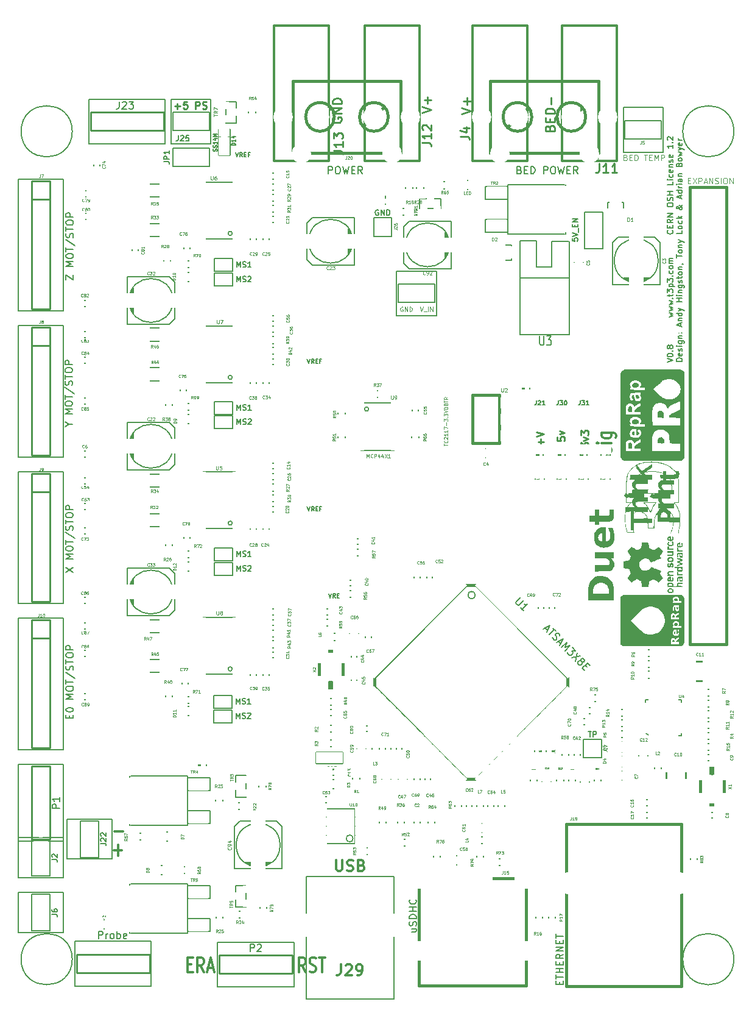
<source format=gto>
G04 (created by PCBNEW (2013-05-18 BZR 4017)-stable) date Fri 14 Aug 2015 10:59:20 BST*
%MOIN*%
G04 Gerber Fmt 3.4, Leading zero omitted, Abs format*
%FSLAX34Y34*%
G01*
G70*
G90*
G04 APERTURE LIST*
%ADD10C,0.00590551*%
%ADD11C,0.012*%
%ADD12C,0.00984252*%
%ADD13C,0.0069*%
%ADD14C,0.015*%
%ADD15C,0.005*%
%ADD16C,0.0079*%
%ADD17C,0.0039*%
%ADD18C,0.0059*%
%ADD19C,0.01*%
%ADD20C,0.006*%
%ADD21C,0.0098*%
%ADD22C,0.008*%
%ADD23C,0.0001*%
%ADD24C,0.0049*%
%ADD25C,0.0043*%
%ADD26C,0.002*%
%ADD27C,0.0016*%
%ADD28C,0.0048*%
%ADD29C,0.001975*%
%ADD30C,0.0035*%
%ADD31C,0.00395*%
%ADD32C,0.004*%
%ADD33C,0.0044*%
%ADD34C,0.0047*%
%ADD35C,0.0028*%
%ADD36C,0.0024*%
%ADD37C,0.00515748*%
%ADD38C,0.0594*%
%ADD39R,0.0672X0.1066*%
%ADD40R,0.0672X0.0751*%
%ADD41R,0.083X0.0751*%
%ADD42R,0.0476X0.083*%
%ADD43C,0.2169*%
%ADD44R,0.083X0.1381*%
%ADD45R,0.2483X0.2641*%
%ADD46R,0.0779X0.0365*%
%ADD47R,0.1381X0.1901*%
%ADD48R,0.0594X0.0436*%
%ADD49R,0.0436X0.0594*%
%ADD50R,0.1X0.164*%
%ADD51R,0.1X0.06*%
%ADD52R,0.1617X0.083*%
%ADD53R,0.083X0.1617*%
%ADD54R,0.0574X0.0594*%
%ADD55R,0.0594X0.0574*%
%ADD56R,0.0653X0.0909*%
%ADD57R,0.0653X0.0771*%
%ADD58R,0.0771X0.0653*%
%ADD59R,0.1106X0.0712*%
%ADD60R,0.2759X0.2523*%
%ADD61R,0.08X0.08*%
%ADD62C,0.08*%
%ADD63R,0.1342X0.0791*%
%ADD64R,0.0791X0.1342*%
%ADD65R,0.0987X0.0633*%
%ADD66R,0.0515X0.0633*%
%ADD67R,0.07X0.045*%
%ADD68R,0.0298X0.0436*%
%ADD69R,0.0436X0.0298*%
%ADD70R,0.1499X0.1499*%
%ADD71R,0.12X0.1251*%
%ADD72R,0.07X0.05*%
%ADD73R,0.1251X0.12*%
%ADD74R,0.05X0.07*%
%ADD75C,0.1499*%
%ADD76C,0.12*%
%ADD77R,0.0672X0.0909*%
%ADD78C,0.0515*%
%ADD79C,0.1576*%
%ADD80R,0.029X0.054*%
%ADD81R,0.0987X0.0987*%
%ADD82C,0.1184*%
%ADD83R,0.0633X0.0987*%
%ADD84R,0.0633X0.0515*%
%ADD85C,0.1263*%
%ADD86C,0.1066*%
G04 APERTURE END LIST*
G54D10*
G54D11*
X16921Y864D02*
X16721Y1245D01*
X16578Y864D02*
X16578Y1664D01*
X16807Y1664D01*
X16864Y1626D01*
X16892Y1588D01*
X16921Y1511D01*
X16921Y1397D01*
X16892Y1321D01*
X16864Y1283D01*
X16807Y1245D01*
X16578Y1245D01*
X17150Y902D02*
X17235Y864D01*
X17378Y864D01*
X17435Y902D01*
X17464Y940D01*
X17492Y1016D01*
X17492Y1092D01*
X17464Y1168D01*
X17435Y1207D01*
X17378Y1245D01*
X17264Y1283D01*
X17207Y1321D01*
X17178Y1359D01*
X17150Y1435D01*
X17150Y1511D01*
X17178Y1588D01*
X17207Y1626D01*
X17264Y1664D01*
X17407Y1664D01*
X17492Y1626D01*
X17664Y1664D02*
X18007Y1664D01*
X17835Y864D02*
X17835Y1664D01*
X10464Y1283D02*
X10664Y1283D01*
X10750Y864D02*
X10464Y864D01*
X10464Y1664D01*
X10750Y1664D01*
X11350Y864D02*
X11150Y1245D01*
X11007Y864D02*
X11007Y1664D01*
X11235Y1664D01*
X11292Y1626D01*
X11321Y1588D01*
X11350Y1511D01*
X11350Y1397D01*
X11321Y1321D01*
X11292Y1283D01*
X11235Y1245D01*
X11007Y1245D01*
X11578Y1092D02*
X11864Y1092D01*
X11521Y864D02*
X11721Y1664D01*
X11921Y864D01*
X6471Y8568D02*
X6928Y8568D01*
X6421Y7518D02*
X6878Y7518D01*
X6650Y7214D02*
X6650Y7823D01*
G54D12*
X32015Y29569D02*
X32015Y29813D01*
X32165Y29681D01*
X32165Y29738D01*
X32184Y29775D01*
X32203Y29794D01*
X32240Y29813D01*
X32334Y29813D01*
X32371Y29794D01*
X32390Y29775D01*
X32409Y29738D01*
X32409Y29625D01*
X32390Y29588D01*
X32371Y29569D01*
X32146Y29944D02*
X32409Y30038D01*
X32146Y30131D01*
X32015Y30244D02*
X32015Y30487D01*
X32165Y30356D01*
X32165Y30412D01*
X32184Y30450D01*
X32203Y30469D01*
X32240Y30487D01*
X32334Y30487D01*
X32371Y30469D01*
X32390Y30450D01*
X32409Y30412D01*
X32409Y30300D01*
X32390Y30262D01*
X32371Y30244D01*
G54D11*
X33635Y29295D02*
X33673Y29352D01*
X33673Y29466D01*
X33635Y29523D01*
X33559Y29552D01*
X33521Y29552D01*
X33445Y29523D01*
X33407Y29466D01*
X33407Y29380D01*
X33369Y29323D01*
X33292Y29295D01*
X33254Y29295D01*
X33178Y29323D01*
X33140Y29380D01*
X33140Y29466D01*
X33178Y29523D01*
X33673Y29809D02*
X33140Y29809D01*
X32873Y29809D02*
X32911Y29780D01*
X32950Y29809D01*
X32911Y29838D01*
X32873Y29809D01*
X32950Y29809D01*
X33140Y30352D02*
X33788Y30352D01*
X33864Y30323D01*
X33902Y30295D01*
X33940Y30238D01*
X33940Y30152D01*
X33902Y30095D01*
X33635Y30352D02*
X33673Y30295D01*
X33673Y30180D01*
X33635Y30123D01*
X33597Y30095D01*
X33521Y30066D01*
X33292Y30066D01*
X33216Y30095D01*
X33178Y30123D01*
X33140Y30180D01*
X33140Y30295D01*
X33178Y30352D01*
G54D12*
X10909Y48078D02*
X10909Y48472D01*
X11059Y48472D01*
X11096Y48453D01*
X11115Y48434D01*
X11134Y48397D01*
X11134Y48341D01*
X11115Y48303D01*
X11096Y48284D01*
X11059Y48266D01*
X10909Y48266D01*
X11284Y48097D02*
X11340Y48078D01*
X11434Y48078D01*
X11471Y48097D01*
X11490Y48116D01*
X11509Y48153D01*
X11509Y48191D01*
X11490Y48228D01*
X11471Y48247D01*
X11434Y48266D01*
X11359Y48284D01*
X11321Y48303D01*
X11303Y48322D01*
X11284Y48359D01*
X11284Y48397D01*
X11303Y48434D01*
X11321Y48453D01*
X11359Y48472D01*
X11453Y48472D01*
X11509Y48453D01*
X9762Y48228D02*
X10062Y48228D01*
X9912Y48078D02*
X9912Y48378D01*
X10437Y48472D02*
X10249Y48472D01*
X10231Y48284D01*
X10249Y48303D01*
X10287Y48322D01*
X10381Y48322D01*
X10418Y48303D01*
X10437Y48284D01*
X10456Y48247D01*
X10456Y48153D01*
X10437Y48116D01*
X10418Y48097D01*
X10381Y48078D01*
X10287Y48078D01*
X10249Y48097D01*
X10231Y48116D01*
X30715Y30131D02*
X30715Y29944D01*
X30903Y29925D01*
X30884Y29944D01*
X30865Y29981D01*
X30865Y30075D01*
X30884Y30113D01*
X30903Y30131D01*
X30940Y30150D01*
X31034Y30150D01*
X31071Y30131D01*
X31090Y30113D01*
X31109Y30075D01*
X31109Y29981D01*
X31090Y29944D01*
X31071Y29925D01*
X30846Y30281D02*
X31109Y30375D01*
X30846Y30469D01*
X29809Y29719D02*
X29809Y30019D01*
X29959Y29869D02*
X29659Y29869D01*
X29565Y30150D02*
X29959Y30281D01*
X29565Y30412D01*
G54D13*
X36719Y34223D02*
X37034Y34328D01*
X36719Y34433D01*
X36719Y34598D02*
X36719Y34628D01*
X36734Y34658D01*
X36749Y34673D01*
X36779Y34688D01*
X36839Y34703D01*
X36914Y34703D01*
X36974Y34688D01*
X37004Y34673D01*
X37019Y34658D01*
X37034Y34628D01*
X37034Y34598D01*
X37019Y34568D01*
X37004Y34553D01*
X36974Y34538D01*
X36914Y34523D01*
X36839Y34523D01*
X36779Y34538D01*
X36749Y34553D01*
X36734Y34568D01*
X36719Y34598D01*
X37004Y34838D02*
X37019Y34853D01*
X37034Y34838D01*
X37019Y34823D01*
X37004Y34838D01*
X37034Y34838D01*
X36854Y35033D02*
X36839Y35003D01*
X36824Y34988D01*
X36794Y34973D01*
X36779Y34973D01*
X36749Y34988D01*
X36734Y35003D01*
X36719Y35033D01*
X36719Y35093D01*
X36734Y35123D01*
X36749Y35138D01*
X36779Y35153D01*
X36794Y35153D01*
X36824Y35138D01*
X36839Y35123D01*
X36854Y35093D01*
X36854Y35033D01*
X36869Y35003D01*
X36884Y34988D01*
X36914Y34973D01*
X36974Y34973D01*
X37004Y34988D01*
X37019Y35003D01*
X37034Y35033D01*
X37034Y35093D01*
X37019Y35123D01*
X37004Y35138D01*
X36974Y35153D01*
X36914Y35153D01*
X36884Y35138D01*
X36869Y35123D01*
X36854Y35093D01*
X36824Y36698D02*
X37034Y36758D01*
X36884Y36818D01*
X37034Y36878D01*
X36824Y36938D01*
X36824Y37028D02*
X37034Y37088D01*
X36884Y37148D01*
X37034Y37208D01*
X36824Y37268D01*
X36824Y37358D02*
X37034Y37418D01*
X36884Y37478D01*
X37034Y37538D01*
X36824Y37598D01*
X37004Y37718D02*
X37019Y37733D01*
X37034Y37718D01*
X37019Y37703D01*
X37004Y37718D01*
X37034Y37718D01*
X36824Y37823D02*
X36824Y37943D01*
X36719Y37868D02*
X36989Y37868D01*
X37019Y37883D01*
X37034Y37913D01*
X37034Y37943D01*
X36719Y38018D02*
X36719Y38213D01*
X36839Y38108D01*
X36839Y38153D01*
X36854Y38183D01*
X36869Y38198D01*
X36899Y38213D01*
X36974Y38213D01*
X37004Y38198D01*
X37019Y38183D01*
X37034Y38153D01*
X37034Y38063D01*
X37019Y38033D01*
X37004Y38018D01*
X36824Y38348D02*
X37139Y38348D01*
X36839Y38348D02*
X36824Y38378D01*
X36824Y38438D01*
X36839Y38468D01*
X36854Y38483D01*
X36884Y38498D01*
X36974Y38498D01*
X37004Y38483D01*
X37019Y38468D01*
X37034Y38438D01*
X37034Y38378D01*
X37019Y38348D01*
X36719Y38603D02*
X36719Y38798D01*
X36839Y38693D01*
X36839Y38738D01*
X36854Y38768D01*
X36869Y38783D01*
X36899Y38798D01*
X36974Y38798D01*
X37004Y38783D01*
X37019Y38768D01*
X37034Y38738D01*
X37034Y38648D01*
X37019Y38618D01*
X37004Y38603D01*
X37004Y38933D02*
X37019Y38948D01*
X37034Y38933D01*
X37019Y38918D01*
X37004Y38933D01*
X37034Y38933D01*
X37019Y39218D02*
X37034Y39188D01*
X37034Y39128D01*
X37019Y39098D01*
X37004Y39083D01*
X36974Y39068D01*
X36884Y39068D01*
X36854Y39083D01*
X36839Y39098D01*
X36824Y39128D01*
X36824Y39188D01*
X36839Y39218D01*
X37034Y39398D02*
X37019Y39368D01*
X37004Y39353D01*
X36974Y39338D01*
X36884Y39338D01*
X36854Y39353D01*
X36839Y39368D01*
X36824Y39398D01*
X36824Y39443D01*
X36839Y39473D01*
X36854Y39488D01*
X36884Y39503D01*
X36974Y39503D01*
X37004Y39488D01*
X37019Y39473D01*
X37034Y39443D01*
X37034Y39398D01*
X37034Y39638D02*
X36824Y39638D01*
X36854Y39638D02*
X36839Y39653D01*
X36824Y39683D01*
X36824Y39728D01*
X36839Y39758D01*
X36869Y39773D01*
X37034Y39773D01*
X36869Y39773D02*
X36839Y39788D01*
X36824Y39818D01*
X36824Y39863D01*
X36839Y39893D01*
X36869Y39908D01*
X37034Y39908D01*
X37004Y41438D02*
X37019Y41423D01*
X37034Y41378D01*
X37034Y41348D01*
X37019Y41303D01*
X36989Y41273D01*
X36959Y41258D01*
X36899Y41243D01*
X36854Y41243D01*
X36794Y41258D01*
X36764Y41273D01*
X36734Y41303D01*
X36719Y41348D01*
X36719Y41378D01*
X36734Y41423D01*
X36749Y41438D01*
X36869Y41573D02*
X36869Y41678D01*
X37034Y41723D02*
X37034Y41573D01*
X36719Y41573D01*
X36719Y41723D01*
X37034Y42038D02*
X36884Y41933D01*
X37034Y41858D02*
X36719Y41858D01*
X36719Y41978D01*
X36734Y42008D01*
X36749Y42023D01*
X36779Y42038D01*
X36824Y42038D01*
X36854Y42023D01*
X36869Y42008D01*
X36884Y41978D01*
X36884Y41858D01*
X37034Y42173D02*
X36719Y42173D01*
X37034Y42353D01*
X36719Y42353D01*
X36719Y42803D02*
X36719Y42863D01*
X36734Y42893D01*
X36764Y42923D01*
X36824Y42938D01*
X36929Y42938D01*
X36989Y42923D01*
X37019Y42893D01*
X37034Y42863D01*
X37034Y42803D01*
X37019Y42773D01*
X36989Y42743D01*
X36929Y42728D01*
X36824Y42728D01*
X36764Y42743D01*
X36734Y42773D01*
X36719Y42803D01*
X37019Y43058D02*
X37034Y43103D01*
X37034Y43178D01*
X37019Y43208D01*
X37004Y43223D01*
X36974Y43238D01*
X36944Y43238D01*
X36914Y43223D01*
X36899Y43208D01*
X36884Y43178D01*
X36869Y43118D01*
X36854Y43088D01*
X36839Y43073D01*
X36809Y43058D01*
X36779Y43058D01*
X36749Y43073D01*
X36734Y43088D01*
X36719Y43118D01*
X36719Y43193D01*
X36734Y43238D01*
X37034Y43373D02*
X36719Y43373D01*
X36869Y43373D02*
X36869Y43553D01*
X37034Y43553D02*
X36719Y43553D01*
X37034Y44093D02*
X37034Y43943D01*
X36719Y43943D01*
X37034Y44198D02*
X36824Y44198D01*
X36719Y44198D02*
X36734Y44183D01*
X36749Y44198D01*
X36734Y44213D01*
X36719Y44198D01*
X36749Y44198D01*
X37019Y44483D02*
X37034Y44453D01*
X37034Y44393D01*
X37019Y44363D01*
X37004Y44348D01*
X36974Y44333D01*
X36884Y44333D01*
X36854Y44348D01*
X36839Y44363D01*
X36824Y44393D01*
X36824Y44453D01*
X36839Y44483D01*
X37019Y44738D02*
X37034Y44708D01*
X37034Y44648D01*
X37019Y44618D01*
X36989Y44603D01*
X36869Y44603D01*
X36839Y44618D01*
X36824Y44648D01*
X36824Y44708D01*
X36839Y44738D01*
X36869Y44753D01*
X36899Y44753D01*
X36929Y44603D01*
X36824Y44888D02*
X37034Y44888D01*
X36854Y44888D02*
X36839Y44903D01*
X36824Y44933D01*
X36824Y44978D01*
X36839Y45008D01*
X36869Y45023D01*
X37034Y45023D01*
X37019Y45158D02*
X37034Y45188D01*
X37034Y45248D01*
X37019Y45278D01*
X36989Y45293D01*
X36974Y45293D01*
X36944Y45278D01*
X36929Y45248D01*
X36929Y45203D01*
X36914Y45173D01*
X36884Y45158D01*
X36869Y45158D01*
X36839Y45173D01*
X36824Y45203D01*
X36824Y45248D01*
X36839Y45278D01*
X37019Y45548D02*
X37034Y45518D01*
X37034Y45458D01*
X37019Y45428D01*
X36989Y45413D01*
X36869Y45413D01*
X36839Y45428D01*
X36824Y45458D01*
X36824Y45518D01*
X36839Y45548D01*
X36869Y45563D01*
X36899Y45563D01*
X36929Y45413D01*
X37034Y46103D02*
X37034Y45923D01*
X37034Y46013D02*
X36719Y46013D01*
X36764Y45983D01*
X36794Y45953D01*
X36809Y45923D01*
X37004Y46238D02*
X37019Y46253D01*
X37034Y46238D01*
X37019Y46223D01*
X37004Y46238D01*
X37034Y46238D01*
X36749Y46373D02*
X36734Y46388D01*
X36719Y46418D01*
X36719Y46493D01*
X36734Y46523D01*
X36749Y46538D01*
X36779Y46553D01*
X36809Y46553D01*
X36854Y46538D01*
X37034Y46358D01*
X37034Y46553D01*
X37544Y34268D02*
X37229Y34268D01*
X37229Y34343D01*
X37244Y34388D01*
X37274Y34418D01*
X37304Y34433D01*
X37364Y34448D01*
X37409Y34448D01*
X37469Y34433D01*
X37499Y34418D01*
X37529Y34388D01*
X37544Y34343D01*
X37544Y34268D01*
X37529Y34703D02*
X37544Y34673D01*
X37544Y34613D01*
X37529Y34583D01*
X37499Y34568D01*
X37379Y34568D01*
X37349Y34583D01*
X37334Y34613D01*
X37334Y34673D01*
X37349Y34703D01*
X37379Y34718D01*
X37409Y34718D01*
X37439Y34568D01*
X37529Y34838D02*
X37544Y34868D01*
X37544Y34928D01*
X37529Y34958D01*
X37499Y34973D01*
X37484Y34973D01*
X37454Y34958D01*
X37439Y34928D01*
X37439Y34883D01*
X37424Y34853D01*
X37394Y34838D01*
X37379Y34838D01*
X37349Y34853D01*
X37334Y34883D01*
X37334Y34928D01*
X37349Y34958D01*
X37544Y35108D02*
X37334Y35108D01*
X37229Y35108D02*
X37244Y35093D01*
X37259Y35108D01*
X37244Y35123D01*
X37229Y35108D01*
X37259Y35108D01*
X37334Y35393D02*
X37589Y35393D01*
X37619Y35378D01*
X37634Y35363D01*
X37649Y35333D01*
X37649Y35288D01*
X37634Y35258D01*
X37529Y35393D02*
X37544Y35363D01*
X37544Y35303D01*
X37529Y35273D01*
X37514Y35258D01*
X37484Y35243D01*
X37394Y35243D01*
X37364Y35258D01*
X37349Y35273D01*
X37334Y35303D01*
X37334Y35363D01*
X37349Y35393D01*
X37334Y35543D02*
X37544Y35543D01*
X37364Y35543D02*
X37349Y35558D01*
X37334Y35588D01*
X37334Y35633D01*
X37349Y35663D01*
X37379Y35678D01*
X37544Y35678D01*
X37514Y35828D02*
X37529Y35843D01*
X37544Y35828D01*
X37529Y35813D01*
X37514Y35828D01*
X37544Y35828D01*
X37349Y35828D02*
X37364Y35843D01*
X37379Y35828D01*
X37364Y35813D01*
X37349Y35828D01*
X37379Y35828D01*
X37454Y36203D02*
X37454Y36353D01*
X37544Y36173D02*
X37229Y36278D01*
X37544Y36383D01*
X37334Y36488D02*
X37544Y36488D01*
X37364Y36488D02*
X37349Y36503D01*
X37334Y36533D01*
X37334Y36578D01*
X37349Y36608D01*
X37379Y36623D01*
X37544Y36623D01*
X37544Y36908D02*
X37229Y36908D01*
X37529Y36908D02*
X37544Y36878D01*
X37544Y36818D01*
X37529Y36788D01*
X37514Y36773D01*
X37484Y36758D01*
X37394Y36758D01*
X37364Y36773D01*
X37349Y36788D01*
X37334Y36818D01*
X37334Y36878D01*
X37349Y36908D01*
X37334Y37028D02*
X37544Y37103D01*
X37334Y37178D02*
X37544Y37103D01*
X37619Y37073D01*
X37634Y37058D01*
X37649Y37028D01*
X37544Y37538D02*
X37229Y37538D01*
X37379Y37538D02*
X37379Y37718D01*
X37544Y37718D02*
X37229Y37718D01*
X37544Y37868D02*
X37334Y37868D01*
X37229Y37868D02*
X37244Y37853D01*
X37259Y37868D01*
X37244Y37883D01*
X37229Y37868D01*
X37259Y37868D01*
X37334Y38018D02*
X37544Y38018D01*
X37364Y38018D02*
X37349Y38033D01*
X37334Y38063D01*
X37334Y38108D01*
X37349Y38138D01*
X37379Y38153D01*
X37544Y38153D01*
X37334Y38438D02*
X37589Y38438D01*
X37619Y38423D01*
X37634Y38408D01*
X37649Y38378D01*
X37649Y38333D01*
X37634Y38303D01*
X37529Y38438D02*
X37544Y38408D01*
X37544Y38348D01*
X37529Y38318D01*
X37514Y38303D01*
X37484Y38288D01*
X37394Y38288D01*
X37364Y38303D01*
X37349Y38318D01*
X37334Y38348D01*
X37334Y38408D01*
X37349Y38438D01*
X37529Y38573D02*
X37544Y38603D01*
X37544Y38663D01*
X37529Y38693D01*
X37499Y38708D01*
X37484Y38708D01*
X37454Y38693D01*
X37439Y38663D01*
X37439Y38618D01*
X37424Y38588D01*
X37394Y38573D01*
X37379Y38573D01*
X37349Y38588D01*
X37334Y38618D01*
X37334Y38663D01*
X37349Y38693D01*
X37334Y38798D02*
X37334Y38918D01*
X37229Y38843D02*
X37499Y38843D01*
X37529Y38858D01*
X37544Y38888D01*
X37544Y38918D01*
X37544Y39068D02*
X37529Y39038D01*
X37514Y39023D01*
X37484Y39008D01*
X37394Y39008D01*
X37364Y39023D01*
X37349Y39038D01*
X37334Y39068D01*
X37334Y39113D01*
X37349Y39143D01*
X37364Y39158D01*
X37394Y39173D01*
X37484Y39173D01*
X37514Y39158D01*
X37529Y39143D01*
X37544Y39113D01*
X37544Y39068D01*
X37334Y39308D02*
X37544Y39308D01*
X37364Y39308D02*
X37349Y39323D01*
X37334Y39353D01*
X37334Y39398D01*
X37349Y39428D01*
X37379Y39443D01*
X37544Y39443D01*
X37529Y39608D02*
X37544Y39608D01*
X37574Y39593D01*
X37589Y39578D01*
X37229Y39938D02*
X37229Y40118D01*
X37544Y40028D02*
X37229Y40028D01*
X37544Y40268D02*
X37529Y40238D01*
X37514Y40223D01*
X37484Y40208D01*
X37394Y40208D01*
X37364Y40223D01*
X37349Y40238D01*
X37334Y40268D01*
X37334Y40313D01*
X37349Y40343D01*
X37364Y40358D01*
X37394Y40373D01*
X37484Y40373D01*
X37514Y40358D01*
X37529Y40343D01*
X37544Y40313D01*
X37544Y40268D01*
X37334Y40508D02*
X37544Y40508D01*
X37364Y40508D02*
X37349Y40523D01*
X37334Y40553D01*
X37334Y40598D01*
X37349Y40628D01*
X37379Y40643D01*
X37544Y40643D01*
X37334Y40763D02*
X37544Y40838D01*
X37334Y40913D02*
X37544Y40838D01*
X37619Y40808D01*
X37634Y40793D01*
X37649Y40763D01*
X37544Y41423D02*
X37544Y41273D01*
X37229Y41273D01*
X37544Y41573D02*
X37529Y41543D01*
X37514Y41528D01*
X37484Y41513D01*
X37394Y41513D01*
X37364Y41528D01*
X37349Y41543D01*
X37334Y41573D01*
X37334Y41618D01*
X37349Y41648D01*
X37364Y41663D01*
X37394Y41678D01*
X37484Y41678D01*
X37514Y41663D01*
X37529Y41648D01*
X37544Y41618D01*
X37544Y41573D01*
X37529Y41948D02*
X37544Y41918D01*
X37544Y41858D01*
X37529Y41828D01*
X37514Y41813D01*
X37484Y41798D01*
X37394Y41798D01*
X37364Y41813D01*
X37349Y41828D01*
X37334Y41858D01*
X37334Y41918D01*
X37349Y41948D01*
X37544Y42083D02*
X37229Y42083D01*
X37424Y42113D02*
X37544Y42203D01*
X37334Y42203D02*
X37454Y42083D01*
X37544Y42833D02*
X37544Y42818D01*
X37529Y42788D01*
X37484Y42743D01*
X37394Y42668D01*
X37349Y42638D01*
X37304Y42623D01*
X37274Y42623D01*
X37244Y42638D01*
X37229Y42668D01*
X37229Y42683D01*
X37244Y42713D01*
X37274Y42728D01*
X37289Y42728D01*
X37319Y42713D01*
X37334Y42698D01*
X37394Y42608D01*
X37409Y42593D01*
X37439Y42578D01*
X37484Y42578D01*
X37514Y42593D01*
X37529Y42608D01*
X37544Y42638D01*
X37544Y42683D01*
X37529Y42713D01*
X37514Y42728D01*
X37454Y42773D01*
X37409Y42788D01*
X37379Y42788D01*
X37454Y43193D02*
X37454Y43343D01*
X37544Y43163D02*
X37229Y43268D01*
X37544Y43373D01*
X37544Y43613D02*
X37229Y43613D01*
X37529Y43613D02*
X37544Y43583D01*
X37544Y43523D01*
X37529Y43493D01*
X37514Y43478D01*
X37484Y43463D01*
X37394Y43463D01*
X37364Y43478D01*
X37349Y43493D01*
X37334Y43523D01*
X37334Y43583D01*
X37349Y43613D01*
X37544Y43763D02*
X37334Y43763D01*
X37394Y43763D02*
X37364Y43778D01*
X37349Y43793D01*
X37334Y43823D01*
X37334Y43853D01*
X37544Y43958D02*
X37334Y43958D01*
X37229Y43958D02*
X37244Y43943D01*
X37259Y43958D01*
X37244Y43973D01*
X37229Y43958D01*
X37259Y43958D01*
X37544Y44243D02*
X37379Y44243D01*
X37349Y44228D01*
X37334Y44198D01*
X37334Y44138D01*
X37349Y44108D01*
X37529Y44243D02*
X37544Y44213D01*
X37544Y44138D01*
X37529Y44108D01*
X37499Y44093D01*
X37469Y44093D01*
X37439Y44108D01*
X37424Y44138D01*
X37424Y44213D01*
X37409Y44243D01*
X37334Y44393D02*
X37544Y44393D01*
X37364Y44393D02*
X37349Y44408D01*
X37334Y44438D01*
X37334Y44483D01*
X37349Y44513D01*
X37379Y44528D01*
X37544Y44528D01*
X37379Y45023D02*
X37394Y45068D01*
X37409Y45083D01*
X37439Y45098D01*
X37484Y45098D01*
X37514Y45083D01*
X37529Y45068D01*
X37544Y45038D01*
X37544Y44918D01*
X37229Y44918D01*
X37229Y45023D01*
X37244Y45053D01*
X37259Y45068D01*
X37289Y45083D01*
X37319Y45083D01*
X37349Y45068D01*
X37364Y45053D01*
X37379Y45023D01*
X37379Y44918D01*
X37544Y45278D02*
X37529Y45248D01*
X37514Y45233D01*
X37484Y45218D01*
X37394Y45218D01*
X37364Y45233D01*
X37349Y45248D01*
X37334Y45278D01*
X37334Y45323D01*
X37349Y45353D01*
X37364Y45368D01*
X37394Y45383D01*
X37484Y45383D01*
X37514Y45368D01*
X37529Y45353D01*
X37544Y45323D01*
X37544Y45278D01*
X37334Y45488D02*
X37544Y45548D01*
X37394Y45608D01*
X37544Y45668D01*
X37334Y45728D01*
X37334Y45818D02*
X37544Y45893D01*
X37334Y45968D02*
X37544Y45893D01*
X37619Y45863D01*
X37634Y45848D01*
X37649Y45818D01*
X37529Y46208D02*
X37544Y46178D01*
X37544Y46118D01*
X37529Y46088D01*
X37499Y46073D01*
X37379Y46073D01*
X37349Y46088D01*
X37334Y46118D01*
X37334Y46178D01*
X37349Y46208D01*
X37379Y46223D01*
X37409Y46223D01*
X37439Y46073D01*
X37544Y46358D02*
X37334Y46358D01*
X37394Y46358D02*
X37364Y46373D01*
X37349Y46388D01*
X37334Y46418D01*
X37334Y46448D01*
G54D14*
X29014Y1870D02*
X29014Y138D01*
X23148Y1870D02*
X23148Y138D01*
X23148Y138D02*
X29014Y138D01*
X23148Y6004D02*
X23148Y1870D01*
X23148Y6004D02*
X29014Y6004D01*
X29014Y6004D02*
X29014Y1870D01*
G54D15*
X4154Y1575D02*
G75*
G03X4154Y1575I-1400J0D01*
G74*
G01*
X31360Y38823D02*
X31360Y40835D01*
X28655Y35713D02*
X28655Y38827D01*
X28655Y38827D02*
X28655Y40859D01*
X28655Y40859D02*
X29577Y40859D01*
X29577Y40859D02*
X29577Y39438D01*
X29577Y39438D02*
X30411Y39438D01*
X30411Y39438D02*
X30411Y40835D01*
X30411Y40835D02*
X31336Y40835D01*
X31336Y40835D02*
X31344Y40835D01*
X28660Y38825D02*
X31360Y38825D01*
X31364Y38818D02*
X31364Y35718D01*
X31359Y35719D02*
X28659Y35719D01*
X11301Y36193D02*
X11301Y33093D01*
X11301Y33093D02*
X13101Y33093D01*
X13101Y33093D02*
X13101Y36193D01*
X13101Y36193D02*
X11301Y36193D01*
X12912Y33393D02*
G75*
G03X12912Y33393I-111J0D01*
G74*
G01*
X11300Y28220D02*
X11300Y25120D01*
X11300Y25120D02*
X13100Y25120D01*
X13100Y25120D02*
X13100Y28220D01*
X13100Y28220D02*
X11300Y28220D01*
X12911Y25420D02*
G75*
G03X12911Y25420I-111J0D01*
G74*
G01*
X11300Y20249D02*
X11300Y17149D01*
X11300Y17149D02*
X13100Y17149D01*
X13100Y17149D02*
X13100Y20249D01*
X13100Y20249D02*
X11300Y20249D01*
X12911Y17449D02*
G75*
G03X12911Y17449I-111J0D01*
G74*
G01*
X11302Y44069D02*
X11302Y40969D01*
X11302Y40969D02*
X13102Y40969D01*
X13102Y40969D02*
X13102Y44069D01*
X13102Y44069D02*
X11302Y44069D01*
X12913Y41269D02*
G75*
G03X12913Y41269I-111J0D01*
G74*
G01*
X21764Y29409D02*
X21764Y32009D01*
X21764Y32009D02*
X19964Y32009D01*
X19964Y32009D02*
X19964Y29409D01*
X19964Y29409D02*
X21764Y29409D01*
X20375Y31659D02*
G75*
G03X20375Y31659I-111J0D01*
G74*
G01*
X13659Y5395D02*
X13919Y5395D01*
X13659Y4645D02*
X13919Y4645D01*
X13109Y5020D02*
X12849Y5020D01*
X13109Y4430D02*
X13109Y5610D01*
X13109Y5610D02*
X13659Y5610D01*
X13659Y5610D02*
X13659Y4430D01*
X13659Y4430D02*
X13109Y4430D01*
X13659Y11399D02*
X13919Y11399D01*
X13659Y10649D02*
X13919Y10649D01*
X13109Y11024D02*
X12849Y11024D01*
X13109Y10434D02*
X13109Y11614D01*
X13109Y11614D02*
X13659Y11614D01*
X13659Y11614D02*
X13659Y10434D01*
X13659Y10434D02*
X13109Y10434D01*
X24133Y42619D02*
X24133Y42359D01*
X23383Y42619D02*
X23383Y42359D01*
X23758Y43169D02*
X23758Y43429D01*
X23168Y43169D02*
X24348Y43169D01*
X24348Y43169D02*
X24348Y42619D01*
X24348Y42619D02*
X23168Y42619D01*
X23168Y42619D02*
X23168Y43169D01*
G54D14*
X26081Y30515D02*
X25352Y30515D01*
X25352Y30515D02*
X25352Y31697D01*
X25352Y31697D02*
X26081Y31697D01*
X27537Y32012D02*
X28266Y32012D01*
X27537Y31106D02*
X28266Y31106D01*
X27537Y30200D02*
X28266Y30200D01*
X26081Y29787D02*
X26081Y32425D01*
X26081Y32425D02*
X27537Y32425D01*
X27537Y32425D02*
X27537Y29787D01*
X27537Y29787D02*
X26081Y29787D01*
G54D15*
X19450Y40538D02*
X19450Y41138D01*
X19400Y41288D02*
X19400Y40388D01*
X19350Y40288D02*
X19350Y41388D01*
X19300Y41488D02*
X19300Y40188D01*
X19250Y40138D02*
X19250Y41538D01*
X19500Y40838D02*
G75*
G03X19500Y40838I-1200J0D01*
G74*
G01*
X19600Y39538D02*
X19600Y42138D01*
X19600Y42138D02*
X17300Y42138D01*
X17300Y42138D02*
X17000Y41838D01*
X17000Y41838D02*
X17000Y39838D01*
X17000Y39838D02*
X17300Y39538D01*
X17300Y39538D02*
X19600Y39538D01*
X17450Y40838D02*
X17750Y40838D01*
X17600Y40688D02*
X17600Y40988D01*
X7313Y21954D02*
X7313Y21354D01*
X7363Y21204D02*
X7363Y22104D01*
X7413Y22204D02*
X7413Y21104D01*
X7463Y21004D02*
X7463Y22304D01*
X7513Y22354D02*
X7513Y20954D01*
X9663Y21654D02*
G75*
G03X9663Y21654I-1200J0D01*
G74*
G01*
X7163Y22954D02*
X7163Y20354D01*
X7163Y20354D02*
X9463Y20354D01*
X9463Y20354D02*
X9763Y20654D01*
X9763Y20654D02*
X9763Y22654D01*
X9763Y22654D02*
X9463Y22954D01*
X9463Y22954D02*
X7163Y22954D01*
X9313Y21654D02*
X9013Y21654D01*
X9163Y21804D02*
X9163Y21504D01*
X7313Y37898D02*
X7313Y37298D01*
X7363Y37148D02*
X7363Y38048D01*
X7413Y38148D02*
X7413Y37048D01*
X7463Y36948D02*
X7463Y38248D01*
X7513Y38298D02*
X7513Y36898D01*
X9663Y37598D02*
G75*
G03X9663Y37598I-1200J0D01*
G74*
G01*
X7163Y38898D02*
X7163Y36298D01*
X7163Y36298D02*
X9463Y36298D01*
X9463Y36298D02*
X9763Y36598D01*
X9763Y36598D02*
X9763Y38598D01*
X9763Y38598D02*
X9463Y38898D01*
X9463Y38898D02*
X7163Y38898D01*
X9313Y37598D02*
X9013Y37598D01*
X9163Y37748D02*
X9163Y37448D01*
X7313Y29926D02*
X7313Y29326D01*
X7363Y29176D02*
X7363Y30076D01*
X7413Y30176D02*
X7413Y29076D01*
X7463Y28976D02*
X7463Y30276D01*
X7513Y30326D02*
X7513Y28926D01*
X9663Y29626D02*
G75*
G03X9663Y29626I-1200J0D01*
G74*
G01*
X7163Y30926D02*
X7163Y28326D01*
X7163Y28326D02*
X9463Y28326D01*
X9463Y28326D02*
X9763Y28626D01*
X9763Y28626D02*
X9763Y30626D01*
X9763Y30626D02*
X9463Y30926D01*
X9463Y30926D02*
X7163Y30926D01*
X9313Y29626D02*
X9013Y29626D01*
X9163Y29776D02*
X9163Y29476D01*
X34729Y38622D02*
X35329Y38622D01*
X35479Y38672D02*
X34579Y38672D01*
X34479Y38722D02*
X35579Y38722D01*
X35679Y38772D02*
X34379Y38772D01*
X34329Y38822D02*
X35729Y38822D01*
X36229Y39772D02*
G75*
G03X36229Y39772I-1200J0D01*
G74*
G01*
X33729Y38472D02*
X36329Y38472D01*
X36329Y38472D02*
X36329Y40772D01*
X36329Y40772D02*
X36029Y41072D01*
X36029Y41072D02*
X34029Y41072D01*
X34029Y41072D02*
X33729Y40772D01*
X33729Y40772D02*
X33729Y38472D01*
X35029Y40622D02*
X35029Y40322D01*
X34879Y40472D02*
X35179Y40472D01*
G54D16*
X35382Y18494D02*
X36070Y18494D01*
X36070Y18494D02*
X36070Y18120D01*
X36070Y18120D02*
X35382Y18120D01*
X35382Y18120D02*
X35382Y18494D01*
X39317Y15955D02*
X38629Y15955D01*
X38629Y15955D02*
X38629Y16329D01*
X38629Y16329D02*
X39317Y16329D01*
X39317Y16329D02*
X39317Y15955D01*
X39317Y15364D02*
X38629Y15364D01*
X38629Y15364D02*
X38629Y15738D01*
X38629Y15738D02*
X39317Y15738D01*
X39317Y15738D02*
X39317Y15364D01*
X35382Y17904D02*
X36070Y17904D01*
X36070Y17904D02*
X36070Y17530D01*
X36070Y17530D02*
X35382Y17530D01*
X35382Y17530D02*
X35382Y17904D01*
X35382Y17313D02*
X36070Y17313D01*
X36070Y17313D02*
X36070Y16939D01*
X36070Y16939D02*
X35382Y16939D01*
X35382Y16939D02*
X35382Y17313D01*
X39317Y14183D02*
X38629Y14183D01*
X38629Y14183D02*
X38629Y14557D01*
X38629Y14557D02*
X39317Y14557D01*
X39317Y14557D02*
X39317Y14183D01*
X39317Y14774D02*
X38629Y14774D01*
X38629Y14774D02*
X38629Y15148D01*
X38629Y15148D02*
X39317Y15148D01*
X39317Y15148D02*
X39317Y14774D01*
X33905Y14656D02*
X34593Y14656D01*
X34593Y14656D02*
X34593Y14282D01*
X34593Y14282D02*
X33905Y14282D01*
X33905Y14282D02*
X33905Y14656D01*
X33905Y15246D02*
X34593Y15246D01*
X34593Y15246D02*
X34593Y14872D01*
X34593Y14872D02*
X33905Y14872D01*
X33905Y14872D02*
X33905Y15246D01*
X38629Y13376D02*
X39317Y13376D01*
X39317Y13376D02*
X39317Y13002D01*
X39317Y13002D02*
X38629Y13002D01*
X38629Y13002D02*
X38629Y13376D01*
X22413Y43394D02*
X22413Y44082D01*
X22413Y44082D02*
X22787Y44082D01*
X22787Y44082D02*
X22787Y43394D01*
X22787Y43394D02*
X22413Y43394D01*
X23013Y43394D02*
X23013Y44082D01*
X23013Y44082D02*
X23387Y44082D01*
X23387Y44082D02*
X23387Y43394D01*
X23387Y43394D02*
X23013Y43394D01*
X12015Y9892D02*
X12015Y10580D01*
X12015Y10580D02*
X12389Y10580D01*
X12389Y10580D02*
X12389Y9892D01*
X12389Y9892D02*
X12015Y9892D01*
X18709Y29774D02*
X18709Y30462D01*
X18709Y30462D02*
X19083Y30462D01*
X19083Y30462D02*
X19083Y29774D01*
X19083Y29774D02*
X18709Y29774D01*
X22694Y7751D02*
X22006Y7751D01*
X22006Y7751D02*
X22006Y8125D01*
X22006Y8125D02*
X22694Y8125D01*
X22694Y8125D02*
X22694Y7751D01*
X20125Y23632D02*
X19437Y23632D01*
X19437Y23632D02*
X19437Y24006D01*
X19437Y24006D02*
X20125Y24006D01*
X20125Y24006D02*
X20125Y23632D01*
X19513Y11094D02*
X19513Y11782D01*
X19513Y11782D02*
X19887Y11782D01*
X19887Y11782D02*
X19887Y11094D01*
X19887Y11094D02*
X19513Y11094D01*
X17961Y14360D02*
X18649Y14360D01*
X18649Y14360D02*
X18649Y13986D01*
X18649Y13986D02*
X17961Y13986D01*
X17961Y13986D02*
X17961Y14360D01*
X17961Y13573D02*
X18649Y13573D01*
X18649Y13573D02*
X18649Y13199D01*
X18649Y13199D02*
X17961Y13199D01*
X17961Y13199D02*
X17961Y13573D01*
X39318Y13593D02*
X38630Y13593D01*
X38630Y13593D02*
X38630Y13967D01*
X38630Y13967D02*
X39318Y13967D01*
X39318Y13967D02*
X39318Y13593D01*
X33905Y14065D02*
X34593Y14065D01*
X34593Y14065D02*
X34593Y13691D01*
X34593Y13691D02*
X33905Y13691D01*
X33905Y13691D02*
X33905Y14065D01*
X29909Y4183D02*
X29909Y3495D01*
X29909Y3495D02*
X29535Y3495D01*
X29535Y3495D02*
X29535Y4183D01*
X29535Y4183D02*
X29909Y4183D01*
X30224Y3495D02*
X30224Y4183D01*
X30224Y4183D02*
X30598Y4183D01*
X30598Y4183D02*
X30598Y3495D01*
X30598Y3495D02*
X30224Y3495D01*
X13630Y9755D02*
X12942Y9755D01*
X12942Y9755D02*
X12942Y10129D01*
X12942Y10129D02*
X13630Y10129D01*
X13630Y10129D02*
X13630Y9755D01*
X13669Y3829D02*
X12981Y3829D01*
X12981Y3829D02*
X12981Y4203D01*
X12981Y4203D02*
X13669Y4203D01*
X13669Y4203D02*
X13669Y3829D01*
X12409Y4183D02*
X12409Y3495D01*
X12409Y3495D02*
X12035Y3495D01*
X12035Y3495D02*
X12035Y4183D01*
X12035Y4183D02*
X12409Y4183D01*
X19083Y31742D02*
X19083Y31054D01*
X19083Y31054D02*
X18709Y31054D01*
X18709Y31054D02*
X18709Y31742D01*
X18709Y31742D02*
X19083Y31742D01*
X19732Y21368D02*
X19044Y21368D01*
X19044Y21368D02*
X19044Y21742D01*
X19044Y21742D02*
X19732Y21742D01*
X19732Y21742D02*
X19732Y21368D01*
X30972Y12412D02*
X30972Y13100D01*
X30972Y13100D02*
X31346Y13100D01*
X31346Y13100D02*
X31346Y12412D01*
X31346Y12412D02*
X30972Y12412D01*
X18452Y19793D02*
X17764Y19793D01*
X17764Y19793D02*
X17764Y20167D01*
X17764Y20167D02*
X18452Y20167D01*
X18452Y20167D02*
X18452Y19793D01*
G54D15*
X38951Y9609D02*
X38951Y9289D01*
X39391Y9299D02*
X39391Y9609D01*
X39491Y9289D02*
X38851Y9289D01*
X38851Y9289D02*
X38851Y9609D01*
X38851Y9609D02*
X39491Y9609D01*
X39491Y9609D02*
X39491Y9289D01*
X39194Y12438D02*
X39194Y12758D01*
X38754Y12748D02*
X38754Y12438D01*
X38654Y12758D02*
X39294Y12758D01*
X39294Y12758D02*
X39294Y12438D01*
X39294Y12438D02*
X38654Y12438D01*
X38654Y12438D02*
X38654Y12758D01*
X35408Y10298D02*
X35408Y9978D01*
X35848Y9988D02*
X35848Y10298D01*
X35948Y9978D02*
X35308Y9978D01*
X35308Y9978D02*
X35308Y10298D01*
X35308Y10298D02*
X35948Y10298D01*
X35948Y10298D02*
X35948Y9978D01*
X35408Y9609D02*
X35408Y9289D01*
X35848Y9299D02*
X35848Y9609D01*
X35948Y9289D02*
X35308Y9289D01*
X35308Y9289D02*
X35308Y9609D01*
X35308Y9609D02*
X35948Y9609D01*
X35948Y9609D02*
X35948Y9289D01*
X19608Y21986D02*
X19608Y22306D01*
X19168Y22296D02*
X19168Y21986D01*
X19068Y22306D02*
X19708Y22306D01*
X19708Y22306D02*
X19708Y21986D01*
X19708Y21986D02*
X19068Y21986D01*
X19068Y21986D02*
X19068Y22306D01*
X20001Y24249D02*
X20001Y24569D01*
X19561Y24559D02*
X19561Y24249D01*
X19461Y24569D02*
X20101Y24569D01*
X20101Y24569D02*
X20101Y24249D01*
X20101Y24249D02*
X19461Y24249D01*
X19461Y24249D02*
X19461Y24569D01*
X31629Y12536D02*
X31949Y12536D01*
X31939Y12976D02*
X31629Y12976D01*
X31949Y13076D02*
X31949Y12436D01*
X31949Y12436D02*
X31629Y12436D01*
X31629Y12436D02*
X31629Y13076D01*
X31629Y13076D02*
X31949Y13076D01*
X18328Y20411D02*
X18328Y20731D01*
X17888Y20721D02*
X17888Y20411D01*
X17788Y20731D02*
X18428Y20731D01*
X18428Y20731D02*
X18428Y20411D01*
X18428Y20411D02*
X17788Y20411D01*
X17788Y20411D02*
X17788Y20731D01*
G54D16*
X9260Y31546D02*
X9260Y32234D01*
X9260Y32234D02*
X9634Y32234D01*
X9634Y32234D02*
X9634Y31546D01*
X9634Y31546D02*
X9260Y31546D01*
X15499Y35246D02*
X14811Y35246D01*
X14811Y35246D02*
X14811Y35620D01*
X14811Y35620D02*
X15499Y35620D01*
X15499Y35620D02*
X15499Y35246D01*
X14812Y35026D02*
X15500Y35026D01*
X15500Y35026D02*
X15500Y34652D01*
X15500Y34652D02*
X14812Y34652D01*
X14812Y34652D02*
X14812Y35026D01*
X18649Y15463D02*
X17961Y15463D01*
X17961Y15463D02*
X17961Y15837D01*
X17961Y15837D02*
X18649Y15837D01*
X18649Y15837D02*
X18649Y15463D01*
G54D15*
X14935Y34412D02*
X14935Y34092D01*
X15375Y34102D02*
X15375Y34412D01*
X15475Y34092D02*
X14835Y34092D01*
X14835Y34092D02*
X14835Y34412D01*
X14835Y34412D02*
X15475Y34412D01*
X15475Y34412D02*
X15475Y34092D01*
X14922Y33287D02*
X14602Y33287D01*
X14612Y32847D02*
X14922Y32847D01*
X14602Y32747D02*
X14602Y33387D01*
X14602Y33387D02*
X14922Y33387D01*
X14922Y33387D02*
X14922Y32747D01*
X14922Y32747D02*
X14602Y32747D01*
X14935Y36184D02*
X14935Y35864D01*
X15375Y35874D02*
X15375Y36184D01*
X15475Y35864D02*
X14835Y35864D01*
X14835Y35864D02*
X14835Y36184D01*
X14835Y36184D02*
X15475Y36184D01*
X15475Y36184D02*
X15475Y35864D01*
X13913Y32847D02*
X14233Y32847D01*
X14223Y33287D02*
X13913Y33287D01*
X14233Y33387D02*
X14233Y32747D01*
X14233Y32747D02*
X13913Y32747D01*
X13913Y32747D02*
X13913Y33387D01*
X13913Y33387D02*
X14233Y33387D01*
G54D16*
X9260Y15601D02*
X9260Y16289D01*
X9260Y16289D02*
X9634Y16289D01*
X9634Y16289D02*
X9634Y15601D01*
X9634Y15601D02*
X9260Y15601D01*
X15499Y19203D02*
X14811Y19203D01*
X14811Y19203D02*
X14811Y19577D01*
X14811Y19577D02*
X15499Y19577D01*
X15499Y19577D02*
X15499Y19203D01*
X14810Y18983D02*
X15498Y18983D01*
X15498Y18983D02*
X15498Y18609D01*
X15498Y18609D02*
X14810Y18609D01*
X14810Y18609D02*
X14810Y18983D01*
X21346Y9399D02*
X21346Y8711D01*
X21346Y8711D02*
X20972Y8711D01*
X20972Y8711D02*
X20972Y9399D01*
X20972Y9399D02*
X21346Y9399D01*
G54D15*
X14935Y18369D02*
X14935Y18049D01*
X15375Y18059D02*
X15375Y18369D01*
X15475Y18049D02*
X14835Y18049D01*
X14835Y18049D02*
X14835Y18369D01*
X14835Y18369D02*
X15475Y18369D01*
X15475Y18369D02*
X15475Y18049D01*
X14920Y17343D02*
X14600Y17343D01*
X14610Y16903D02*
X14920Y16903D01*
X14600Y16803D02*
X14600Y17443D01*
X14600Y17443D02*
X14920Y17443D01*
X14920Y17443D02*
X14920Y16803D01*
X14920Y16803D02*
X14600Y16803D01*
X14935Y20140D02*
X14935Y19820D01*
X15375Y19830D02*
X15375Y20140D01*
X15475Y19820D02*
X14835Y19820D01*
X14835Y19820D02*
X14835Y20140D01*
X14835Y20140D02*
X15475Y20140D01*
X15475Y20140D02*
X15475Y19820D01*
X13911Y16903D02*
X14231Y16903D01*
X14221Y17343D02*
X13911Y17343D01*
X14231Y17443D02*
X14231Y16803D01*
X14231Y16803D02*
X13911Y16803D01*
X13911Y16803D02*
X13911Y17443D01*
X13911Y17443D02*
X14231Y17443D01*
G54D16*
X9161Y39420D02*
X9161Y40108D01*
X9161Y40108D02*
X9535Y40108D01*
X9535Y40108D02*
X9535Y39420D01*
X9535Y39420D02*
X9161Y39420D01*
X15499Y43022D02*
X14811Y43022D01*
X14811Y43022D02*
X14811Y43396D01*
X14811Y43396D02*
X15499Y43396D01*
X15499Y43396D02*
X15499Y43022D01*
X14813Y42804D02*
X15501Y42804D01*
X15501Y42804D02*
X15501Y42430D01*
X15501Y42430D02*
X14813Y42430D01*
X14813Y42430D02*
X14813Y42804D01*
G54D15*
X14935Y42188D02*
X14935Y41868D01*
X15375Y41878D02*
X15375Y42188D01*
X15475Y41868D02*
X14835Y41868D01*
X14835Y41868D02*
X14835Y42188D01*
X14835Y42188D02*
X15475Y42188D01*
X15475Y42188D02*
X15475Y41868D01*
X14923Y41163D02*
X14603Y41163D01*
X14613Y40723D02*
X14923Y40723D01*
X14603Y40623D02*
X14603Y41263D01*
X14603Y41263D02*
X14923Y41263D01*
X14923Y41263D02*
X14923Y40623D01*
X14923Y40623D02*
X14603Y40623D01*
X14935Y43959D02*
X14935Y43639D01*
X15375Y43649D02*
X15375Y43959D01*
X15475Y43639D02*
X14835Y43639D01*
X14835Y43639D02*
X14835Y43959D01*
X14835Y43959D02*
X15475Y43959D01*
X15475Y43959D02*
X15475Y43639D01*
X13914Y40723D02*
X14234Y40723D01*
X14224Y41163D02*
X13914Y41163D01*
X14234Y41263D02*
X14234Y40623D01*
X14234Y40623D02*
X13914Y40623D01*
X13914Y40623D02*
X13914Y41263D01*
X13914Y41263D02*
X14234Y41263D01*
G54D16*
X9260Y23869D02*
X9260Y24557D01*
X9260Y24557D02*
X9634Y24557D01*
X9634Y24557D02*
X9634Y23869D01*
X9634Y23869D02*
X9260Y23869D01*
X15499Y27175D02*
X14811Y27175D01*
X14811Y27175D02*
X14811Y27549D01*
X14811Y27549D02*
X15499Y27549D01*
X15499Y27549D02*
X15499Y27175D01*
X14811Y26955D02*
X15499Y26955D01*
X15499Y26955D02*
X15499Y26581D01*
X15499Y26581D02*
X14811Y26581D01*
X14811Y26581D02*
X14811Y26955D01*
G54D15*
X14935Y26341D02*
X14935Y26021D01*
X15375Y26031D02*
X15375Y26341D01*
X15475Y26021D02*
X14835Y26021D01*
X14835Y26021D02*
X14835Y26341D01*
X14835Y26341D02*
X15475Y26341D01*
X15475Y26341D02*
X15475Y26021D01*
X14921Y25315D02*
X14601Y25315D01*
X14611Y24875D02*
X14921Y24875D01*
X14601Y24775D02*
X14601Y25415D01*
X14601Y25415D02*
X14921Y25415D01*
X14921Y25415D02*
X14921Y24775D01*
X14921Y24775D02*
X14601Y24775D01*
X14935Y28113D02*
X14935Y27793D01*
X15375Y27803D02*
X15375Y28113D01*
X15475Y27793D02*
X14835Y27793D01*
X14835Y27793D02*
X14835Y28113D01*
X14835Y28113D02*
X15475Y28113D01*
X15475Y28113D02*
X15475Y27793D01*
X13912Y24875D02*
X14232Y24875D01*
X14222Y25315D02*
X13912Y25315D01*
X14232Y25415D02*
X14232Y24775D01*
X14232Y24775D02*
X13912Y24775D01*
X13912Y24775D02*
X13912Y25415D01*
X13912Y25415D02*
X14232Y25415D01*
G54D16*
X22331Y9399D02*
X22331Y8711D01*
X22331Y8711D02*
X21957Y8711D01*
X21957Y8711D02*
X21957Y9399D01*
X21957Y9399D02*
X22331Y9399D01*
X9328Y41083D02*
X7990Y41083D01*
X7990Y41083D02*
X7990Y41791D01*
X7990Y41791D02*
X9328Y41791D01*
X9328Y41791D02*
X9328Y41083D01*
G54D17*
X33954Y12697D02*
X33954Y12107D01*
X34446Y12107D02*
X34052Y12107D01*
X34052Y12697D02*
X34446Y12697D01*
G54D15*
X34049Y12102D02*
X33649Y12102D01*
X33649Y12102D02*
X33649Y12702D01*
X33649Y12702D02*
X34049Y12702D01*
X34449Y12702D02*
X34849Y12702D01*
X34849Y12702D02*
X34849Y12102D01*
X34849Y12102D02*
X34449Y12102D01*
G54D17*
X33954Y13484D02*
X33954Y12894D01*
X34446Y12894D02*
X34052Y12894D01*
X34052Y13484D02*
X34446Y13484D01*
G54D15*
X34049Y12889D02*
X33649Y12889D01*
X33649Y12889D02*
X33649Y13489D01*
X33649Y13489D02*
X34049Y13489D01*
X34449Y13489D02*
X34849Y13489D01*
X34849Y13489D02*
X34849Y12889D01*
X34849Y12889D02*
X34449Y12889D01*
G54D17*
X18253Y11374D02*
X18253Y10902D01*
G54D15*
X18000Y11388D02*
X18900Y11388D01*
X18900Y11388D02*
X18900Y10888D01*
X18900Y10888D02*
X18000Y10888D01*
X18000Y10888D02*
X18000Y11388D01*
X35181Y12948D02*
X35681Y12948D01*
X35181Y12448D02*
X35671Y12448D01*
X35181Y12298D02*
X35181Y13098D01*
X35181Y13098D02*
X35681Y13098D01*
X35681Y13098D02*
X35681Y12298D01*
X35681Y12298D02*
X35181Y12298D01*
X26539Y28998D02*
X26539Y29498D01*
X27039Y28998D02*
X27039Y29488D01*
X27189Y28998D02*
X26389Y28998D01*
X26389Y28998D02*
X26389Y29498D01*
X26389Y29498D02*
X27189Y29498D01*
X27189Y29498D02*
X27189Y28998D01*
G54D16*
X9328Y25237D02*
X7990Y25237D01*
X7990Y25237D02*
X7990Y25945D01*
X7990Y25945D02*
X9328Y25945D01*
X9328Y25945D02*
X9328Y25237D01*
X9328Y27402D02*
X7990Y27402D01*
X7990Y27402D02*
X7990Y28110D01*
X7990Y28110D02*
X9328Y28110D01*
X9328Y28110D02*
X9328Y27402D01*
X9328Y43248D02*
X7990Y43248D01*
X7990Y43248D02*
X7990Y43956D01*
X7990Y43956D02*
X9328Y43956D01*
X9328Y43956D02*
X9328Y43248D01*
X9328Y33209D02*
X7990Y33209D01*
X7990Y33209D02*
X7990Y33917D01*
X7990Y33917D02*
X9328Y33917D01*
X9328Y33917D02*
X9328Y33209D01*
X9328Y17264D02*
X7990Y17264D01*
X7990Y17264D02*
X7990Y17972D01*
X7990Y17972D02*
X9328Y17972D01*
X9328Y17972D02*
X9328Y17264D01*
X9328Y35374D02*
X7990Y35374D01*
X7990Y35374D02*
X7990Y36082D01*
X7990Y36082D02*
X9328Y36082D01*
X9328Y36082D02*
X9328Y35374D01*
X9328Y19429D02*
X7990Y19429D01*
X7990Y19429D02*
X7990Y20137D01*
X7990Y20137D02*
X9328Y20137D01*
X9328Y20137D02*
X9328Y19429D01*
G54D15*
X22772Y31374D02*
X23092Y31374D01*
X23082Y31814D02*
X22772Y31814D01*
X23092Y31914D02*
X23092Y31274D01*
X23092Y31274D02*
X22772Y31274D01*
X22772Y31274D02*
X22772Y31914D01*
X22772Y31914D02*
X23092Y31914D01*
X10463Y4881D02*
X11713Y4881D01*
X11713Y4881D02*
X11713Y5581D01*
X11713Y5581D02*
X10463Y5581D01*
X10463Y3081D02*
X11713Y3081D01*
X11713Y3081D02*
X11713Y3781D01*
X11713Y3781D02*
X10463Y3781D01*
X8063Y5681D02*
X10463Y5681D01*
X10463Y5681D02*
X10463Y2981D01*
X10463Y2981D02*
X7363Y2981D01*
X7313Y2981D02*
X7313Y5681D01*
X7363Y5681D02*
X8063Y5681D01*
X10461Y10786D02*
X11711Y10786D01*
X11711Y10786D02*
X11711Y11486D01*
X11711Y11486D02*
X10461Y11486D01*
X10461Y8986D02*
X11711Y8986D01*
X11711Y8986D02*
X11711Y9686D01*
X11711Y9686D02*
X10461Y9686D01*
X8061Y11586D02*
X10461Y11586D01*
X10461Y11586D02*
X10461Y8886D01*
X10461Y8886D02*
X7361Y8886D01*
X7311Y8886D02*
X7311Y11586D01*
X7361Y11586D02*
X8061Y11586D01*
X28000Y42038D02*
X26750Y42038D01*
X26750Y42038D02*
X26750Y41338D01*
X26750Y41338D02*
X28000Y41338D01*
X28000Y43838D02*
X26750Y43838D01*
X26750Y43838D02*
X26750Y43138D01*
X26750Y43138D02*
X28000Y43138D01*
X30400Y41238D02*
X28000Y41238D01*
X28000Y41238D02*
X28000Y43938D01*
X28000Y43938D02*
X31100Y43938D01*
X31150Y43938D02*
X31150Y41238D01*
X31100Y41238D02*
X30400Y41238D01*
G54D16*
X8216Y8081D02*
X7528Y8081D01*
X7528Y8081D02*
X7528Y8455D01*
X7528Y8455D02*
X8216Y8455D01*
X8216Y8455D02*
X8216Y8081D01*
X9956Y6625D02*
X10644Y6625D01*
X10644Y6625D02*
X10644Y6251D01*
X10644Y6251D02*
X9956Y6251D01*
X9956Y6251D02*
X9956Y6625D01*
X24850Y43711D02*
X24162Y43711D01*
X24162Y43711D02*
X24162Y44085D01*
X24162Y44085D02*
X24850Y44085D01*
X24850Y44085D02*
X24850Y43711D01*
G54D17*
X8853Y6674D02*
X8853Y6202D01*
G54D15*
X8600Y6688D02*
X9500Y6688D01*
X9500Y6688D02*
X9500Y6188D01*
X9500Y6188D02*
X8600Y6188D01*
X8600Y6188D02*
X8600Y6688D01*
G54D17*
X9545Y8032D02*
X9545Y8504D01*
G54D15*
X9798Y8018D02*
X8898Y8018D01*
X8898Y8018D02*
X8898Y8518D01*
X8898Y8518D02*
X9798Y8518D01*
X9798Y8518D02*
X9798Y8018D01*
G54D17*
X25982Y43662D02*
X25982Y44134D01*
G54D15*
X26235Y43648D02*
X25335Y43648D01*
X25335Y43648D02*
X25335Y44148D01*
X25335Y44148D02*
X26235Y44148D01*
X26235Y44148D02*
X26235Y43648D01*
G54D18*
X3649Y44216D02*
X3649Y37034D01*
X3649Y37034D02*
X1209Y37034D01*
X1209Y37034D02*
X1209Y44216D01*
X1209Y44216D02*
X3649Y44216D01*
G54D19*
X2929Y43125D02*
X1929Y43125D01*
X2929Y44125D02*
X2929Y37125D01*
X2929Y37125D02*
X1929Y37125D01*
X1929Y37125D02*
X1929Y44125D01*
X1929Y44125D02*
X2929Y44125D01*
G54D18*
X3649Y36216D02*
X3649Y29034D01*
X3649Y29034D02*
X1209Y29034D01*
X1209Y29034D02*
X1209Y36216D01*
X1209Y36216D02*
X3649Y36216D01*
G54D19*
X2929Y35125D02*
X1929Y35125D01*
X2929Y36125D02*
X2929Y29125D01*
X2929Y29125D02*
X1929Y29125D01*
X1929Y29125D02*
X1929Y36125D01*
X1929Y36125D02*
X2929Y36125D01*
G54D18*
X3649Y28216D02*
X3649Y21034D01*
X3649Y21034D02*
X1209Y21034D01*
X1209Y21034D02*
X1209Y28216D01*
X1209Y28216D02*
X3649Y28216D01*
G54D19*
X2929Y27125D02*
X1929Y27125D01*
X2929Y28125D02*
X2929Y21125D01*
X2929Y21125D02*
X1929Y21125D01*
X1929Y21125D02*
X1929Y28125D01*
X1929Y28125D02*
X2929Y28125D01*
G54D18*
X3649Y20216D02*
X3649Y13034D01*
X3649Y13034D02*
X1209Y13034D01*
X1209Y13034D02*
X1209Y20216D01*
X1209Y20216D02*
X3649Y20216D01*
G54D19*
X2929Y19125D02*
X1929Y19125D01*
X2929Y20125D02*
X2929Y13125D01*
X2929Y13125D02*
X1929Y13125D01*
X1929Y13125D02*
X1929Y20125D01*
X1929Y20125D02*
X2929Y20125D01*
G54D18*
X36502Y45709D02*
X34320Y45709D01*
X34320Y45709D02*
X34320Y48149D01*
X34320Y48149D02*
X36502Y48149D01*
X36502Y48149D02*
X36502Y45709D01*
G54D20*
X36411Y47429D02*
X36411Y46429D01*
X36411Y46429D02*
X34411Y46429D01*
X34411Y46429D02*
X34411Y47429D01*
X34411Y47429D02*
X36411Y47429D01*
G54D16*
X23119Y30461D02*
X23119Y29773D01*
X23119Y29773D02*
X22745Y29773D01*
X22745Y29773D02*
X22745Y30461D01*
X22745Y30461D02*
X23119Y30461D01*
X36405Y12352D02*
X36405Y11664D01*
X36405Y11664D02*
X36031Y11664D01*
X36031Y11664D02*
X36031Y12352D01*
X36031Y12352D02*
X36405Y12352D01*
G54D21*
X36672Y11220D02*
X37734Y11220D01*
X36672Y12008D02*
X37734Y12008D01*
X36672Y12283D02*
X37734Y12283D01*
X37734Y12283D02*
X37734Y10945D01*
X37734Y10945D02*
X36672Y10945D01*
X36672Y10945D02*
X36672Y12283D01*
X38876Y16792D02*
X38876Y17854D01*
X38088Y16792D02*
X38088Y17854D01*
X37813Y16792D02*
X37813Y17854D01*
X37813Y17854D02*
X39151Y17854D01*
X39151Y17854D02*
X39151Y16792D01*
X39151Y16792D02*
X37813Y16792D01*
G54D15*
X34500Y11864D02*
X34500Y11364D01*
X34000Y11864D02*
X34000Y11374D01*
X33850Y11864D02*
X34650Y11864D01*
X34650Y11864D02*
X34650Y11364D01*
X34650Y11364D02*
X33850Y11364D01*
X33850Y11364D02*
X33850Y11864D01*
G54D16*
X10873Y31604D02*
X10185Y31604D01*
X10185Y31604D02*
X10185Y31978D01*
X10185Y31978D02*
X10873Y31978D01*
X10873Y31978D02*
X10873Y31604D01*
X10873Y39380D02*
X10185Y39380D01*
X10185Y39380D02*
X10185Y39754D01*
X10185Y39754D02*
X10873Y39754D01*
X10873Y39754D02*
X10873Y39380D01*
X10873Y15561D02*
X10185Y15561D01*
X10185Y15561D02*
X10185Y15935D01*
X10185Y15935D02*
X10873Y15935D01*
X10873Y15935D02*
X10873Y15561D01*
X10873Y23533D02*
X10185Y23533D01*
X10185Y23533D02*
X10185Y23907D01*
X10185Y23907D02*
X10873Y23907D01*
X10873Y23907D02*
X10873Y23533D01*
G54D17*
X10332Y31338D02*
X10332Y30866D01*
G54D15*
X10079Y31352D02*
X10979Y31352D01*
X10979Y31352D02*
X10979Y30852D01*
X10979Y30852D02*
X10079Y30852D01*
X10079Y30852D02*
X10079Y31352D01*
G54D17*
X10332Y39114D02*
X10332Y38642D01*
G54D15*
X10079Y39128D02*
X10979Y39128D01*
X10979Y39128D02*
X10979Y38628D01*
X10979Y38628D02*
X10079Y38628D01*
X10079Y38628D02*
X10079Y39128D01*
G54D17*
X10332Y15393D02*
X10332Y14921D01*
G54D15*
X10079Y15407D02*
X10979Y15407D01*
X10979Y15407D02*
X10979Y14907D01*
X10979Y14907D02*
X10079Y14907D01*
X10079Y14907D02*
X10079Y15407D01*
G54D17*
X10332Y23267D02*
X10332Y22795D01*
G54D15*
X10079Y23281D02*
X10979Y23281D01*
X10979Y23281D02*
X10979Y22781D01*
X10979Y22781D02*
X10079Y22781D01*
X10079Y22781D02*
X10079Y23281D01*
X14935Y28703D02*
X14935Y28383D01*
X15375Y28393D02*
X15375Y28703D01*
X15475Y28383D02*
X14835Y28383D01*
X14835Y28383D02*
X14835Y28703D01*
X14835Y28703D02*
X15475Y28703D01*
X15475Y28703D02*
X15475Y28383D01*
X14935Y44550D02*
X14935Y44230D01*
X15375Y44240D02*
X15375Y44550D01*
X15475Y44230D02*
X14835Y44230D01*
X14835Y44230D02*
X14835Y44550D01*
X14835Y44550D02*
X15475Y44550D01*
X15475Y44550D02*
X15475Y44230D01*
X14935Y36774D02*
X14935Y36454D01*
X15375Y36464D02*
X15375Y36774D01*
X15475Y36454D02*
X14835Y36454D01*
X14835Y36454D02*
X14835Y36774D01*
X14835Y36774D02*
X15475Y36774D01*
X15475Y36774D02*
X15475Y36454D01*
X14935Y20731D02*
X14935Y20411D01*
X15375Y20421D02*
X15375Y20731D01*
X15475Y20411D02*
X14835Y20411D01*
X14835Y20411D02*
X14835Y20731D01*
X14835Y20731D02*
X15475Y20731D01*
X15475Y20731D02*
X15475Y20411D01*
X25445Y7238D02*
X25445Y6738D01*
X24945Y7238D02*
X24945Y6748D01*
X24795Y7238D02*
X25595Y7238D01*
X25595Y7238D02*
X25595Y6738D01*
X25595Y6738D02*
X24795Y6738D01*
X24795Y6738D02*
X24795Y7238D01*
G54D14*
X17921Y12854D02*
X17921Y12322D01*
X18906Y12854D02*
X18906Y12322D01*
X18906Y12322D02*
X17547Y12322D01*
X17547Y12322D02*
X17547Y12854D01*
X17547Y12854D02*
X18906Y12854D01*
G54D16*
X32724Y10995D02*
X32724Y11683D01*
X32724Y11683D02*
X33098Y11683D01*
X33098Y11683D02*
X33098Y10995D01*
X33098Y10995D02*
X32724Y10995D01*
X30677Y10995D02*
X30677Y11683D01*
X30677Y11683D02*
X31051Y11683D01*
X31051Y11683D02*
X31051Y10995D01*
X31051Y10995D02*
X30677Y10995D01*
X18158Y19380D02*
X18846Y19380D01*
X18846Y19380D02*
X18846Y19006D01*
X18846Y19006D02*
X18158Y19006D01*
X18158Y19006D02*
X18158Y19380D01*
X27842Y10285D02*
X27842Y9597D01*
X27842Y9597D02*
X27468Y9597D01*
X27468Y9597D02*
X27468Y10285D01*
X27468Y10285D02*
X27842Y10285D01*
X26229Y8258D02*
X26917Y8258D01*
X26917Y8258D02*
X26917Y7884D01*
X26917Y7884D02*
X26229Y7884D01*
X26229Y7884D02*
X26229Y8258D01*
X20953Y13435D02*
X20953Y12747D01*
X20953Y12747D02*
X20579Y12747D01*
X20579Y12747D02*
X20579Y13435D01*
X20579Y13435D02*
X20953Y13435D01*
G54D14*
X31271Y17010D02*
X26260Y22021D01*
X26260Y11442D02*
X31271Y16453D01*
X20692Y16453D02*
X25703Y11442D01*
X25703Y22021D02*
X20692Y17010D01*
X26260Y11442D02*
X25703Y11442D01*
X31271Y17010D02*
X31271Y16453D01*
X25703Y22021D02*
X26260Y22021D01*
X20692Y16453D02*
X20692Y17010D01*
G54D22*
X26214Y21485D02*
G75*
G03X26214Y21485I-200J0D01*
G74*
G01*
G54D15*
X21106Y11667D02*
X21606Y11667D01*
X21106Y11167D02*
X21596Y11167D01*
X21106Y11017D02*
X21106Y11817D01*
X21106Y11817D02*
X21606Y11817D01*
X21606Y11817D02*
X21606Y11017D01*
X21606Y11017D02*
X21106Y11017D01*
X19835Y19140D02*
X19335Y19140D01*
X19835Y19640D02*
X19345Y19640D01*
X19835Y19790D02*
X19835Y18990D01*
X19835Y18990D02*
X19335Y18990D01*
X19335Y18990D02*
X19335Y19790D01*
X19335Y19790D02*
X19835Y19790D01*
X26323Y8510D02*
X26323Y9010D01*
X26823Y8510D02*
X26823Y9000D01*
X26973Y8510D02*
X26173Y8510D01*
X26173Y8510D02*
X26173Y9010D01*
X26173Y9010D02*
X26973Y9010D01*
X26973Y9010D02*
X26973Y8510D01*
X19728Y13341D02*
X20228Y13341D01*
X19728Y12841D02*
X20218Y12841D01*
X19728Y12691D02*
X19728Y13491D01*
X19728Y13491D02*
X20228Y13491D01*
X20228Y13491D02*
X20228Y12691D01*
X20228Y12691D02*
X19728Y12691D01*
X29866Y11530D02*
X30366Y11530D01*
X29866Y11030D02*
X30356Y11030D01*
X29866Y10880D02*
X29866Y11680D01*
X29866Y11680D02*
X30366Y11680D01*
X30366Y11680D02*
X30366Y10880D01*
X30366Y10880D02*
X29866Y10880D01*
X31972Y11510D02*
X32472Y11510D01*
X31972Y11010D02*
X32462Y11010D01*
X31972Y10860D02*
X31972Y11660D01*
X31972Y11660D02*
X32472Y11660D01*
X32472Y11660D02*
X32472Y10860D01*
X32472Y10860D02*
X31972Y10860D01*
X31963Y14727D02*
X31963Y14407D01*
X32403Y14417D02*
X32403Y14727D01*
X32503Y14407D02*
X31863Y14407D01*
X31863Y14407D02*
X31863Y14727D01*
X31863Y14727D02*
X32503Y14727D01*
X32503Y14727D02*
X32503Y14407D01*
X18670Y11628D02*
X18670Y11948D01*
X18230Y11938D02*
X18230Y11628D01*
X18130Y11948D02*
X18770Y11948D01*
X18770Y11948D02*
X18770Y11628D01*
X18770Y11628D02*
X18130Y11628D01*
X18130Y11628D02*
X18130Y11948D01*
X19425Y17890D02*
X19745Y17890D01*
X19735Y18330D02*
X19425Y18330D01*
X19745Y18430D02*
X19745Y17790D01*
X19745Y17790D02*
X19425Y17790D01*
X19425Y17790D02*
X19425Y18430D01*
X19425Y18430D02*
X19745Y18430D01*
X19745Y17051D02*
X19425Y17051D01*
X19435Y16611D02*
X19745Y16611D01*
X19425Y16511D02*
X19425Y17151D01*
X19425Y17151D02*
X19745Y17151D01*
X19745Y17151D02*
X19745Y16511D01*
X19745Y16511D02*
X19425Y16511D01*
X23780Y11637D02*
X23460Y11637D01*
X23470Y11197D02*
X23780Y11197D01*
X23460Y11097D02*
X23460Y11737D01*
X23460Y11737D02*
X23780Y11737D01*
X23780Y11737D02*
X23780Y11097D01*
X23780Y11097D02*
X23460Y11097D01*
X32258Y15317D02*
X32258Y14997D01*
X32698Y15007D02*
X32698Y15317D01*
X32798Y14997D02*
X32158Y14997D01*
X32158Y14997D02*
X32158Y15317D01*
X32158Y15317D02*
X32798Y15317D01*
X32798Y15317D02*
X32798Y14997D01*
X29661Y20548D02*
X29981Y20548D01*
X29971Y20988D02*
X29661Y20988D01*
X29981Y21088D02*
X29981Y20448D01*
X29981Y20448D02*
X29661Y20448D01*
X29661Y20448D02*
X29661Y21088D01*
X29661Y21088D02*
X29981Y21088D01*
X30251Y20548D02*
X30571Y20548D01*
X30561Y20988D02*
X30251Y20988D01*
X30571Y21088D02*
X30571Y20448D01*
X30571Y20448D02*
X30251Y20448D01*
X30251Y20448D02*
X30251Y21088D01*
X30251Y21088D02*
X30571Y21088D01*
X21615Y13311D02*
X21295Y13311D01*
X21305Y12871D02*
X21615Y12871D01*
X21295Y12771D02*
X21295Y13411D01*
X21295Y13411D02*
X21615Y13411D01*
X21615Y13411D02*
X21615Y12771D01*
X21615Y12771D02*
X21295Y12771D01*
X23189Y11637D02*
X22869Y11637D01*
X22879Y11197D02*
X23189Y11197D01*
X22869Y11097D02*
X22869Y11737D01*
X22869Y11737D02*
X23189Y11737D01*
X23189Y11737D02*
X23189Y11097D01*
X23189Y11097D02*
X22869Y11097D01*
X22205Y13311D02*
X21885Y13311D01*
X21895Y12871D02*
X22205Y12871D01*
X21885Y12771D02*
X21885Y13411D01*
X21885Y13411D02*
X22205Y13411D01*
X22205Y13411D02*
X22205Y12771D01*
X22205Y12771D02*
X21885Y12771D01*
X20212Y18973D02*
X20532Y18973D01*
X20522Y19413D02*
X20212Y19413D01*
X20532Y19513D02*
X20532Y18873D01*
X20532Y18873D02*
X20212Y18873D01*
X20212Y18873D02*
X20212Y19513D01*
X20212Y19513D02*
X20532Y19513D01*
X22869Y22221D02*
X23189Y22221D01*
X23179Y22661D02*
X22869Y22661D01*
X23189Y22761D02*
X23189Y22121D01*
X23189Y22121D02*
X22869Y22121D01*
X22869Y22121D02*
X22869Y22761D01*
X22869Y22761D02*
X23189Y22761D01*
X18525Y14899D02*
X18525Y15219D01*
X18085Y15209D02*
X18085Y14899D01*
X17985Y15219D02*
X18625Y15219D01*
X18625Y15219D02*
X18625Y14899D01*
X18625Y14899D02*
X17985Y14899D01*
X17985Y14899D02*
X17985Y15219D01*
X27225Y10161D02*
X26905Y10161D01*
X26915Y9721D02*
X27225Y9721D01*
X26905Y9621D02*
X26905Y10261D01*
X26905Y10261D02*
X27225Y10261D01*
X27225Y10261D02*
X27225Y9621D01*
X27225Y9621D02*
X26905Y9621D01*
X23189Y9275D02*
X22869Y9275D01*
X22879Y8835D02*
X23189Y8835D01*
X22869Y8735D02*
X22869Y9375D01*
X22869Y9375D02*
X23189Y9375D01*
X23189Y9375D02*
X23189Y8735D01*
X23189Y8735D02*
X22869Y8735D01*
X26044Y10161D02*
X25724Y10161D01*
X25734Y9721D02*
X26044Y9721D01*
X25724Y9621D02*
X25724Y10261D01*
X25724Y10261D02*
X26044Y10261D01*
X26044Y10261D02*
X26044Y9621D01*
X26044Y9621D02*
X25724Y9621D01*
X23558Y22221D02*
X23878Y22221D01*
X23868Y22661D02*
X23558Y22661D01*
X23878Y22761D02*
X23878Y22121D01*
X23878Y22121D02*
X23558Y22121D01*
X23558Y22121D02*
X23558Y22761D01*
X23558Y22761D02*
X23878Y22761D01*
X20493Y14013D02*
X20493Y14333D01*
X20053Y14323D02*
X20053Y14013D01*
X19953Y14333D02*
X20593Y14333D01*
X20593Y14333D02*
X20593Y14013D01*
X20593Y14013D02*
X19953Y14013D01*
X19953Y14013D02*
X19953Y14333D01*
G54D16*
X26287Y9597D02*
X26287Y10285D01*
X26287Y10285D02*
X26661Y10285D01*
X26661Y10285D02*
X26661Y9597D01*
X26661Y9597D02*
X26287Y9597D01*
G54D15*
X21992Y11667D02*
X22492Y11667D01*
X21992Y11167D02*
X22482Y11167D01*
X21992Y11017D02*
X21992Y11817D01*
X21992Y11817D02*
X22492Y11817D01*
X22492Y11817D02*
X22492Y11017D01*
X22492Y11017D02*
X21992Y11017D01*
G54D16*
X20521Y32667D02*
X21209Y32667D01*
X21209Y32667D02*
X21209Y32293D01*
X21209Y32293D02*
X20521Y32293D01*
X20521Y32293D02*
X20521Y32667D01*
G54D14*
X37974Y43799D02*
X39974Y43799D01*
X39974Y43799D02*
X39974Y18799D01*
X39974Y18799D02*
X37974Y18799D01*
X37974Y18799D02*
X37974Y43799D01*
G54D15*
X18070Y7888D02*
X19630Y7888D01*
X19630Y7888D02*
X19630Y9788D01*
X19630Y9788D02*
X18070Y9788D01*
X18070Y9788D02*
X18070Y7888D01*
X18070Y8088D02*
X17640Y8088D01*
X18070Y8588D02*
X17640Y8588D01*
X18070Y9088D02*
X17640Y9088D01*
X17640Y9588D02*
X18070Y9588D01*
X19630Y9588D02*
X20060Y9588D01*
X20060Y9088D02*
X19630Y9088D01*
X20060Y8588D02*
X19630Y8588D01*
X20060Y8088D02*
X19630Y8088D01*
X19526Y8178D02*
G75*
G03X19526Y8178I-186J0D01*
G74*
G01*
G54D16*
X20644Y7301D02*
X19956Y7301D01*
X19956Y7301D02*
X19956Y7675D01*
X19956Y7675D02*
X20644Y7675D01*
X20644Y7675D02*
X20644Y7301D01*
G54D15*
X17830Y10448D02*
X17830Y10128D01*
X18270Y10138D02*
X18270Y10448D01*
X18370Y10128D02*
X17730Y10128D01*
X17730Y10128D02*
X17730Y10448D01*
X17730Y10448D02*
X18370Y10448D01*
X18370Y10448D02*
X18370Y10128D01*
G54D16*
X14187Y48232D02*
X14187Y47544D01*
X14187Y47544D02*
X13813Y47544D01*
X13813Y47544D02*
X13813Y48232D01*
X13813Y48232D02*
X14187Y48232D01*
X35530Y15748D02*
X35530Y13977D01*
X35530Y13977D02*
X35727Y13780D01*
X35727Y13780D02*
X37498Y13780D01*
X35530Y15748D02*
X37498Y15748D01*
X37498Y15748D02*
X37498Y13780D01*
G54D20*
X35922Y14073D02*
G75*
G03X35922Y14073I-99J0D01*
G74*
G01*
G54D15*
X5070Y29028D02*
X5070Y29348D01*
X4630Y29338D02*
X4630Y29028D01*
X4530Y29348D02*
X5170Y29348D01*
X5170Y29348D02*
X5170Y29028D01*
X5170Y29028D02*
X4530Y29028D01*
X4530Y29028D02*
X4530Y29348D01*
G54D16*
X33502Y41831D02*
X34329Y41831D01*
X33478Y41554D02*
X33478Y42972D01*
X33478Y42972D02*
X34337Y42972D01*
X34337Y42972D02*
X34337Y41554D01*
X34337Y41554D02*
X33478Y41554D01*
X27073Y40622D02*
X27073Y39795D01*
X26796Y40646D02*
X28214Y40646D01*
X28214Y40646D02*
X28214Y39787D01*
X28214Y39787D02*
X26796Y39787D01*
X26796Y39787D02*
X26796Y40646D01*
G54D15*
X10074Y32457D02*
X10394Y32457D01*
X10384Y32897D02*
X10074Y32897D01*
X10394Y32997D02*
X10394Y32357D01*
X10394Y32357D02*
X10074Y32357D01*
X10074Y32357D02*
X10074Y32997D01*
X10074Y32997D02*
X10394Y32997D01*
X10271Y40233D02*
X10591Y40233D01*
X10581Y40673D02*
X10271Y40673D01*
X10591Y40773D02*
X10591Y40133D01*
X10591Y40133D02*
X10271Y40133D01*
X10271Y40133D02*
X10271Y40773D01*
X10271Y40773D02*
X10591Y40773D01*
X10173Y16414D02*
X10493Y16414D01*
X10483Y16854D02*
X10173Y16854D01*
X10493Y16954D02*
X10493Y16314D01*
X10493Y16314D02*
X10173Y16314D01*
X10173Y16314D02*
X10173Y16954D01*
X10173Y16954D02*
X10493Y16954D01*
X10271Y24386D02*
X10591Y24386D01*
X10581Y24826D02*
X10271Y24826D01*
X10591Y24926D02*
X10591Y24286D01*
X10591Y24286D02*
X10271Y24286D01*
X10271Y24286D02*
X10271Y24926D01*
X10271Y24926D02*
X10591Y24926D01*
G54D14*
X37498Y4528D02*
X37498Y8965D01*
X37498Y8965D02*
X31198Y8965D01*
X31198Y8965D02*
X31198Y4528D01*
X37498Y4528D02*
X37498Y91D01*
X37498Y91D02*
X31198Y91D01*
X31198Y91D02*
X31198Y4528D01*
X39269Y11811D02*
G75*
G03X39269Y11811I-98J0D01*
G74*
G01*
X39821Y12028D02*
X39821Y10020D01*
X39821Y10020D02*
X38521Y10020D01*
X38521Y10020D02*
X38521Y12028D01*
X38521Y12028D02*
X39821Y12028D01*
X18403Y16634D02*
G75*
G03X18403Y16634I-98J0D01*
G74*
G01*
X17655Y16417D02*
X17655Y18425D01*
X17655Y18425D02*
X18955Y18425D01*
X18955Y18425D02*
X18955Y16417D01*
X18955Y16417D02*
X17655Y16417D01*
G54D16*
X25480Y10285D02*
X25480Y9597D01*
X25480Y9597D02*
X25106Y9597D01*
X25106Y9597D02*
X25106Y10285D01*
X25106Y10285D02*
X25480Y10285D01*
X24004Y9399D02*
X24004Y8711D01*
X24004Y8711D02*
X23630Y8711D01*
X23630Y8711D02*
X23630Y9399D01*
X23630Y9399D02*
X24004Y9399D01*
X27213Y7077D02*
X27901Y7077D01*
X27901Y7077D02*
X27901Y6703D01*
X27901Y6703D02*
X27213Y6703D01*
X27213Y6703D02*
X27213Y7077D01*
X26287Y6841D02*
X26287Y7529D01*
X26287Y7529D02*
X26661Y7529D01*
X26661Y7529D02*
X26661Y6841D01*
X26661Y6841D02*
X26287Y6841D01*
X32429Y16033D02*
X33117Y16033D01*
X33117Y16033D02*
X33117Y15659D01*
X33117Y15659D02*
X32429Y15659D01*
X32429Y15659D02*
X32429Y16033D01*
X23925Y6841D02*
X23925Y7529D01*
X23925Y7529D02*
X24299Y7529D01*
X24299Y7529D02*
X24299Y6841D01*
X24299Y6841D02*
X23925Y6841D01*
G54D15*
X12575Y47513D02*
X12315Y47513D01*
X12575Y48263D02*
X12315Y48263D01*
X13125Y47888D02*
X13385Y47888D01*
X13125Y48478D02*
X13125Y47298D01*
X13125Y47298D02*
X12575Y47298D01*
X12575Y47298D02*
X12575Y48478D01*
X12575Y48478D02*
X13125Y48478D01*
G54D20*
X32196Y42444D02*
X33196Y42444D01*
X33196Y42444D02*
X33196Y40444D01*
X33196Y40444D02*
X32196Y40444D01*
X32196Y40444D02*
X32196Y42444D01*
G54D16*
X22625Y42254D02*
X21937Y42254D01*
X21937Y42254D02*
X21937Y42628D01*
X21937Y42628D02*
X22625Y42628D01*
X22625Y42628D02*
X22625Y42254D01*
X14378Y10680D02*
X14378Y11368D01*
X14378Y11368D02*
X14752Y11368D01*
X14752Y11368D02*
X14752Y10680D01*
X14752Y10680D02*
X14378Y10680D01*
X14417Y4026D02*
X14417Y4714D01*
X14417Y4714D02*
X14791Y4714D01*
X14791Y4714D02*
X14791Y4026D01*
X14791Y4026D02*
X14417Y4026D01*
G54D15*
X11927Y22568D02*
X12927Y22568D01*
X12927Y23268D02*
X11927Y23268D01*
X12927Y23268D02*
X12927Y22568D01*
X11927Y22568D02*
X11927Y23268D01*
X11929Y23356D02*
X12929Y23356D01*
X12929Y24056D02*
X11929Y24056D01*
X12929Y24056D02*
X12929Y23356D01*
X11929Y23356D02*
X11929Y24056D01*
X11931Y31366D02*
X12931Y31366D01*
X12931Y32066D02*
X11931Y32066D01*
X12931Y32066D02*
X12931Y31366D01*
X11931Y31366D02*
X11931Y32066D01*
X11923Y39182D02*
X12923Y39182D01*
X12923Y39882D02*
X11923Y39882D01*
X12923Y39882D02*
X12923Y39182D01*
X11923Y39182D02*
X11923Y39882D01*
X11901Y15302D02*
X12901Y15302D01*
X12901Y16002D02*
X11901Y16002D01*
X12901Y16002D02*
X12901Y15302D01*
X11901Y15302D02*
X11901Y16002D01*
X11901Y14506D02*
X12901Y14506D01*
X12901Y15206D02*
X11901Y15206D01*
X12901Y15206D02*
X12901Y14506D01*
X11901Y14506D02*
X11901Y15206D01*
X11937Y30584D02*
X12937Y30584D01*
X12937Y31284D02*
X11937Y31284D01*
X12937Y31284D02*
X12937Y30584D01*
X11937Y30584D02*
X11937Y31284D01*
X11923Y38382D02*
X12923Y38382D01*
X12923Y39082D02*
X11923Y39082D01*
X12923Y39082D02*
X12923Y38382D01*
X11923Y38382D02*
X11923Y39082D01*
G54D23*
G36*
X37517Y21488D02*
X37563Y21459D01*
X37595Y21434D01*
X37617Y21406D01*
X37245Y21406D01*
X37189Y21406D01*
X37134Y21396D01*
X37087Y21375D01*
X37069Y21361D01*
X37047Y21329D01*
X37037Y21287D01*
X37040Y21243D01*
X37054Y21204D01*
X37071Y21183D01*
X37088Y21163D01*
X37087Y21152D01*
X37067Y21148D01*
X37066Y21148D01*
X37051Y21146D01*
X37043Y21137D01*
X37041Y21115D01*
X37041Y21103D01*
X37041Y21058D01*
X37271Y21058D01*
X37501Y21058D01*
X37501Y21103D01*
X37501Y21148D01*
X37416Y21148D01*
X37378Y21149D01*
X37348Y21150D01*
X37332Y21153D01*
X37331Y21154D01*
X37337Y21165D01*
X37351Y21184D01*
X37356Y21190D01*
X37377Y21229D01*
X37382Y21273D01*
X37372Y21317D01*
X37347Y21356D01*
X37310Y21387D01*
X37294Y21394D01*
X37245Y21406D01*
X37617Y21406D01*
X37620Y21402D01*
X37640Y21367D01*
X37671Y21305D01*
X37671Y20938D01*
X37382Y20938D01*
X37253Y20938D01*
X37199Y20938D01*
X37161Y20936D01*
X37134Y20934D01*
X37115Y20929D01*
X37099Y20921D01*
X37090Y20915D01*
X37060Y20883D01*
X37049Y20857D01*
X35877Y20857D01*
X35760Y20856D01*
X35645Y20839D01*
X35534Y20805D01*
X35429Y20753D01*
X35400Y20734D01*
X35381Y20720D01*
X35352Y20694D01*
X35313Y20658D01*
X35266Y20615D01*
X35214Y20565D01*
X35157Y20511D01*
X35097Y20454D01*
X35037Y20396D01*
X34978Y20338D01*
X34922Y20282D01*
X34870Y20231D01*
X34825Y20185D01*
X34787Y20147D01*
X34760Y20118D01*
X34744Y20099D01*
X34741Y20094D01*
X34748Y20084D01*
X34768Y20062D01*
X34799Y20030D01*
X34841Y19987D01*
X34890Y19937D01*
X34947Y19881D01*
X35010Y19819D01*
X35054Y19776D01*
X35137Y19695D01*
X35209Y19626D01*
X35270Y19569D01*
X35321Y19522D01*
X35366Y19484D01*
X35405Y19453D01*
X35441Y19428D01*
X35474Y19409D01*
X35507Y19392D01*
X35541Y19378D01*
X35578Y19365D01*
X35586Y19362D01*
X35668Y19341D01*
X35760Y19330D01*
X35856Y19328D01*
X35948Y19336D01*
X36001Y19347D01*
X36119Y19386D01*
X36228Y19442D01*
X36325Y19514D01*
X36410Y19599D01*
X36480Y19697D01*
X36536Y19805D01*
X36574Y19923D01*
X36576Y19933D01*
X36584Y19980D01*
X36587Y20041D01*
X36587Y20109D01*
X36584Y20178D01*
X36577Y20240D01*
X36568Y20289D01*
X36567Y20293D01*
X36530Y20393D01*
X36477Y20492D01*
X36411Y20584D01*
X36336Y20664D01*
X36308Y20688D01*
X36210Y20756D01*
X36104Y20806D01*
X35992Y20840D01*
X35877Y20857D01*
X37049Y20857D01*
X37041Y20836D01*
X37034Y20776D01*
X37037Y20733D01*
X37041Y20689D01*
X37046Y20661D01*
X37054Y20646D01*
X37066Y20639D01*
X37084Y20638D01*
X37086Y20638D01*
X37109Y20639D01*
X37116Y20646D01*
X37111Y20662D01*
X37111Y20664D01*
X37104Y20692D01*
X37101Y20729D01*
X37102Y20767D01*
X37106Y20799D01*
X37113Y20820D01*
X37114Y20820D01*
X37133Y20836D01*
X37144Y20841D01*
X37154Y20842D01*
X37160Y20832D01*
X37161Y20807D01*
X37161Y20803D01*
X37164Y20752D01*
X37174Y20704D01*
X37187Y20664D01*
X37202Y20640D01*
X37232Y20619D01*
X37272Y20611D01*
X37313Y20615D01*
X37322Y20618D01*
X37354Y20641D01*
X37374Y20676D01*
X37381Y20719D01*
X37375Y20763D01*
X37356Y20802D01*
X37339Y20828D01*
X37333Y20842D01*
X37338Y20846D01*
X37354Y20845D01*
X37367Y20846D01*
X37375Y20855D01*
X37378Y20878D01*
X37379Y20890D01*
X37382Y20938D01*
X37671Y20938D01*
X37671Y20548D01*
X37371Y20548D01*
X37353Y20543D01*
X37323Y20529D01*
X37286Y20510D01*
X37250Y20489D01*
X37217Y20468D01*
X37194Y20450D01*
X37190Y20446D01*
X37162Y20417D01*
X37147Y20445D01*
X37121Y20476D01*
X37086Y20493D01*
X37047Y20498D01*
X37007Y20489D01*
X36973Y20469D01*
X36948Y20438D01*
X36942Y20421D01*
X36937Y20395D01*
X36934Y20355D01*
X36932Y20308D01*
X36931Y20271D01*
X36931Y20158D01*
X37156Y20158D01*
X37381Y20158D01*
X37381Y20208D01*
X37381Y20257D01*
X37294Y20260D01*
X37251Y20262D01*
X37225Y20264D01*
X37211Y20269D01*
X37205Y20276D01*
X37203Y20286D01*
X37203Y20319D01*
X37217Y20348D01*
X37246Y20375D01*
X37292Y20402D01*
X37300Y20406D01*
X37376Y20444D01*
X37379Y20496D01*
X37379Y20529D01*
X37375Y20546D01*
X37371Y20548D01*
X37671Y20548D01*
X37671Y20093D01*
X37671Y20058D01*
X37202Y20058D01*
X37145Y20049D01*
X37115Y20037D01*
X37074Y20011D01*
X37048Y19977D01*
X37037Y19941D01*
X37037Y19904D01*
X37049Y19865D01*
X37070Y19833D01*
X37074Y19829D01*
X37089Y19812D01*
X37085Y19801D01*
X37066Y19798D01*
X37051Y19796D01*
X37043Y19787D01*
X37041Y19765D01*
X37041Y19753D01*
X37041Y19708D01*
X37271Y19708D01*
X37501Y19708D01*
X37501Y19753D01*
X37501Y19798D01*
X37416Y19798D01*
X37378Y19799D01*
X37348Y19800D01*
X37332Y19803D01*
X37331Y19803D01*
X37337Y19814D01*
X37350Y19834D01*
X37356Y19842D01*
X37378Y19886D01*
X37382Y19933D01*
X37367Y19978D01*
X37350Y20002D01*
X37310Y20034D01*
X37259Y20053D01*
X37202Y20058D01*
X37671Y20058D01*
X37671Y19611D01*
X37231Y19611D01*
X37180Y19605D01*
X37125Y19592D01*
X37082Y19563D01*
X37053Y19521D01*
X37038Y19465D01*
X37037Y19432D01*
X37045Y19371D01*
X37068Y19323D01*
X37106Y19287D01*
X37125Y19277D01*
X37182Y19260D01*
X37238Y19260D01*
X37290Y19275D01*
X37333Y19305D01*
X37364Y19348D01*
X37367Y19353D01*
X37376Y19386D01*
X37380Y19431D01*
X37379Y19482D01*
X37374Y19530D01*
X37370Y19554D01*
X37362Y19581D01*
X37352Y19594D01*
X37336Y19598D01*
X37324Y19598D01*
X37301Y19596D01*
X37293Y19590D01*
X37295Y19575D01*
X37309Y19524D01*
X37317Y19486D01*
X37319Y19457D01*
X37316Y19431D01*
X37312Y19418D01*
X37298Y19388D01*
X37276Y19368D01*
X37254Y19360D01*
X37240Y19363D01*
X37237Y19375D01*
X37234Y19403D01*
X37232Y19442D01*
X37231Y19489D01*
X37231Y19490D01*
X37231Y19611D01*
X37671Y19611D01*
X37671Y19198D01*
X37371Y19198D01*
X37352Y19193D01*
X37322Y19179D01*
X37287Y19161D01*
X37250Y19139D01*
X37217Y19118D01*
X37194Y19101D01*
X37190Y19096D01*
X37162Y19067D01*
X37147Y19095D01*
X37120Y19127D01*
X37079Y19144D01*
X37042Y19148D01*
X37004Y19143D01*
X36976Y19127D01*
X36955Y19098D01*
X36941Y19054D01*
X36933Y18995D01*
X36931Y18919D01*
X36931Y18808D01*
X37156Y18808D01*
X37381Y18808D01*
X37381Y18863D01*
X37381Y18918D01*
X37291Y18918D01*
X37201Y18918D01*
X37201Y18947D01*
X37207Y18977D01*
X37227Y19005D01*
X37262Y19032D01*
X37310Y19057D01*
X37381Y19092D01*
X37381Y19145D01*
X37379Y19175D01*
X37375Y19194D01*
X37371Y19198D01*
X37671Y19198D01*
X37671Y18881D01*
X37640Y18819D01*
X37612Y18772D01*
X37581Y18740D01*
X37568Y18730D01*
X37543Y18713D01*
X37526Y18699D01*
X37523Y18696D01*
X37512Y18695D01*
X37483Y18694D01*
X37436Y18693D01*
X37373Y18692D01*
X37293Y18692D01*
X37199Y18691D01*
X37091Y18690D01*
X36970Y18690D01*
X36838Y18689D01*
X36695Y18689D01*
X36544Y18689D01*
X36383Y18688D01*
X36216Y18688D01*
X36042Y18688D01*
X35915Y18688D01*
X34311Y18688D01*
X34261Y18719D01*
X34211Y18760D01*
X34180Y18801D01*
X34151Y18853D01*
X34151Y20093D01*
X34151Y21333D01*
X34181Y21385D01*
X34220Y21436D01*
X34254Y21462D01*
X34298Y21488D01*
X35907Y21488D01*
X37517Y21488D01*
X37517Y21488D01*
X37517Y21488D01*
G37*
G36*
X35927Y33838D02*
X36078Y33838D01*
X36228Y33838D01*
X36375Y33838D01*
X36518Y33838D01*
X36656Y33837D01*
X36787Y33837D01*
X36910Y33836D01*
X37024Y33835D01*
X37127Y33835D01*
X37219Y33834D01*
X37297Y33833D01*
X37361Y33832D01*
X37408Y33831D01*
X37439Y33829D01*
X37451Y33828D01*
X37451Y33828D01*
X37459Y33819D01*
X37466Y33818D01*
X37495Y33810D01*
X37532Y33789D01*
X37575Y33756D01*
X37619Y33715D01*
X37654Y33678D01*
X37655Y33675D01*
X37657Y33670D01*
X37659Y33663D01*
X37660Y33653D01*
X37662Y33638D01*
X37663Y33619D01*
X37664Y33593D01*
X37665Y33562D01*
X37666Y33523D01*
X37667Y33477D01*
X37667Y33422D01*
X37668Y33358D01*
X37668Y33301D01*
X36822Y33301D01*
X36726Y33294D01*
X36635Y33277D01*
X36566Y33253D01*
X36540Y33242D01*
X36521Y33234D01*
X36492Y33218D01*
X34991Y33218D01*
X34938Y33217D01*
X34900Y33216D01*
X34872Y33212D01*
X34848Y33205D01*
X34823Y33195D01*
X34816Y33192D01*
X34773Y33166D01*
X34732Y33132D01*
X34721Y33120D01*
X34698Y33093D01*
X34687Y33072D01*
X34682Y33046D01*
X34681Y33014D01*
X34684Y32981D01*
X34690Y32947D01*
X34699Y32916D01*
X34709Y32893D01*
X34719Y32882D01*
X34723Y32884D01*
X34733Y32883D01*
X34742Y32870D01*
X34748Y32853D01*
X34748Y32844D01*
X34735Y32832D01*
X34714Y32826D01*
X34698Y32823D01*
X34690Y32815D01*
X34686Y32797D01*
X34686Y32768D01*
X34686Y32713D01*
X35099Y32710D01*
X35511Y32708D01*
X35511Y32773D01*
X35511Y32838D01*
X35366Y32838D01*
X35304Y32839D01*
X35261Y32840D01*
X35234Y32844D01*
X35221Y32851D01*
X35221Y32861D01*
X35232Y32875D01*
X35240Y32882D01*
X35261Y32908D01*
X35279Y32941D01*
X35293Y32976D01*
X35299Y33009D01*
X35298Y33033D01*
X35291Y33043D01*
X35283Y33057D01*
X35281Y33069D01*
X35273Y33088D01*
X35254Y33114D01*
X35227Y33142D01*
X35197Y33167D01*
X35169Y33186D01*
X35151Y33193D01*
X35128Y33200D01*
X35116Y33209D01*
X35104Y33212D01*
X35076Y33215D01*
X35037Y33217D01*
X34991Y33218D01*
X36492Y33218D01*
X36485Y33214D01*
X36447Y33183D01*
X36430Y33168D01*
X36403Y33143D01*
X36370Y33114D01*
X36352Y33098D01*
X36319Y33069D01*
X36291Y33044D01*
X36272Y33028D01*
X36267Y33022D01*
X36256Y33013D01*
X36233Y32992D01*
X36200Y32964D01*
X36159Y32929D01*
X36114Y32890D01*
X36069Y32851D01*
X36029Y32816D01*
X35997Y32788D01*
X35975Y32767D01*
X35966Y32758D01*
X35970Y32747D01*
X35986Y32727D01*
X36012Y32700D01*
X36027Y32685D01*
X36055Y32660D01*
X36094Y32624D01*
X36141Y32580D01*
X36150Y32571D01*
X35262Y32571D01*
X35241Y32563D01*
X35240Y32563D01*
X35225Y32557D01*
X35201Y32553D01*
X35167Y32550D01*
X35118Y32548D01*
X35054Y32548D01*
X35014Y32547D01*
X34931Y32546D01*
X34865Y32544D01*
X34814Y32539D01*
X34776Y32530D01*
X34747Y32518D01*
X34725Y32502D01*
X34708Y32480D01*
X34697Y32461D01*
X34688Y32430D01*
X34682Y32386D01*
X34680Y32335D01*
X34682Y32284D01*
X34687Y32239D01*
X34696Y32207D01*
X34697Y32206D01*
X34721Y32172D01*
X34753Y32141D01*
X34787Y32119D01*
X34802Y32113D01*
X34818Y32112D01*
X34830Y32121D01*
X34842Y32144D01*
X34844Y32148D01*
X34854Y32174D01*
X34860Y32191D01*
X34861Y32195D01*
X34854Y32204D01*
X34837Y32223D01*
X34821Y32238D01*
X34797Y32262D01*
X34785Y32282D01*
X34781Y32307D01*
X34781Y32322D01*
X34784Y32356D01*
X34793Y32385D01*
X34797Y32393D01*
X34820Y32414D01*
X34852Y32425D01*
X34883Y32422D01*
X34888Y32419D01*
X34901Y32404D01*
X34915Y32376D01*
X34928Y32339D01*
X34937Y32302D01*
X34941Y32269D01*
X34941Y32268D01*
X34944Y32245D01*
X34950Y32233D01*
X34959Y32221D01*
X34966Y32198D01*
X34977Y32172D01*
X34997Y32143D01*
X35005Y32134D01*
X35045Y32105D01*
X35096Y32090D01*
X35154Y32090D01*
X35167Y32092D01*
X35195Y32103D01*
X35225Y32122D01*
X35254Y32146D01*
X35274Y32170D01*
X35281Y32188D01*
X35286Y32207D01*
X35291Y32213D01*
X35300Y32229D01*
X35300Y32257D01*
X35293Y32293D01*
X35285Y32314D01*
X35270Y32347D01*
X35252Y32376D01*
X35250Y32380D01*
X35234Y32410D01*
X35235Y32432D01*
X35254Y32447D01*
X35256Y32448D01*
X35271Y32456D01*
X35278Y32469D01*
X35281Y32492D01*
X35281Y32511D01*
X35280Y32542D01*
X35277Y32564D01*
X35275Y32571D01*
X35262Y32571D01*
X36150Y32571D01*
X36193Y32531D01*
X36246Y32482D01*
X36266Y32463D01*
X36322Y32412D01*
X36374Y32366D01*
X36420Y32327D01*
X36458Y32297D01*
X36485Y32278D01*
X36489Y32275D01*
X36537Y32252D01*
X36585Y32232D01*
X36627Y32217D01*
X36659Y32209D01*
X36668Y32208D01*
X36688Y32204D01*
X36696Y32198D01*
X36708Y32194D01*
X36737Y32191D01*
X36779Y32189D01*
X36826Y32188D01*
X36877Y32189D01*
X36918Y32191D01*
X36946Y32194D01*
X36956Y32198D01*
X36970Y32206D01*
X36985Y32208D01*
X37010Y32212D01*
X37048Y32225D01*
X37094Y32243D01*
X37141Y32265D01*
X37179Y32285D01*
X37249Y32334D01*
X37313Y32397D01*
X37367Y32471D01*
X37403Y32539D01*
X37418Y32573D01*
X37434Y32608D01*
X37434Y32608D01*
X37442Y32636D01*
X37448Y32677D01*
X37450Y32724D01*
X37451Y32772D01*
X37448Y32817D01*
X37443Y32852D01*
X37436Y32872D01*
X37424Y32895D01*
X37421Y32910D01*
X37416Y32929D01*
X37405Y32956D01*
X37400Y32965D01*
X37336Y33062D01*
X37260Y33143D01*
X37172Y33208D01*
X37073Y33257D01*
X37007Y33279D01*
X36917Y33295D01*
X36822Y33301D01*
X37668Y33301D01*
X37669Y33283D01*
X37669Y33198D01*
X37670Y33101D01*
X37670Y32991D01*
X37670Y32868D01*
X37670Y32732D01*
X37670Y32580D01*
X37670Y32413D01*
X37670Y32230D01*
X37670Y32083D01*
X37421Y32083D01*
X37408Y32082D01*
X37382Y32074D01*
X37354Y32062D01*
X37291Y32034D01*
X37242Y32011D01*
X37223Y32003D01*
X35272Y32003D01*
X35271Y32003D01*
X35258Y32001D01*
X35235Y31991D01*
X35221Y31983D01*
X35196Y31969D01*
X35177Y31962D01*
X35172Y31962D01*
X35161Y31959D01*
X35141Y31946D01*
X35135Y31940D01*
X35106Y31917D01*
X35072Y31896D01*
X35066Y31893D01*
X35041Y31879D01*
X35025Y31868D01*
X35023Y31866D01*
X35011Y31858D01*
X35009Y31858D01*
X34994Y31851D01*
X34974Y31834D01*
X34955Y31814D01*
X34943Y31796D01*
X34941Y31791D01*
X34937Y31779D01*
X34926Y31783D01*
X34911Y31801D01*
X34895Y31828D01*
X34858Y31887D01*
X34811Y31928D01*
X34754Y31952D01*
X34685Y31960D01*
X34684Y31960D01*
X34644Y31958D01*
X34612Y31951D01*
X34580Y31936D01*
X34564Y31927D01*
X34535Y31909D01*
X34512Y31892D01*
X34495Y31874D01*
X34483Y31851D01*
X34475Y31822D01*
X34470Y31782D01*
X34467Y31730D01*
X34466Y31664D01*
X34466Y31593D01*
X34466Y31363D01*
X34861Y31360D01*
X34948Y31360D01*
X35030Y31360D01*
X35102Y31360D01*
X35165Y31360D01*
X35215Y31360D01*
X35249Y31361D01*
X35267Y31362D01*
X35268Y31363D01*
X35276Y31375D01*
X35280Y31400D01*
X35281Y31430D01*
X35278Y31460D01*
X35272Y31482D01*
X35269Y31486D01*
X35255Y31491D01*
X35225Y31495D01*
X35177Y31497D01*
X35111Y31498D01*
X35100Y31498D01*
X35038Y31498D01*
X34994Y31499D01*
X34964Y31502D01*
X34945Y31508D01*
X34935Y31518D01*
X34932Y31533D01*
X34931Y31553D01*
X34931Y31558D01*
X34937Y31597D01*
X34955Y31633D01*
X34989Y31668D01*
X35039Y31706D01*
X35041Y31707D01*
X35076Y31729D01*
X35104Y31747D01*
X35122Y31756D01*
X35126Y31758D01*
X35138Y31764D01*
X35146Y31771D01*
X35160Y31782D01*
X35187Y31800D01*
X35219Y31820D01*
X35220Y31821D01*
X35281Y31858D01*
X35281Y31927D01*
X35280Y31963D01*
X35276Y31990D01*
X35272Y32003D01*
X37223Y32003D01*
X37201Y31992D01*
X37163Y31975D01*
X37124Y31956D01*
X37077Y31933D01*
X37071Y31930D01*
X36990Y31890D01*
X36926Y31854D01*
X36877Y31821D01*
X36839Y31789D01*
X36810Y31756D01*
X36789Y31721D01*
X36775Y31696D01*
X36764Y31680D01*
X36760Y31678D01*
X36755Y31682D01*
X36746Y31696D01*
X36733Y31722D01*
X36713Y31762D01*
X36697Y31798D01*
X36680Y31823D01*
X36652Y31855D01*
X36617Y31888D01*
X36582Y31918D01*
X36550Y31939D01*
X36545Y31942D01*
X36516Y31955D01*
X36493Y31967D01*
X36489Y31969D01*
X36465Y31976D01*
X36446Y31978D01*
X36420Y31981D01*
X36386Y31987D01*
X36374Y31990D01*
X36320Y31995D01*
X36256Y31989D01*
X36188Y31973D01*
X36122Y31949D01*
X36063Y31918D01*
X36019Y31885D01*
X35984Y31846D01*
X35959Y31805D01*
X35938Y31754D01*
X35926Y31711D01*
X35922Y31694D01*
X35919Y31672D01*
X35917Y31645D01*
X35915Y31609D01*
X35914Y31563D01*
X35913Y31506D01*
X35913Y31435D01*
X35913Y31348D01*
X35913Y31245D01*
X35913Y31230D01*
X35005Y31230D01*
X34928Y31228D01*
X34855Y31216D01*
X34792Y31192D01*
X34766Y31177D01*
X34741Y31155D01*
X34715Y31126D01*
X34709Y31117D01*
X34693Y31091D01*
X34684Y31065D01*
X34681Y31031D01*
X34681Y31012D01*
X34684Y30964D01*
X34696Y30926D01*
X34719Y30891D01*
X34733Y30874D01*
X34747Y30852D01*
X34742Y30838D01*
X34718Y30831D01*
X34712Y30830D01*
X34680Y30827D01*
X34683Y30770D01*
X34686Y30713D01*
X35099Y30710D01*
X35511Y30708D01*
X35511Y30773D01*
X35511Y30838D01*
X35371Y30838D01*
X35315Y30838D01*
X35277Y30839D01*
X35252Y30841D01*
X35238Y30844D01*
X35232Y30849D01*
X35231Y30857D01*
X35238Y30878D01*
X35247Y30889D01*
X35264Y30910D01*
X35280Y30942D01*
X35294Y30977D01*
X35301Y31007D01*
X35301Y31013D01*
X35294Y31044D01*
X35277Y31082D01*
X35252Y31121D01*
X35225Y31154D01*
X35208Y31169D01*
X35150Y31200D01*
X35081Y31221D01*
X35005Y31230D01*
X35913Y31230D01*
X35913Y31202D01*
X35916Y30753D01*
X36665Y30751D01*
X36811Y30750D01*
X36938Y30750D01*
X37048Y30750D01*
X37141Y30750D01*
X37218Y30751D01*
X37281Y30751D01*
X37331Y30752D01*
X37369Y30754D01*
X37396Y30755D01*
X37413Y30757D01*
X37421Y30759D01*
X37423Y30760D01*
X37425Y30775D01*
X37427Y30805D01*
X37429Y30847D01*
X37430Y30898D01*
X37430Y30953D01*
X37430Y31009D01*
X37430Y31062D01*
X37428Y31108D01*
X37426Y31143D01*
X37424Y31163D01*
X37423Y31165D01*
X37415Y31169D01*
X37396Y31172D01*
X37364Y31175D01*
X37318Y31177D01*
X37256Y31178D01*
X37177Y31180D01*
X37115Y31180D01*
X36816Y31183D01*
X36816Y31242D01*
X36818Y31276D01*
X36823Y31298D01*
X36836Y31317D01*
X36860Y31339D01*
X36895Y31365D01*
X36946Y31395D01*
X37010Y31429D01*
X37087Y31465D01*
X37126Y31482D01*
X37156Y31496D01*
X37181Y31508D01*
X37186Y31511D01*
X37203Y31519D01*
X37233Y31535D01*
X37272Y31555D01*
X37310Y31575D01*
X37352Y31597D01*
X37388Y31617D01*
X37412Y31632D01*
X37423Y31641D01*
X37426Y31655D01*
X37428Y31685D01*
X37430Y31727D01*
X37430Y31778D01*
X37431Y31834D01*
X37431Y31892D01*
X37430Y31948D01*
X37429Y31999D01*
X37427Y32041D01*
X37424Y32070D01*
X37421Y32083D01*
X37421Y32083D01*
X37670Y32083D01*
X37670Y32030D01*
X37670Y31813D01*
X37670Y31576D01*
X37670Y31330D01*
X37670Y30580D01*
X34982Y30580D01*
X34949Y30577D01*
X34943Y30577D01*
X34869Y30565D01*
X34811Y30547D01*
X34765Y30519D01*
X34728Y30480D01*
X34711Y30455D01*
X34695Y30429D01*
X34686Y30404D01*
X34682Y30376D01*
X34681Y30336D01*
X34681Y30327D01*
X34682Y30285D01*
X34685Y30257D01*
X34692Y30236D01*
X34704Y30216D01*
X34709Y30210D01*
X34740Y30172D01*
X34771Y30142D01*
X34798Y30123D01*
X34813Y30118D01*
X34830Y30114D01*
X34835Y30109D01*
X34847Y30104D01*
X34873Y30097D01*
X34909Y30089D01*
X34916Y30088D01*
X34964Y30081D01*
X35002Y30080D01*
X35039Y30085D01*
X35049Y30087D01*
X35128Y30110D01*
X35191Y30142D01*
X35237Y30182D01*
X35263Y30225D01*
X35276Y30256D01*
X35288Y30284D01*
X35289Y30288D01*
X35300Y30337D01*
X35292Y30394D01*
X35285Y30418D01*
X35270Y30454D01*
X35250Y30488D01*
X35245Y30496D01*
X35226Y30515D01*
X35200Y30535D01*
X35173Y30553D01*
X35149Y30564D01*
X35135Y30565D01*
X35134Y30565D01*
X35129Y30555D01*
X35122Y30531D01*
X35112Y30491D01*
X35104Y30461D01*
X35105Y30445D01*
X35117Y30432D01*
X35136Y30422D01*
X35168Y30398D01*
X35185Y30366D01*
X35187Y30330D01*
X35176Y30294D01*
X35151Y30262D01*
X35114Y30237D01*
X35090Y30228D01*
X35065Y30221D01*
X35047Y30217D01*
X35035Y30220D01*
X35027Y30232D01*
X35023Y30256D01*
X35021Y30293D01*
X35021Y30346D01*
X35021Y30381D01*
X35021Y30437D01*
X35020Y30487D01*
X35018Y30528D01*
X35016Y30555D01*
X35015Y30563D01*
X35011Y30574D01*
X35001Y30579D01*
X34982Y30580D01*
X37670Y30580D01*
X37670Y30524D01*
X36399Y30524D01*
X36334Y30524D01*
X36272Y30521D01*
X36217Y30514D01*
X36177Y30504D01*
X36176Y30503D01*
X36097Y30466D01*
X36035Y30423D01*
X35987Y30371D01*
X35950Y30307D01*
X35932Y30260D01*
X35927Y30244D01*
X35922Y30228D01*
X35919Y30209D01*
X35916Y30186D01*
X35915Y30157D01*
X35913Y30118D01*
X35912Y30070D01*
X35912Y30011D01*
X35274Y30011D01*
X35263Y30011D01*
X35240Y30001D01*
X35227Y29994D01*
X35138Y29943D01*
X35066Y29905D01*
X35038Y29887D01*
X35005Y29860D01*
X34974Y29831D01*
X34922Y29779D01*
X34898Y29831D01*
X34867Y29885D01*
X34829Y29923D01*
X34782Y29948D01*
X34763Y29954D01*
X34691Y29967D01*
X34624Y29961D01*
X34564Y29938D01*
X34513Y29900D01*
X34481Y29858D01*
X34476Y29840D01*
X34471Y29806D01*
X34467Y29759D01*
X34464Y29704D01*
X34462Y29644D01*
X34461Y29583D01*
X34461Y29524D01*
X34462Y29471D01*
X34464Y29427D01*
X34467Y29396D01*
X34471Y29383D01*
X34477Y29379D01*
X34488Y29376D01*
X34507Y29373D01*
X34536Y29371D01*
X34575Y29370D01*
X34627Y29369D01*
X34694Y29368D01*
X34778Y29368D01*
X34876Y29368D01*
X34980Y29368D01*
X35066Y29368D01*
X35134Y29369D01*
X35187Y29371D01*
X35226Y29372D01*
X35253Y29374D01*
X35268Y29377D01*
X35275Y29380D01*
X35277Y29397D01*
X35278Y29426D01*
X35278Y29448D01*
X35276Y29503D01*
X35115Y29504D01*
X35060Y29505D01*
X35011Y29506D01*
X34973Y29508D01*
X34949Y29510D01*
X34943Y29512D01*
X34934Y29527D01*
X34932Y29555D01*
X34935Y29588D01*
X34943Y29620D01*
X34949Y29634D01*
X34979Y29674D01*
X35027Y29713D01*
X35072Y29741D01*
X35111Y29762D01*
X35150Y29786D01*
X35162Y29794D01*
X35188Y29809D01*
X35206Y29819D01*
X35211Y29821D01*
X35221Y29827D01*
X35241Y29840D01*
X35249Y29845D01*
X35266Y29860D01*
X35276Y29875D01*
X35280Y29895D01*
X35281Y29927D01*
X35281Y29938D01*
X35280Y29972D01*
X35278Y29999D01*
X35274Y30011D01*
X35912Y30011D01*
X35912Y30008D01*
X35911Y29932D01*
X35911Y29839D01*
X35911Y29781D01*
X35911Y29363D01*
X36662Y29365D01*
X36783Y29366D01*
X36898Y29367D01*
X37006Y29367D01*
X37104Y29368D01*
X37193Y29369D01*
X37269Y29370D01*
X37332Y29371D01*
X37379Y29372D01*
X37410Y29373D01*
X37422Y29374D01*
X37422Y29374D01*
X37425Y29385D01*
X37427Y29414D01*
X37429Y29458D01*
X37429Y29513D01*
X37429Y29576D01*
X37426Y29773D01*
X37152Y29776D01*
X37067Y29777D01*
X36995Y29779D01*
X36938Y29781D01*
X36896Y29784D01*
X36871Y29787D01*
X36865Y29788D01*
X36860Y29800D01*
X36856Y29827D01*
X36853Y29870D01*
X36850Y29931D01*
X36848Y29996D01*
X36846Y30070D01*
X36844Y30127D01*
X36841Y30170D01*
X36836Y30203D01*
X36830Y30229D01*
X36826Y30243D01*
X36788Y30322D01*
X36738Y30388D01*
X36673Y30444D01*
X36591Y30489D01*
X36556Y30504D01*
X36516Y30514D01*
X36462Y30521D01*
X36399Y30524D01*
X37670Y30524D01*
X37670Y29003D01*
X37646Y28967D01*
X37619Y28933D01*
X37581Y28899D01*
X37540Y28869D01*
X37498Y28845D01*
X37462Y28830D01*
X37446Y28828D01*
X37433Y28824D01*
X37431Y28821D01*
X37421Y28820D01*
X37392Y28819D01*
X37346Y28818D01*
X37283Y28817D01*
X37204Y28816D01*
X37110Y28816D01*
X37003Y28815D01*
X36884Y28815D01*
X36753Y28814D01*
X36613Y28814D01*
X36463Y28813D01*
X36305Y28813D01*
X36140Y28813D01*
X35969Y28813D01*
X35921Y28813D01*
X35749Y28813D01*
X35582Y28813D01*
X35422Y28813D01*
X35270Y28814D01*
X35127Y28814D01*
X34993Y28815D01*
X34871Y28815D01*
X34760Y28816D01*
X34663Y28816D01*
X34580Y28817D01*
X34512Y28818D01*
X34461Y28819D01*
X34427Y28819D01*
X34412Y28820D01*
X34411Y28821D01*
X34403Y28827D01*
X34395Y28828D01*
X34373Y28834D01*
X34341Y28850D01*
X34304Y28872D01*
X34270Y28897D01*
X34248Y28916D01*
X34220Y28948D01*
X34195Y28983D01*
X34178Y29017D01*
X34171Y29043D01*
X34171Y29043D01*
X34165Y29056D01*
X34161Y29058D01*
X34160Y29068D01*
X34159Y29098D01*
X34157Y29148D01*
X34156Y29218D01*
X34155Y29307D01*
X34155Y29417D01*
X34154Y29546D01*
X34153Y29695D01*
X34153Y29864D01*
X34152Y30052D01*
X34152Y30260D01*
X34151Y30488D01*
X34151Y30735D01*
X34151Y31002D01*
X34151Y31288D01*
X34151Y31323D01*
X34151Y31534D01*
X34151Y31740D01*
X34151Y31940D01*
X34151Y32133D01*
X34152Y32317D01*
X34152Y32493D01*
X34152Y32659D01*
X34153Y32815D01*
X34153Y32959D01*
X34154Y33090D01*
X34154Y33208D01*
X34155Y33311D01*
X34156Y33400D01*
X34156Y33473D01*
X34157Y33529D01*
X34157Y33566D01*
X34158Y33586D01*
X34159Y33588D01*
X34166Y33597D01*
X34177Y33619D01*
X34183Y33636D01*
X34207Y33681D01*
X34244Y33727D01*
X34288Y33767D01*
X34335Y33796D01*
X34341Y33799D01*
X34371Y33813D01*
X34396Y33825D01*
X34403Y33828D01*
X34415Y33830D01*
X34446Y33831D01*
X34494Y33832D01*
X34558Y33833D01*
X34636Y33834D01*
X34727Y33835D01*
X34831Y33835D01*
X34945Y33836D01*
X35068Y33837D01*
X35199Y33837D01*
X35337Y33838D01*
X35480Y33838D01*
X35627Y33838D01*
X35777Y33838D01*
X35927Y33838D01*
X35927Y33838D01*
X35927Y33838D01*
G37*
G36*
X37581Y22179D02*
X37581Y22144D01*
X37581Y22108D01*
X37473Y22108D01*
X37424Y22107D01*
X37392Y22106D01*
X37370Y22103D01*
X37356Y22097D01*
X37345Y22087D01*
X37343Y22085D01*
X37324Y22053D01*
X37325Y22022D01*
X37335Y22002D01*
X37344Y21994D01*
X37357Y21988D01*
X37379Y21984D01*
X37413Y21981D01*
X37464Y21980D01*
X37465Y21980D01*
X37581Y21976D01*
X37581Y21947D01*
X37581Y21918D01*
X37161Y21918D01*
X36741Y21918D01*
X36741Y21947D01*
X36744Y21969D01*
X36752Y21980D01*
X36757Y21990D01*
X36749Y22012D01*
X36747Y22015D01*
X36734Y22047D01*
X36733Y22074D01*
X36743Y22106D01*
X36748Y22115D01*
X36773Y22149D01*
X36797Y22164D01*
X36832Y22173D01*
X36878Y22177D01*
X36928Y22177D01*
X36974Y22172D01*
X37006Y22164D01*
X37040Y22139D01*
X37059Y22108D01*
X36912Y22108D01*
X36873Y22105D01*
X36842Y22095D01*
X36831Y22088D01*
X36814Y22060D01*
X36814Y22031D01*
X36830Y22006D01*
X36861Y21988D01*
X36884Y21983D01*
X36923Y21982D01*
X36959Y21989D01*
X36986Y22003D01*
X36993Y22011D01*
X37001Y22039D01*
X36996Y22070D01*
X36979Y22092D01*
X36950Y22104D01*
X36912Y22108D01*
X37059Y22108D01*
X37062Y22103D01*
X37070Y22061D01*
X37062Y22017D01*
X37057Y22005D01*
X37042Y21978D01*
X37155Y21978D01*
X37201Y21978D01*
X37238Y21980D01*
X37265Y21982D01*
X37274Y21984D01*
X37274Y21996D01*
X37266Y22011D01*
X37252Y22048D01*
X37253Y22089D01*
X37271Y22128D01*
X37280Y22140D01*
X37309Y22173D01*
X37445Y22176D01*
X37581Y22179D01*
X37581Y22179D01*
X37581Y22179D01*
G37*
G36*
X37580Y22488D02*
X37580Y22409D01*
X37441Y22409D01*
X37441Y22368D01*
X37445Y22326D01*
X37458Y22299D01*
X37478Y22288D01*
X37479Y22288D01*
X37504Y22296D01*
X37517Y22319D01*
X37519Y22358D01*
X37516Y22386D01*
X37510Y22399D01*
X37494Y22404D01*
X37478Y22406D01*
X37441Y22409D01*
X37580Y22409D01*
X37580Y22390D01*
X37578Y22328D01*
X37572Y22286D01*
X37566Y22267D01*
X37540Y22237D01*
X37505Y22223D01*
X37467Y22224D01*
X37430Y22241D01*
X37415Y22253D01*
X37402Y22269D01*
X37394Y22289D01*
X37391Y22318D01*
X37391Y22342D01*
X37391Y22408D01*
X37361Y22408D01*
X37333Y22400D01*
X37318Y22378D01*
X37316Y22344D01*
X37322Y22314D01*
X37329Y22281D01*
X37325Y22260D01*
X37308Y22243D01*
X37292Y22245D01*
X37273Y22266D01*
X37271Y22270D01*
X37259Y22294D01*
X37253Y22321D01*
X37253Y22359D01*
X37253Y22367D01*
X37257Y22403D01*
X37263Y22427D01*
X37275Y22445D01*
X37289Y22459D01*
X37303Y22471D01*
X37316Y22479D01*
X37332Y22484D01*
X37355Y22487D01*
X37390Y22488D01*
X37440Y22488D01*
X37451Y22488D01*
X37580Y22488D01*
X37580Y22488D01*
X37580Y22488D01*
G37*
G36*
X37278Y22772D02*
X37295Y22762D01*
X37301Y22758D01*
X37321Y22741D01*
X37327Y22724D01*
X37325Y22699D01*
X37323Y22672D01*
X37328Y22653D01*
X37342Y22640D01*
X37369Y22632D01*
X37411Y22629D01*
X37467Y22628D01*
X37581Y22628D01*
X37581Y22588D01*
X37581Y22548D01*
X37416Y22548D01*
X37251Y22548D01*
X37251Y22588D01*
X37253Y22613D01*
X37259Y22627D01*
X37261Y22628D01*
X37267Y22634D01*
X37261Y22647D01*
X37253Y22677D01*
X37252Y22714D01*
X37257Y22748D01*
X37262Y22759D01*
X37269Y22771D01*
X37278Y22772D01*
X37278Y22772D01*
X37278Y22772D01*
G37*
G36*
X37579Y23038D02*
X37580Y22959D01*
X37404Y22959D01*
X37368Y22955D01*
X37341Y22946D01*
X37337Y22942D01*
X37322Y22915D01*
X37325Y22885D01*
X37337Y22866D01*
X37360Y22854D01*
X37394Y22847D01*
X37433Y22847D01*
X37470Y22853D01*
X37497Y22864D01*
X37501Y22868D01*
X37516Y22888D01*
X37521Y22903D01*
X37514Y22921D01*
X37501Y22938D01*
X37478Y22950D01*
X37443Y22957D01*
X37404Y22959D01*
X37580Y22959D01*
X37580Y22934D01*
X37580Y22887D01*
X37578Y22855D01*
X37575Y22834D01*
X37568Y22820D01*
X37558Y22808D01*
X37554Y22804D01*
X37530Y22786D01*
X37500Y22774D01*
X37459Y22769D01*
X37403Y22769D01*
X37385Y22770D01*
X37346Y22772D01*
X37320Y22776D01*
X37302Y22785D01*
X37287Y22798D01*
X37280Y22806D01*
X37259Y22836D01*
X37251Y22868D01*
X37251Y22881D01*
X37253Y22911D01*
X37259Y22934D01*
X37261Y22938D01*
X37263Y22946D01*
X37255Y22951D01*
X37233Y22955D01*
X37198Y22958D01*
X37126Y22963D01*
X37123Y23001D01*
X37120Y23038D01*
X37349Y23038D01*
X37579Y23038D01*
X37579Y23038D01*
X37579Y23038D01*
G37*
G36*
X37261Y23536D02*
X37264Y23536D01*
X37277Y23532D01*
X37306Y23522D01*
X37347Y23509D01*
X37396Y23493D01*
X37429Y23483D01*
X37581Y23434D01*
X37581Y23396D01*
X37578Y23369D01*
X37570Y23358D01*
X37568Y23358D01*
X37554Y23355D01*
X37525Y23347D01*
X37487Y23336D01*
X37466Y23330D01*
X37376Y23301D01*
X37478Y23269D01*
X37581Y23237D01*
X37581Y23204D01*
X37576Y23175D01*
X37564Y23163D01*
X37545Y23157D01*
X37513Y23146D01*
X37472Y23133D01*
X37426Y23118D01*
X37379Y23103D01*
X37334Y23090D01*
X37297Y23078D01*
X37271Y23071D01*
X37259Y23068D01*
X37254Y23077D01*
X37251Y23099D01*
X37251Y23107D01*
X37251Y23145D01*
X37357Y23173D01*
X37463Y23202D01*
X37360Y23237D01*
X37314Y23253D01*
X37285Y23265D01*
X37267Y23274D01*
X37259Y23283D01*
X37256Y23295D01*
X37256Y23303D01*
X37257Y23316D01*
X37262Y23327D01*
X37274Y23335D01*
X37297Y23345D01*
X37335Y23357D01*
X37354Y23363D01*
X37394Y23376D01*
X37427Y23387D01*
X37446Y23396D01*
X37451Y23399D01*
X37442Y23405D01*
X37421Y23411D01*
X37421Y23412D01*
X37396Y23418D01*
X37359Y23427D01*
X37321Y23439D01*
X37251Y23460D01*
X37251Y23500D01*
X37253Y23527D01*
X37261Y23536D01*
X37261Y23536D01*
X37261Y23536D01*
G37*
G36*
X37580Y23809D02*
X37580Y23728D01*
X37469Y23728D01*
X37451Y23726D01*
X37443Y23717D01*
X37441Y23695D01*
X37441Y23687D01*
X37445Y23646D01*
X37458Y23619D01*
X37478Y23608D01*
X37479Y23608D01*
X37504Y23616D01*
X37518Y23641D01*
X37521Y23668D01*
X37518Y23695D01*
X37510Y23715D01*
X37509Y23716D01*
X37490Y23725D01*
X37469Y23728D01*
X37580Y23728D01*
X37580Y23701D01*
X37580Y23650D01*
X37577Y23615D01*
X37573Y23591D01*
X37566Y23575D01*
X37563Y23571D01*
X37530Y23544D01*
X37490Y23533D01*
X37454Y23538D01*
X37424Y23553D01*
X37404Y23576D01*
X37394Y23610D01*
X37391Y23660D01*
X37391Y23660D01*
X37391Y23728D01*
X37361Y23728D01*
X37334Y23720D01*
X37318Y23698D01*
X37315Y23666D01*
X37320Y23642D01*
X37329Y23608D01*
X37328Y23585D01*
X37314Y23566D01*
X37312Y23563D01*
X37298Y23553D01*
X37289Y23555D01*
X37277Y23571D01*
X37271Y23579D01*
X37259Y23603D01*
X37253Y23629D01*
X37253Y23665D01*
X37253Y23681D01*
X37256Y23719D01*
X37262Y23745D01*
X37273Y23764D01*
X37284Y23775D01*
X37296Y23787D01*
X37308Y23794D01*
X37324Y23799D01*
X37348Y23802D01*
X37384Y23805D01*
X37435Y23806D01*
X37445Y23806D01*
X37580Y23809D01*
X37580Y23809D01*
X37580Y23809D01*
G37*
G36*
X37286Y24085D02*
X37305Y24074D01*
X37324Y24058D01*
X37328Y24039D01*
X37326Y24027D01*
X37323Y23995D01*
X37331Y23971D01*
X37352Y23954D01*
X37387Y23944D01*
X37439Y23939D01*
X37487Y23938D01*
X37581Y23938D01*
X37581Y23903D01*
X37581Y23868D01*
X37416Y23868D01*
X37251Y23868D01*
X37251Y23903D01*
X37254Y23928D01*
X37264Y23938D01*
X37267Y23938D01*
X37277Y23940D01*
X37274Y23949D01*
X37267Y23960D01*
X37254Y23991D01*
X37252Y24027D01*
X37259Y24061D01*
X37265Y24073D01*
X37276Y24085D01*
X37286Y24085D01*
X37286Y24085D01*
X37286Y24085D01*
G37*
G36*
X37440Y24358D02*
X37442Y24288D01*
X37373Y24288D01*
X37347Y24281D01*
X37327Y24259D01*
X37322Y24250D01*
X37317Y24222D01*
X37327Y24194D01*
X37348Y24170D01*
X37376Y24158D01*
X37382Y24158D01*
X37386Y24167D01*
X37390Y24191D01*
X37391Y24223D01*
X37390Y24258D01*
X37387Y24278D01*
X37381Y24287D01*
X37373Y24288D01*
X37442Y24288D01*
X37443Y24261D01*
X37445Y24215D01*
X37448Y24185D01*
X37452Y24169D01*
X37459Y24161D01*
X37463Y24160D01*
X37486Y24164D01*
X37505Y24183D01*
X37517Y24211D01*
X37520Y24243D01*
X37513Y24273D01*
X37507Y24283D01*
X37499Y24300D01*
X37503Y24317D01*
X37508Y24325D01*
X37524Y24343D01*
X37537Y24345D01*
X37553Y24328D01*
X37561Y24315D01*
X37577Y24272D01*
X37581Y24222D01*
X37572Y24175D01*
X37559Y24148D01*
X37524Y24115D01*
X37477Y24095D01*
X37417Y24090D01*
X37401Y24091D01*
X37347Y24099D01*
X37307Y24116D01*
X37279Y24141D01*
X37271Y24153D01*
X37252Y24200D01*
X37252Y24245D01*
X37267Y24287D01*
X37296Y24321D01*
X37337Y24346D01*
X37388Y24357D01*
X37400Y24358D01*
X37440Y24358D01*
X37440Y24358D01*
X37440Y24358D01*
G37*
G36*
X35875Y28784D02*
X35960Y28779D01*
X36007Y28774D01*
X36065Y28768D01*
X36126Y28762D01*
X36166Y28758D01*
X36233Y28749D01*
X36244Y28747D01*
X35885Y28747D01*
X35819Y28745D01*
X35744Y28741D01*
X35663Y28734D01*
X35581Y28726D01*
X35502Y28716D01*
X35432Y28705D01*
X35374Y28694D01*
X35341Y28686D01*
X35290Y28669D01*
X35238Y28651D01*
X35187Y28632D01*
X35143Y28614D01*
X35110Y28599D01*
X35093Y28589D01*
X35070Y28572D01*
X35093Y28548D01*
X35004Y28548D01*
X34996Y28538D01*
X34985Y28528D01*
X34961Y28513D01*
X34928Y28493D01*
X34918Y28488D01*
X34826Y28425D01*
X34743Y28346D01*
X34672Y28253D01*
X34612Y28146D01*
X34568Y28038D01*
X34561Y28015D01*
X34555Y27991D01*
X34549Y27964D01*
X34543Y27931D01*
X34538Y27890D01*
X34532Y27839D01*
X34525Y27775D01*
X34518Y27696D01*
X34510Y27618D01*
X34508Y27580D01*
X34506Y27526D01*
X34504Y27460D01*
X34502Y27389D01*
X34501Y27315D01*
X34501Y27288D01*
X34501Y27053D01*
X34546Y27025D01*
X34573Y27010D01*
X34591Y27000D01*
X34596Y26998D01*
X34600Y27007D01*
X34601Y27023D01*
X34601Y27048D01*
X34706Y27048D01*
X34810Y27048D01*
X34813Y27151D01*
X34816Y27253D01*
X34891Y27258D01*
X34966Y27263D01*
X34941Y27283D01*
X34886Y27336D01*
X34843Y27393D01*
X34830Y27417D01*
X34813Y27469D01*
X34804Y27530D01*
X34804Y27590D01*
X34810Y27625D01*
X34827Y27667D01*
X34854Y27709D01*
X34886Y27745D01*
X34916Y27768D01*
X34927Y27774D01*
X34930Y27778D01*
X34922Y27781D01*
X34902Y27783D01*
X34866Y27784D01*
X34813Y27786D01*
X34680Y27789D01*
X34683Y27931D01*
X34686Y28073D01*
X34938Y28076D01*
X35015Y28077D01*
X35075Y28078D01*
X35120Y28079D01*
X35153Y28080D01*
X35176Y28083D01*
X35192Y28086D01*
X35202Y28091D01*
X35211Y28097D01*
X35216Y28102D01*
X35244Y28122D01*
X35273Y28133D01*
X35304Y28140D01*
X35162Y28279D01*
X35021Y28418D01*
X35021Y28483D01*
X35019Y28522D01*
X35013Y28544D01*
X35004Y28548D01*
X35093Y28548D01*
X35209Y28428D01*
X35348Y28285D01*
X35432Y28341D01*
X35466Y28363D01*
X35513Y28395D01*
X35568Y28432D01*
X35628Y28472D01*
X35689Y28513D01*
X35703Y28522D01*
X35757Y28558D01*
X35805Y28591D01*
X35846Y28617D01*
X35876Y28636D01*
X35893Y28647D01*
X35895Y28648D01*
X35898Y28639D01*
X35900Y28614D01*
X35901Y28578D01*
X35901Y28555D01*
X35901Y28461D01*
X35794Y28394D01*
X35751Y28367D01*
X35713Y28343D01*
X35683Y28325D01*
X35666Y28315D01*
X35666Y28315D01*
X35648Y28303D01*
X35641Y28298D01*
X35630Y28290D01*
X35608Y28275D01*
X35583Y28259D01*
X35556Y28241D01*
X35538Y28228D01*
X35534Y28222D01*
X35544Y28223D01*
X35567Y28230D01*
X35581Y28235D01*
X35599Y28240D01*
X35620Y28244D01*
X35650Y28247D01*
X35688Y28249D01*
X35740Y28250D01*
X35806Y28251D01*
X35889Y28252D01*
X35896Y28252D01*
X35977Y28252D01*
X36041Y28251D01*
X36092Y28250D01*
X36133Y28249D01*
X36166Y28246D01*
X36195Y28242D01*
X36223Y28237D01*
X36248Y28231D01*
X35935Y28231D01*
X35869Y28231D01*
X35826Y28228D01*
X35779Y28223D01*
X35729Y28219D01*
X35696Y28218D01*
X35663Y28216D01*
X35620Y28210D01*
X35574Y28202D01*
X35530Y28192D01*
X35495Y28183D01*
X35473Y28174D01*
X35473Y28174D01*
X35474Y28165D01*
X35488Y28145D01*
X35504Y28127D01*
X35319Y28127D01*
X35270Y28102D01*
X35243Y28087D01*
X35225Y28076D01*
X35221Y28072D01*
X35230Y28070D01*
X35255Y28069D01*
X35289Y28068D01*
X35296Y28068D01*
X35371Y28068D01*
X35345Y28097D01*
X35319Y28127D01*
X35504Y28127D01*
X35510Y28120D01*
X35512Y28118D01*
X35561Y28068D01*
X35731Y28068D01*
X35901Y28068D01*
X35901Y27928D01*
X35901Y27788D01*
X35791Y27788D01*
X35681Y27788D01*
X35681Y27678D01*
X35681Y27569D01*
X35361Y27566D01*
X35042Y27563D01*
X35015Y27536D01*
X34997Y27514D01*
X34990Y27488D01*
X34989Y27464D01*
X34994Y27424D01*
X35006Y27390D01*
X35031Y27355D01*
X35069Y27316D01*
X35076Y27310D01*
X35133Y27258D01*
X35408Y27258D01*
X35683Y27258D01*
X35676Y27163D01*
X35669Y27068D01*
X35812Y27068D01*
X35882Y27067D01*
X35960Y27066D01*
X36039Y27064D01*
X36099Y27061D01*
X36242Y27055D01*
X36239Y27142D01*
X36236Y27228D01*
X36316Y27228D01*
X36396Y27229D01*
X36371Y27248D01*
X36329Y27283D01*
X36301Y27309D01*
X36288Y27325D01*
X36287Y27331D01*
X36284Y27340D01*
X36278Y27344D01*
X36266Y27357D01*
X36252Y27383D01*
X36239Y27418D01*
X36227Y27456D01*
X36220Y27491D01*
X36219Y27505D01*
X36224Y27556D01*
X36239Y27611D01*
X36261Y27660D01*
X36283Y27690D01*
X36328Y27729D01*
X36379Y27753D01*
X36442Y27765D01*
X36448Y27766D01*
X36511Y27771D01*
X36511Y27809D01*
X36511Y27848D01*
X36437Y27848D01*
X36364Y27848D01*
X36353Y27921D01*
X36347Y27964D01*
X36341Y28006D01*
X36337Y28036D01*
X36333Y28078D01*
X36422Y28078D01*
X36464Y28078D01*
X36491Y28080D01*
X36504Y28083D01*
X36510Y28090D01*
X36511Y28101D01*
X36511Y28102D01*
X36509Y28115D01*
X36499Y28126D01*
X36481Y28136D01*
X36451Y28147D01*
X36406Y28160D01*
X36345Y28176D01*
X36336Y28178D01*
X36262Y28195D01*
X36181Y28208D01*
X36096Y28219D01*
X36013Y28227D01*
X35935Y28231D01*
X36248Y28231D01*
X36253Y28230D01*
X36276Y28225D01*
X36343Y28208D01*
X36393Y28195D01*
X36429Y28186D01*
X36456Y28178D01*
X36474Y28172D01*
X36488Y28167D01*
X36502Y28163D01*
X36509Y28168D01*
X36511Y28186D01*
X36511Y28209D01*
X36511Y28259D01*
X36589Y28256D01*
X36666Y28253D01*
X36669Y28165D01*
X36672Y28078D01*
X36910Y28078D01*
X36990Y28078D01*
X37052Y28079D01*
X37099Y28081D01*
X37133Y28083D01*
X37157Y28086D01*
X37172Y28090D01*
X37177Y28093D01*
X37199Y28109D01*
X37213Y28128D01*
X37215Y28144D01*
X37211Y28148D01*
X37202Y28159D01*
X37187Y28181D01*
X37173Y28202D01*
X37133Y28258D01*
X37078Y28318D01*
X37014Y28378D01*
X36944Y28437D01*
X36872Y28489D01*
X36803Y28531D01*
X36786Y28540D01*
X36746Y28560D01*
X36703Y28582D01*
X36684Y28591D01*
X36647Y28608D01*
X36611Y28622D01*
X36594Y28627D01*
X36572Y28633D01*
X36544Y28640D01*
X36509Y28649D01*
X36464Y28661D01*
X36404Y28677D01*
X36351Y28691D01*
X36308Y28702D01*
X36260Y28711D01*
X36204Y28720D01*
X36137Y28727D01*
X36057Y28735D01*
X35960Y28743D01*
X35937Y28745D01*
X35885Y28747D01*
X36244Y28747D01*
X36313Y28733D01*
X36399Y28714D01*
X36488Y28690D01*
X36572Y28666D01*
X36648Y28640D01*
X36710Y28615D01*
X36719Y28611D01*
X36796Y28570D01*
X36875Y28521D01*
X36953Y28465D01*
X37027Y28405D01*
X37094Y28345D01*
X37149Y28286D01*
X37191Y28232D01*
X37198Y28221D01*
X37213Y28196D01*
X37225Y28181D01*
X37228Y28178D01*
X37230Y28187D01*
X37230Y28210D01*
X37229Y28228D01*
X37224Y28278D01*
X37292Y28278D01*
X37327Y28277D01*
X37353Y28274D01*
X37365Y28270D01*
X37365Y28270D01*
X37369Y28256D01*
X37375Y28229D01*
X37380Y28201D01*
X37384Y28150D01*
X37383Y28095D01*
X37377Y28040D01*
X37367Y27993D01*
X37353Y27959D01*
X37350Y27955D01*
X37340Y27940D01*
X37335Y27927D01*
X37334Y27910D01*
X37336Y27899D01*
X37305Y27899D01*
X37279Y27878D01*
X37248Y27863D01*
X37198Y27851D01*
X37161Y27847D01*
X36807Y27847D01*
X36767Y27846D01*
X36666Y27843D01*
X36663Y27805D01*
X36660Y27768D01*
X36780Y27768D01*
X36900Y27768D01*
X36890Y27790D01*
X36880Y27816D01*
X36875Y27831D01*
X36870Y27839D01*
X36859Y27844D01*
X36839Y27846D01*
X36807Y27847D01*
X37161Y27847D01*
X37132Y27843D01*
X37050Y27839D01*
X37004Y27838D01*
X36902Y27838D01*
X36919Y27803D01*
X36936Y27769D01*
X37019Y27768D01*
X37101Y27768D01*
X37101Y27653D01*
X37101Y27538D01*
X37040Y27538D01*
X36978Y27538D01*
X36979Y27533D01*
X36946Y27533D01*
X36709Y27533D01*
X36471Y27533D01*
X36446Y27508D01*
X36421Y27470D01*
X36414Y27427D01*
X36424Y27380D01*
X36450Y27333D01*
X36492Y27287D01*
X36510Y27272D01*
X36566Y27228D01*
X36759Y27228D01*
X36952Y27228D01*
X36949Y27381D01*
X36946Y27533D01*
X36979Y27533D01*
X36985Y27492D01*
X36987Y27462D01*
X36989Y27418D01*
X36991Y27369D01*
X36991Y27337D01*
X36991Y27228D01*
X37046Y27228D01*
X37101Y27228D01*
X37101Y27107D01*
X37101Y27028D01*
X35852Y27028D01*
X35659Y27028D01*
X35466Y27028D01*
X35469Y26928D01*
X35471Y26883D01*
X34596Y26883D01*
X34577Y26840D01*
X34558Y26809D01*
X34537Y26798D01*
X34516Y26807D01*
X34513Y26810D01*
X34508Y26811D01*
X34504Y26800D01*
X34502Y26775D01*
X34501Y26734D01*
X34501Y26700D01*
X34501Y26579D01*
X34624Y26576D01*
X34675Y26575D01*
X34709Y26573D01*
X34731Y26570D01*
X34742Y26566D01*
X34748Y26559D01*
X34749Y26550D01*
X34747Y26534D01*
X34734Y26513D01*
X34709Y26483D01*
X34682Y26455D01*
X34648Y26419D01*
X34617Y26383D01*
X34590Y26350D01*
X34571Y26323D01*
X34563Y26307D01*
X34563Y26303D01*
X34573Y26302D01*
X34601Y26301D01*
X34642Y26299D01*
X34694Y26296D01*
X34753Y26294D01*
X34760Y26294D01*
X34955Y26287D01*
X34895Y26347D01*
X34852Y26395D01*
X34824Y26440D01*
X34816Y26460D01*
X34803Y26513D01*
X34797Y26572D01*
X34800Y26629D01*
X34810Y26678D01*
X34816Y26691D01*
X34832Y26719D01*
X34855Y26748D01*
X34880Y26775D01*
X34903Y26794D01*
X34915Y26800D01*
X34909Y26801D01*
X34887Y26803D01*
X34850Y26804D01*
X34803Y26806D01*
X34766Y26808D01*
X34606Y26813D01*
X34601Y26848D01*
X34596Y26883D01*
X35471Y26883D01*
X35472Y26829D01*
X35569Y26826D01*
X35666Y26823D01*
X35669Y26706D01*
X35672Y26589D01*
X35352Y26586D01*
X35263Y26585D01*
X35192Y26584D01*
X35137Y26583D01*
X35095Y26581D01*
X35064Y26579D01*
X35043Y26577D01*
X35029Y26574D01*
X35019Y26569D01*
X35013Y26565D01*
X34991Y26533D01*
X34985Y26492D01*
X34993Y26448D01*
X35015Y26402D01*
X35049Y26358D01*
X35095Y26319D01*
X35096Y26318D01*
X35140Y26288D01*
X35401Y26288D01*
X35662Y26288D01*
X35606Y26355D01*
X35579Y26387D01*
X35555Y26416D01*
X35540Y26436D01*
X35537Y26440D01*
X35523Y26456D01*
X35497Y26476D01*
X35478Y26489D01*
X35443Y26513D01*
X35426Y26533D01*
X35425Y26552D01*
X35432Y26565D01*
X35438Y26569D01*
X35447Y26572D01*
X35462Y26575D01*
X35485Y26577D01*
X35518Y26578D01*
X35564Y26578D01*
X35623Y26578D01*
X35699Y26577D01*
X35768Y26576D01*
X35862Y26574D01*
X35937Y26572D01*
X35996Y26570D01*
X36041Y26568D01*
X36074Y26564D01*
X36097Y26560D01*
X36111Y26554D01*
X36118Y26547D01*
X36121Y26538D01*
X36121Y26537D01*
X35809Y26537D01*
X35779Y26537D01*
X35690Y26537D01*
X35621Y26536D01*
X35568Y26536D01*
X35531Y26534D01*
X35507Y26532D01*
X35495Y26529D01*
X35494Y26526D01*
X35496Y26525D01*
X35525Y26502D01*
X35561Y26466D01*
X35600Y26420D01*
X35640Y26370D01*
X35676Y26319D01*
X35706Y26272D01*
X35722Y26240D01*
X35741Y26199D01*
X35759Y26158D01*
X35773Y26128D01*
X35787Y26096D01*
X35799Y26067D01*
X35803Y26058D01*
X35807Y26049D01*
X35813Y26049D01*
X35819Y26061D01*
X35829Y26085D01*
X35844Y26126D01*
X35851Y26148D01*
X35885Y26237D01*
X35924Y26320D01*
X35966Y26393D01*
X36009Y26453D01*
X36032Y26478D01*
X36056Y26502D01*
X36074Y26521D01*
X36080Y26530D01*
X36071Y26532D01*
X36044Y26534D01*
X36002Y26535D01*
X35947Y26536D01*
X35882Y26537D01*
X35809Y26537D01*
X36121Y26537D01*
X36121Y26533D01*
X36114Y26520D01*
X36097Y26497D01*
X36077Y26476D01*
X36023Y26412D01*
X35974Y26336D01*
X35930Y26245D01*
X35889Y26138D01*
X35886Y26128D01*
X35868Y26077D01*
X35855Y26041D01*
X35845Y26019D01*
X35836Y26007D01*
X35826Y26001D01*
X35819Y26000D01*
X35806Y25999D01*
X35795Y26003D01*
X35784Y26013D01*
X35773Y26032D01*
X35758Y26063D01*
X35738Y26109D01*
X35725Y26141D01*
X35676Y26259D01*
X35673Y26156D01*
X35670Y26102D01*
X35666Y26065D01*
X35660Y26049D01*
X34721Y26049D01*
X34594Y26046D01*
X34467Y26043D01*
X34452Y25993D01*
X34447Y25971D01*
X34444Y25941D01*
X34441Y25900D01*
X34438Y25846D01*
X34437Y25777D01*
X34437Y25691D01*
X34437Y25688D01*
X34437Y25592D01*
X34438Y25512D01*
X34441Y25443D01*
X34445Y25381D01*
X34453Y25321D01*
X34464Y25260D01*
X34478Y25193D01*
X34497Y25115D01*
X34521Y25023D01*
X34523Y25016D01*
X34546Y24928D01*
X34715Y24928D01*
X34883Y24928D01*
X34876Y24951D01*
X34869Y24978D01*
X34864Y25000D01*
X34860Y25015D01*
X34853Y25023D01*
X34837Y25027D01*
X34808Y25028D01*
X34790Y25028D01*
X34721Y25028D01*
X34721Y25538D01*
X34721Y26049D01*
X35660Y26049D01*
X35660Y26048D01*
X34940Y26048D01*
X34931Y26048D01*
X34905Y26047D01*
X34894Y26040D01*
X34891Y26023D01*
X34891Y26012D01*
X34891Y25977D01*
X34931Y26010D01*
X34953Y26029D01*
X34968Y26042D01*
X34971Y26046D01*
X34962Y26047D01*
X34940Y26048D01*
X35660Y26048D01*
X35660Y26047D01*
X35658Y26046D01*
X35652Y26045D01*
X35210Y26045D01*
X35157Y26045D01*
X35102Y26041D01*
X35051Y26034D01*
X35010Y26025D01*
X34981Y26012D01*
X34977Y26009D01*
X34958Y25994D01*
X34945Y25988D01*
X34931Y25981D01*
X34913Y25968D01*
X34904Y25960D01*
X34898Y25949D01*
X34894Y25933D01*
X34892Y25908D01*
X34891Y25869D01*
X34891Y25815D01*
X34891Y25814D01*
X34891Y25678D01*
X35249Y25678D01*
X35332Y25678D01*
X35408Y25679D01*
X35476Y25680D01*
X35533Y25680D01*
X35576Y25682D01*
X35604Y25683D01*
X35615Y25685D01*
X35617Y25700D01*
X35609Y25731D01*
X35595Y25763D01*
X35547Y25847D01*
X35487Y25917D01*
X35417Y25972D01*
X35406Y25978D01*
X35377Y25994D01*
X35355Y26005D01*
X35346Y26008D01*
X35331Y26015D01*
X35321Y26023D01*
X35297Y26034D01*
X35259Y26041D01*
X35210Y26045D01*
X35652Y26045D01*
X35644Y26043D01*
X35614Y26040D01*
X35572Y26039D01*
X35523Y26038D01*
X35511Y26038D01*
X35457Y26037D01*
X35422Y26037D01*
X35401Y26035D01*
X35394Y26032D01*
X35398Y26028D01*
X35407Y26024D01*
X35432Y26009D01*
X35462Y25986D01*
X35478Y25971D01*
X35504Y25947D01*
X35528Y25926D01*
X35538Y25918D01*
X35554Y25901D01*
X35573Y25873D01*
X35586Y25850D01*
X35602Y25821D01*
X35615Y25800D01*
X35621Y25793D01*
X35628Y25781D01*
X35636Y25755D01*
X35642Y25733D01*
X35654Y25678D01*
X35773Y25678D01*
X35891Y25678D01*
X35891Y25559D01*
X35891Y25507D01*
X35889Y25472D01*
X35886Y25450D01*
X35881Y25438D01*
X35875Y25434D01*
X35858Y25431D01*
X35827Y25429D01*
X35788Y25428D01*
X35775Y25428D01*
X35691Y25428D01*
X35691Y25288D01*
X35691Y25148D01*
X35836Y25148D01*
X35981Y25148D01*
X35981Y25240D01*
X35983Y25293D01*
X35986Y25350D01*
X35990Y25400D01*
X35991Y25408D01*
X35997Y25455D01*
X36000Y25506D01*
X36002Y25543D01*
X36004Y25585D01*
X36011Y25628D01*
X36016Y25648D01*
X36026Y25683D01*
X36038Y25726D01*
X36047Y25758D01*
X36063Y25803D01*
X36087Y25854D01*
X36115Y25905D01*
X36145Y25950D01*
X36173Y25983D01*
X36180Y25991D01*
X36201Y26016D01*
X36214Y26045D01*
X36214Y26046D01*
X36228Y26093D01*
X36251Y26140D01*
X36277Y26181D01*
X36305Y26208D01*
X36306Y26209D01*
X36341Y26233D01*
X36293Y26238D01*
X36246Y26243D01*
X36246Y26363D01*
X36246Y26483D01*
X36314Y26486D01*
X36383Y26489D01*
X36357Y26509D01*
X36332Y26530D01*
X36305Y26555D01*
X36304Y26557D01*
X36277Y26589D01*
X36257Y26627D01*
X36241Y26678D01*
X36236Y26698D01*
X36229Y26736D01*
X36230Y26759D01*
X36233Y26765D01*
X36234Y26771D01*
X36224Y26775D01*
X36200Y26777D01*
X36160Y26778D01*
X36132Y26778D01*
X36084Y26778D01*
X36052Y26779D01*
X36033Y26782D01*
X36024Y26786D01*
X36021Y26794D01*
X36021Y26800D01*
X36020Y26815D01*
X36014Y26815D01*
X36002Y26800D01*
X35998Y26796D01*
X35980Y26777D01*
X35966Y26768D01*
X35965Y26768D01*
X35952Y26773D01*
X35928Y26786D01*
X35896Y26804D01*
X35860Y26825D01*
X35826Y26845D01*
X35797Y26863D01*
X35780Y26876D01*
X35777Y26878D01*
X35774Y26893D01*
X35778Y26900D01*
X35788Y26915D01*
X35804Y26942D01*
X35820Y26971D01*
X35852Y27028D01*
X37101Y27028D01*
X37101Y27028D01*
X36116Y27028D01*
X36079Y27028D01*
X35916Y27027D01*
X35953Y27008D01*
X35978Y26993D01*
X35994Y26981D01*
X35996Y26978D01*
X36008Y26968D01*
X36018Y26975D01*
X36021Y26993D01*
X36021Y27018D01*
X36131Y27018D01*
X36175Y27019D01*
X36211Y27019D01*
X36234Y27021D01*
X36241Y27023D01*
X36232Y27025D01*
X36206Y27026D01*
X36166Y27027D01*
X36116Y27028D01*
X37101Y27028D01*
X37101Y26987D01*
X36994Y26990D01*
X36886Y26993D01*
X36889Y26886D01*
X36892Y26778D01*
X36656Y26778D01*
X36574Y26778D01*
X36510Y26777D01*
X36465Y26775D01*
X36438Y26772D01*
X36427Y26769D01*
X36426Y26767D01*
X36430Y26752D01*
X36434Y26724D01*
X36436Y26693D01*
X36448Y26623D01*
X36478Y26562D01*
X36521Y26514D01*
X36553Y26488D01*
X36827Y26488D01*
X37101Y26488D01*
X37101Y26363D01*
X37101Y26238D01*
X36900Y26238D01*
X36698Y26238D01*
X36737Y26212D01*
X36780Y26179D01*
X36814Y26144D01*
X36841Y26107D01*
X36863Y26080D01*
X36893Y26050D01*
X36916Y26031D01*
X36932Y26016D01*
X36557Y26016D01*
X36522Y26015D01*
X36521Y26015D01*
X36471Y26005D01*
X36433Y25986D01*
X36405Y25955D01*
X36387Y25911D01*
X36377Y25851D01*
X36374Y25818D01*
X36368Y25728D01*
X36539Y25728D01*
X36596Y25728D01*
X36647Y25727D01*
X36688Y25725D01*
X36716Y25723D01*
X36725Y25722D01*
X36734Y25721D01*
X36739Y25732D01*
X36741Y25757D01*
X36741Y25769D01*
X36739Y25809D01*
X36734Y25847D01*
X36732Y25861D01*
X36709Y25918D01*
X36669Y25964D01*
X36624Y25994D01*
X36587Y26010D01*
X36557Y26016D01*
X36932Y26016D01*
X36938Y26011D01*
X36888Y26011D01*
X36896Y25977D01*
X36899Y25953D01*
X36902Y25915D01*
X36906Y25868D01*
X36908Y25830D01*
X36913Y25718D01*
X36981Y25718D01*
X37049Y25718D01*
X37039Y25760D01*
X37030Y25788D01*
X37014Y25827D01*
X36994Y25870D01*
X36984Y25888D01*
X36962Y25927D01*
X36939Y25962D01*
X36920Y25986D01*
X36914Y25992D01*
X36888Y26011D01*
X36938Y26011D01*
X36943Y26007D01*
X36967Y25979D01*
X36991Y25942D01*
X37018Y25891D01*
X37019Y25890D01*
X37042Y25844D01*
X37059Y25803D01*
X37069Y25771D01*
X37071Y25759D01*
X37071Y25728D01*
X37215Y25728D01*
X37267Y25728D01*
X37311Y25726D01*
X37344Y25724D01*
X37362Y25722D01*
X37364Y25720D01*
X37365Y25708D01*
X37366Y25680D01*
X37365Y25640D01*
X37363Y25596D01*
X37358Y25479D01*
X37223Y25476D01*
X37086Y25473D01*
X37079Y25423D01*
X37074Y25387D01*
X37067Y25341D01*
X37061Y25298D01*
X37046Y25215D01*
X37022Y25123D01*
X36990Y25018D01*
X36976Y24975D01*
X36943Y24878D01*
X37131Y24878D01*
X37320Y24878D01*
X37326Y24925D01*
X37331Y24954D01*
X37338Y24997D01*
X37348Y25047D01*
X37356Y25093D01*
X37374Y25187D01*
X37388Y25272D01*
X37398Y25347D01*
X37404Y25403D01*
X37407Y25459D01*
X37409Y25529D01*
X37409Y25606D01*
X37407Y25684D01*
X37405Y25756D01*
X37401Y25808D01*
X37388Y25916D01*
X37369Y26021D01*
X37344Y26119D01*
X37315Y26208D01*
X37282Y26283D01*
X37246Y26344D01*
X37232Y26362D01*
X37207Y26392D01*
X37183Y26425D01*
X37181Y26428D01*
X37157Y26458D01*
X37128Y26488D01*
X37124Y26492D01*
X37099Y26519D01*
X37093Y26542D01*
X37095Y26551D01*
X37102Y26557D01*
X37115Y26561D01*
X37140Y26563D01*
X37178Y26565D01*
X37219Y26566D01*
X37342Y26569D01*
X37338Y27176D01*
X37337Y27309D01*
X37336Y27423D01*
X37334Y27520D01*
X37333Y27601D01*
X37332Y27668D01*
X37330Y27723D01*
X37328Y27766D01*
X37325Y27798D01*
X37323Y27823D01*
X37320Y27840D01*
X37319Y27841D01*
X37305Y27899D01*
X37336Y27899D01*
X37339Y27884D01*
X37347Y27844D01*
X37351Y27826D01*
X37355Y27806D01*
X37357Y27783D01*
X37360Y27755D01*
X37362Y27720D01*
X37363Y27677D01*
X37364Y27625D01*
X37366Y27560D01*
X37367Y27483D01*
X37367Y27390D01*
X37368Y27281D01*
X37369Y27154D01*
X37369Y27151D01*
X37372Y26538D01*
X37249Y26538D01*
X37127Y26538D01*
X37163Y26500D01*
X37189Y26471D01*
X37219Y26435D01*
X37240Y26408D01*
X37261Y26379D01*
X37279Y26355D01*
X37288Y26343D01*
X37297Y26328D01*
X37309Y26302D01*
X37310Y26298D01*
X37323Y26268D01*
X37338Y26231D01*
X37347Y26211D01*
X37361Y26173D01*
X37376Y26127D01*
X37386Y26086D01*
X37396Y26044D01*
X37405Y26004D01*
X37412Y25975D01*
X37417Y25949D01*
X37421Y25908D01*
X37425Y25861D01*
X37427Y25830D01*
X37429Y25779D01*
X37431Y25730D01*
X37433Y25690D01*
X37434Y25673D01*
X37434Y25646D01*
X37434Y25604D01*
X37433Y25551D01*
X37432Y25491D01*
X37430Y25448D01*
X37425Y25339D01*
X37416Y25248D01*
X37403Y25173D01*
X37392Y25117D01*
X37380Y25055D01*
X37369Y24998D01*
X37366Y24983D01*
X37358Y24940D01*
X37352Y24903D01*
X37346Y24876D01*
X37345Y24870D01*
X37341Y24848D01*
X37121Y24848D01*
X37057Y24848D01*
X37000Y24849D01*
X36954Y24850D01*
X36920Y24851D01*
X36903Y24853D01*
X36901Y24853D01*
X36904Y24866D01*
X36913Y24894D01*
X36926Y24936D01*
X36942Y24987D01*
X36962Y25047D01*
X36983Y25110D01*
X36988Y25128D01*
X37006Y25185D01*
X37020Y25238D01*
X37031Y25293D01*
X37040Y25356D01*
X37048Y25420D01*
X37054Y25478D01*
X36630Y25480D01*
X36206Y25483D01*
X36201Y25723D01*
X36196Y25963D01*
X36150Y25893D01*
X36125Y25854D01*
X36107Y25821D01*
X36093Y25789D01*
X36080Y25751D01*
X36067Y25702D01*
X36062Y25683D01*
X36046Y25599D01*
X36033Y25499D01*
X36025Y25388D01*
X36021Y25271D01*
X36021Y25251D01*
X36021Y25118D01*
X35841Y25118D01*
X35661Y25118D01*
X35661Y25210D01*
X35660Y25262D01*
X35658Y25316D01*
X35655Y25362D01*
X35654Y25371D01*
X35648Y25438D01*
X35271Y25438D01*
X34894Y25438D01*
X34888Y25236D01*
X34886Y25167D01*
X34885Y25115D01*
X34885Y25075D01*
X34886Y25045D01*
X34889Y25021D01*
X34894Y25000D01*
X34901Y24978D01*
X34905Y24966D01*
X34929Y24897D01*
X34727Y24900D01*
X34526Y24903D01*
X34498Y25003D01*
X34484Y25051D01*
X34471Y25099D01*
X34460Y25138D01*
X34456Y25153D01*
X34440Y25227D01*
X34426Y25316D01*
X34416Y25416D01*
X34408Y25523D01*
X34405Y25632D01*
X34405Y25737D01*
X34410Y25836D01*
X34411Y25854D01*
X34417Y25924D01*
X34422Y26002D01*
X34426Y26079D01*
X34428Y26145D01*
X34432Y26288D01*
X34477Y26288D01*
X34507Y26290D01*
X34523Y26298D01*
X34531Y26311D01*
X34562Y26366D01*
X34605Y26423D01*
X34650Y26473D01*
X34713Y26538D01*
X34592Y26538D01*
X34471Y26538D01*
X34471Y26687D01*
X34471Y26836D01*
X34423Y26864D01*
X34385Y26886D01*
X34362Y26902D01*
X34353Y26916D01*
X34356Y26935D01*
X34371Y26962D01*
X34390Y26994D01*
X34417Y27035D01*
X34439Y27061D01*
X34453Y27072D01*
X34455Y27072D01*
X34460Y27073D01*
X34464Y27079D01*
X34467Y27093D01*
X34469Y27117D01*
X34470Y27153D01*
X34471Y27203D01*
X34471Y27271D01*
X34471Y27295D01*
X34480Y27583D01*
X34507Y27871D01*
X34512Y27913D01*
X34536Y28027D01*
X34575Y28138D01*
X34629Y28243D01*
X34686Y28325D01*
X34728Y28372D01*
X34775Y28420D01*
X34823Y28462D01*
X34866Y28495D01*
X34884Y28507D01*
X34943Y28541D01*
X34986Y28569D01*
X35012Y28590D01*
X35021Y28604D01*
X35028Y28613D01*
X35036Y28612D01*
X35053Y28613D01*
X35078Y28623D01*
X35084Y28627D01*
X35140Y28655D01*
X35212Y28683D01*
X35296Y28708D01*
X35387Y28730D01*
X35481Y28747D01*
X35561Y28757D01*
X35621Y28763D01*
X35686Y28770D01*
X35747Y28776D01*
X35775Y28779D01*
X35875Y28784D01*
X35875Y28784D01*
X35875Y28784D01*
G37*
G36*
X36887Y21858D02*
X36936Y21858D01*
X36980Y21850D01*
X37013Y21837D01*
X37013Y21837D01*
X37047Y21801D01*
X37051Y21791D01*
X36904Y21791D01*
X36869Y21789D01*
X36848Y21784D01*
X36832Y21772D01*
X36828Y21767D01*
X36815Y21738D01*
X36817Y21705D01*
X36831Y21677D01*
X36838Y21670D01*
X36864Y21660D01*
X36899Y21657D01*
X36937Y21660D01*
X36968Y21670D01*
X36981Y21678D01*
X36998Y21706D01*
X36999Y21739D01*
X36986Y21768D01*
X36981Y21773D01*
X36959Y21785D01*
X36924Y21790D01*
X36904Y21791D01*
X37051Y21791D01*
X37066Y21756D01*
X37068Y21707D01*
X37053Y21659D01*
X37053Y21659D01*
X37022Y21621D01*
X36978Y21598D01*
X36920Y21588D01*
X36906Y21588D01*
X36843Y21595D01*
X36794Y21616D01*
X36758Y21650D01*
X36738Y21696D01*
X36735Y21714D01*
X36738Y21761D01*
X36759Y21804D01*
X36794Y21836D01*
X36802Y21840D01*
X36840Y21853D01*
X36887Y21858D01*
X36887Y21858D01*
X36887Y21858D01*
G37*
G36*
X36864Y22486D02*
X36884Y22486D01*
X36936Y22483D01*
X36938Y22408D01*
X36853Y22408D01*
X36829Y22400D01*
X36815Y22379D01*
X36811Y22352D01*
X36819Y22323D01*
X36831Y22308D01*
X36850Y22292D01*
X36863Y22291D01*
X36869Y22308D01*
X36871Y22342D01*
X36871Y22348D01*
X36870Y22382D01*
X36867Y22400D01*
X36859Y22407D01*
X36853Y22408D01*
X36938Y22408D01*
X36939Y22386D01*
X36941Y22344D01*
X36944Y22311D01*
X36948Y22292D01*
X36950Y22288D01*
X36964Y22294D01*
X36981Y22306D01*
X36997Y22331D01*
X37003Y22365D01*
X36998Y22401D01*
X36992Y22416D01*
X36986Y22440D01*
X36993Y22458D01*
X37010Y22474D01*
X37028Y22470D01*
X37048Y22446D01*
X37052Y22438D01*
X37068Y22391D01*
X37069Y22338D01*
X37056Y22291D01*
X37035Y22258D01*
X37001Y22236D01*
X36954Y22224D01*
X36928Y22221D01*
X36866Y22222D01*
X36814Y22237D01*
X36773Y22263D01*
X36746Y22298D01*
X36734Y22340D01*
X36738Y22387D01*
X36750Y22416D01*
X36778Y22455D01*
X36815Y22478D01*
X36864Y22486D01*
X36864Y22486D01*
X36864Y22486D01*
G37*
G36*
X36878Y22806D02*
X36929Y22806D01*
X36941Y22806D01*
X37066Y22803D01*
X37066Y22768D01*
X37066Y22733D01*
X36948Y22728D01*
X36893Y22725D01*
X36855Y22721D01*
X36831Y22714D01*
X36818Y22704D01*
X36812Y22689D01*
X36811Y22672D01*
X36817Y22648D01*
X36825Y22632D01*
X36834Y22624D01*
X36847Y22618D01*
X36870Y22614D01*
X36905Y22611D01*
X36955Y22609D01*
X37071Y22606D01*
X37071Y22572D01*
X37071Y22537D01*
X36908Y22540D01*
X36746Y22543D01*
X36743Y22572D01*
X36744Y22595D01*
X36750Y22608D01*
X36755Y22620D01*
X36749Y22644D01*
X36745Y22653D01*
X36735Y22699D01*
X36743Y22741D01*
X36767Y22776D01*
X36784Y22788D01*
X36800Y22797D01*
X36818Y22802D01*
X36843Y22805D01*
X36878Y22806D01*
X36878Y22806D01*
X36878Y22806D01*
G37*
G36*
X36958Y23263D02*
X36986Y23261D01*
X36998Y23257D01*
X37030Y23237D01*
X37054Y23202D01*
X37067Y23157D01*
X37069Y23106D01*
X37059Y23052D01*
X37056Y23044D01*
X37043Y23015D01*
X37029Y22992D01*
X37027Y22989D01*
X37015Y22980D01*
X37003Y22983D01*
X36985Y22999D01*
X36985Y23000D01*
X36959Y23026D01*
X36981Y23055D01*
X36997Y23087D01*
X37003Y23121D01*
X37000Y23152D01*
X36988Y23176D01*
X36969Y23187D01*
X36965Y23188D01*
X36956Y23184D01*
X36949Y23171D01*
X36943Y23144D01*
X36938Y23101D01*
X36938Y23099D01*
X36924Y23052D01*
X36898Y23019D01*
X36860Y23001D01*
X36834Y22998D01*
X36800Y23001D01*
X36776Y23014D01*
X36766Y23024D01*
X36743Y23062D01*
X36734Y23111D01*
X36738Y23164D01*
X36756Y23217D01*
X36758Y23220D01*
X36775Y23243D01*
X36794Y23246D01*
X36815Y23229D01*
X36826Y23211D01*
X36823Y23188D01*
X36821Y23184D01*
X36814Y23155D01*
X36811Y23121D01*
X36811Y23117D01*
X36813Y23091D01*
X36820Y23080D01*
X36831Y23078D01*
X36851Y23087D01*
X36864Y23113D01*
X36871Y23152D01*
X36871Y23164D01*
X36877Y23206D01*
X36896Y23235D01*
X36928Y23254D01*
X36958Y23263D01*
X36958Y23263D01*
X36958Y23263D01*
G37*
G36*
X36926Y23568D02*
X36973Y23561D01*
X37009Y23548D01*
X37009Y23548D01*
X37043Y23516D01*
X37054Y23493D01*
X36884Y23493D01*
X36850Y23488D01*
X36827Y23476D01*
X36825Y23473D01*
X36812Y23441D01*
X36817Y23408D01*
X36831Y23388D01*
X36850Y23375D01*
X36878Y23369D01*
X36906Y23368D01*
X36944Y23370D01*
X36968Y23378D01*
X36981Y23388D01*
X36998Y23417D01*
X36998Y23448D01*
X36980Y23474D01*
X36956Y23486D01*
X36921Y23493D01*
X36884Y23493D01*
X37054Y23493D01*
X37064Y23474D01*
X37070Y23425D01*
X37061Y23375D01*
X37054Y23359D01*
X37026Y23324D01*
X36983Y23301D01*
X36928Y23290D01*
X36884Y23291D01*
X36846Y23296D01*
X36813Y23304D01*
X36796Y23312D01*
X36761Y23345D01*
X36740Y23388D01*
X36734Y23434D01*
X36741Y23480D01*
X36763Y23520D01*
X36795Y23549D01*
X36830Y23562D01*
X36876Y23568D01*
X36926Y23568D01*
X36926Y23568D01*
X36926Y23568D01*
G37*
G36*
X37066Y23883D02*
X37069Y23855D01*
X37068Y23829D01*
X37061Y23813D01*
X37055Y23795D01*
X37060Y23779D01*
X37069Y23746D01*
X37068Y23707D01*
X37061Y23682D01*
X37047Y23661D01*
X37026Y23640D01*
X37025Y23639D01*
X37012Y23630D01*
X36997Y23624D01*
X36976Y23621D01*
X36945Y23619D01*
X36899Y23618D01*
X36870Y23618D01*
X36741Y23618D01*
X36741Y23658D01*
X36741Y23698D01*
X36855Y23698D01*
X36913Y23699D01*
X36953Y23703D01*
X36980Y23710D01*
X36994Y23722D01*
X37000Y23740D01*
X37001Y23752D01*
X36998Y23774D01*
X36986Y23790D01*
X36964Y23800D01*
X36928Y23805D01*
X36875Y23808D01*
X36852Y23808D01*
X36740Y23808D01*
X36743Y23845D01*
X36746Y23883D01*
X36906Y23883D01*
X37066Y23883D01*
X37066Y23883D01*
X37066Y23883D01*
G37*
G36*
X36771Y24166D02*
X36792Y24152D01*
X36800Y24144D01*
X36816Y24119D01*
X36816Y24095D01*
X36815Y24068D01*
X36820Y24049D01*
X36827Y24040D01*
X36837Y24034D01*
X36855Y24030D01*
X36885Y24028D01*
X36929Y24026D01*
X36949Y24026D01*
X37066Y24023D01*
X37069Y23985D01*
X37072Y23948D01*
X36905Y23948D01*
X36738Y23948D01*
X36743Y23994D01*
X36744Y24030D01*
X36740Y24065D01*
X36738Y24073D01*
X36733Y24108D01*
X36741Y24137D01*
X36755Y24161D01*
X36771Y24166D01*
X36771Y24166D01*
X36771Y24166D01*
G37*
G36*
X36794Y24424D02*
X36812Y24419D01*
X36824Y24404D01*
X36834Y24385D01*
X36834Y24369D01*
X36825Y24349D01*
X36814Y24309D01*
X36821Y24274D01*
X36844Y24247D01*
X36854Y24242D01*
X36890Y24231D01*
X36930Y24232D01*
X36965Y24243D01*
X36983Y24258D01*
X36998Y24289D01*
X36999Y24324D01*
X36988Y24355D01*
X36984Y24360D01*
X36974Y24373D01*
X36976Y24385D01*
X36991Y24403D01*
X37011Y24421D01*
X37026Y24423D01*
X37041Y24407D01*
X37052Y24387D01*
X37068Y24340D01*
X37068Y24287D01*
X37055Y24240D01*
X37025Y24201D01*
X36981Y24175D01*
X36923Y24164D01*
X36899Y24163D01*
X36857Y24165D01*
X36828Y24171D01*
X36806Y24183D01*
X36805Y24183D01*
X36762Y24225D01*
X36739Y24271D01*
X36734Y24320D01*
X36750Y24371D01*
X36754Y24378D01*
X36775Y24411D01*
X36794Y24424D01*
X36794Y24424D01*
X36794Y24424D01*
G37*
G36*
X36941Y24708D02*
X36941Y24648D01*
X36871Y24648D01*
X36846Y24636D01*
X36825Y24619D01*
X36815Y24601D01*
X36813Y24564D01*
X36827Y24534D01*
X36846Y24520D01*
X36871Y24508D01*
X36871Y24578D01*
X36871Y24648D01*
X36941Y24648D01*
X36941Y24608D01*
X36941Y24508D01*
X36965Y24519D01*
X36991Y24541D01*
X37002Y24574D01*
X36998Y24616D01*
X36995Y24623D01*
X36987Y24651D01*
X36989Y24669D01*
X36997Y24686D01*
X37013Y24703D01*
X37029Y24702D01*
X37046Y24681D01*
X37053Y24667D01*
X37068Y24619D01*
X37068Y24566D01*
X37056Y24521D01*
X37031Y24484D01*
X36993Y24459D01*
X36948Y24445D01*
X36899Y24442D01*
X36850Y24449D01*
X36805Y24466D01*
X36767Y24493D01*
X36743Y24529D01*
X36735Y24553D01*
X36736Y24601D01*
X36753Y24647D01*
X36785Y24683D01*
X36809Y24698D01*
X36836Y24705D01*
X36872Y24708D01*
X36879Y24708D01*
X36941Y24708D01*
X36941Y24708D01*
X36941Y24708D01*
G37*
G36*
X35623Y24367D02*
X35656Y24364D01*
X35678Y24355D01*
X35692Y24337D01*
X35702Y24308D01*
X35710Y24265D01*
X35720Y24206D01*
X35722Y24196D01*
X35731Y24147D01*
X35739Y24106D01*
X35745Y24075D01*
X35750Y24060D01*
X35750Y24060D01*
X35761Y24053D01*
X35786Y24042D01*
X35820Y24026D01*
X35861Y24009D01*
X35903Y23992D01*
X35941Y23976D01*
X35972Y23965D01*
X35992Y23958D01*
X35996Y23958D01*
X36006Y23963D01*
X36029Y23978D01*
X36063Y24000D01*
X36104Y24027D01*
X36120Y24038D01*
X36164Y24067D01*
X36203Y24091D01*
X36234Y24108D01*
X36254Y24117D01*
X36257Y24118D01*
X36272Y24111D01*
X36298Y24090D01*
X36334Y24059D01*
X36377Y24017D01*
X36390Y24003D01*
X36503Y23889D01*
X36417Y23764D01*
X36387Y23720D01*
X36362Y23681D01*
X36343Y23650D01*
X36332Y23631D01*
X36331Y23626D01*
X36336Y23611D01*
X36348Y23584D01*
X36360Y23560D01*
X36389Y23507D01*
X36368Y23493D01*
X36351Y23485D01*
X36320Y23471D01*
X36277Y23452D01*
X36228Y23432D01*
X36208Y23424D01*
X36147Y23399D01*
X36080Y23371D01*
X36016Y23345D01*
X35961Y23322D01*
X35959Y23321D01*
X35847Y23274D01*
X35822Y23309D01*
X35774Y23366D01*
X35723Y23414D01*
X35673Y23449D01*
X35640Y23464D01*
X35562Y23482D01*
X35486Y23482D01*
X35416Y23466D01*
X35352Y23436D01*
X35296Y23394D01*
X35249Y23342D01*
X35215Y23282D01*
X35193Y23215D01*
X35187Y23144D01*
X35197Y23071D01*
X35223Y23001D01*
X35253Y22956D01*
X35295Y22911D01*
X35343Y22872D01*
X35389Y22845D01*
X35438Y22830D01*
X35497Y22822D01*
X35558Y22822D01*
X35615Y22831D01*
X35660Y22847D01*
X35661Y22847D01*
X35709Y22875D01*
X35745Y22902D01*
X35774Y22934D01*
X35796Y22965D01*
X35822Y23000D01*
X35844Y23016D01*
X35852Y23018D01*
X35869Y23014D01*
X35900Y23004D01*
X35941Y22989D01*
X35987Y22970D01*
X35990Y22969D01*
X36047Y22945D01*
X36114Y22917D01*
X36182Y22890D01*
X36236Y22867D01*
X36284Y22848D01*
X36326Y22830D01*
X36358Y22815D01*
X36377Y22806D01*
X36379Y22805D01*
X36384Y22795D01*
X36380Y22778D01*
X36365Y22749D01*
X36361Y22742D01*
X36345Y22711D01*
X36334Y22687D01*
X36331Y22676D01*
X36336Y22664D01*
X36351Y22638D01*
X36373Y22603D01*
X36400Y22562D01*
X36409Y22548D01*
X36438Y22506D01*
X36463Y22469D01*
X36482Y22440D01*
X36493Y22424D01*
X36494Y22422D01*
X36489Y22412D01*
X36472Y22390D01*
X36446Y22360D01*
X36411Y22323D01*
X36383Y22295D01*
X36343Y22256D01*
X36308Y22222D01*
X36281Y22197D01*
X36263Y22181D01*
X36258Y22178D01*
X36247Y22183D01*
X36223Y22198D01*
X36189Y22221D01*
X36148Y22248D01*
X36126Y22263D01*
X36082Y22293D01*
X36044Y22318D01*
X36014Y22337D01*
X35996Y22347D01*
X35992Y22348D01*
X35974Y22344D01*
X35943Y22334D01*
X35905Y22318D01*
X35863Y22301D01*
X35822Y22282D01*
X35786Y22265D01*
X35760Y22250D01*
X35747Y22240D01*
X35747Y22239D01*
X35744Y22225D01*
X35738Y22197D01*
X35730Y22157D01*
X35721Y22111D01*
X35712Y22064D01*
X35704Y22019D01*
X35697Y21981D01*
X35693Y21954D01*
X35691Y21942D01*
X35681Y21941D01*
X35655Y21940D01*
X35615Y21939D01*
X35565Y21938D01*
X35516Y21938D01*
X35341Y21938D01*
X35341Y21970D01*
X35339Y21993D01*
X35334Y22029D01*
X35326Y22073D01*
X35317Y22120D01*
X35308Y22166D01*
X35299Y22207D01*
X35291Y22239D01*
X35285Y22257D01*
X35284Y22259D01*
X35272Y22265D01*
X35246Y22278D01*
X35208Y22294D01*
X35165Y22313D01*
X35163Y22314D01*
X35050Y22361D01*
X34915Y22268D01*
X34779Y22176D01*
X34665Y22289D01*
X34626Y22328D01*
X34593Y22363D01*
X34568Y22392D01*
X34554Y22410D01*
X34551Y22416D01*
X34556Y22428D01*
X34571Y22454D01*
X34594Y22490D01*
X34622Y22532D01*
X34638Y22555D01*
X34668Y22599D01*
X34693Y22638D01*
X34712Y22669D01*
X34723Y22688D01*
X34724Y22692D01*
X34721Y22708D01*
X34710Y22737D01*
X34696Y22774D01*
X34680Y22814D01*
X34663Y22852D01*
X34649Y22884D01*
X34639Y22903D01*
X34636Y22906D01*
X34623Y22912D01*
X34593Y22920D01*
X34551Y22930D01*
X34501Y22941D01*
X34475Y22946D01*
X34326Y22973D01*
X34323Y23150D01*
X34321Y23326D01*
X34378Y23338D01*
X34414Y23346D01*
X34462Y23355D01*
X34513Y23364D01*
X34534Y23368D01*
X34576Y23376D01*
X34609Y23382D01*
X34630Y23388D01*
X34635Y23389D01*
X34640Y23399D01*
X34651Y23424D01*
X34667Y23460D01*
X34685Y23502D01*
X34731Y23612D01*
X34679Y23687D01*
X34650Y23730D01*
X34619Y23774D01*
X34593Y23811D01*
X34589Y23818D01*
X34569Y23849D01*
X34555Y23877D01*
X34551Y23893D01*
X34558Y23907D01*
X34576Y23932D01*
X34604Y23963D01*
X34637Y23998D01*
X34672Y24034D01*
X34706Y24067D01*
X34737Y24094D01*
X34760Y24112D01*
X34773Y24118D01*
X34789Y24113D01*
X34819Y24098D01*
X34859Y24075D01*
X34906Y24047D01*
X34957Y24014D01*
X35000Y23986D01*
X35021Y23971D01*
X35037Y23961D01*
X35053Y23957D01*
X35071Y23958D01*
X35095Y23965D01*
X35129Y23979D01*
X35176Y24000D01*
X35199Y24010D01*
X35246Y24032D01*
X35276Y24049D01*
X35292Y24064D01*
X35296Y24072D01*
X35303Y24109D01*
X35312Y24155D01*
X35321Y24204D01*
X35330Y24252D01*
X35337Y24293D01*
X35342Y24323D01*
X35343Y24333D01*
X35346Y24363D01*
X35514Y24366D01*
X35577Y24367D01*
X35623Y24367D01*
X35623Y24367D01*
X35623Y24367D01*
G37*
G36*
X33801Y23838D02*
X33801Y23668D01*
X33801Y23498D01*
X33733Y23498D01*
X33665Y23498D01*
X33713Y23447D01*
X33743Y23409D01*
X33774Y23365D01*
X33793Y23330D01*
X33809Y23296D01*
X33819Y23266D01*
X33824Y23235D01*
X33827Y23193D01*
X33828Y23169D01*
X33827Y23100D01*
X33821Y23047D01*
X33815Y23023D01*
X33782Y22950D01*
X33733Y22890D01*
X33668Y22841D01*
X33588Y22805D01*
X33587Y22804D01*
X33570Y22799D01*
X33553Y22795D01*
X33532Y22791D01*
X33507Y22788D01*
X33474Y22786D01*
X33431Y22785D01*
X33378Y22783D01*
X33310Y22782D01*
X33226Y22781D01*
X33139Y22780D01*
X32751Y22776D01*
X32751Y22946D01*
X32751Y23116D01*
X33103Y23120D01*
X33204Y23121D01*
X33286Y23122D01*
X33353Y23124D01*
X33406Y23127D01*
X33446Y23131D01*
X33477Y23136D01*
X33500Y23143D01*
X33518Y23152D01*
X33532Y23164D01*
X33544Y23178D01*
X33552Y23189D01*
X33570Y23230D01*
X33576Y23280D01*
X33570Y23333D01*
X33555Y23373D01*
X33525Y23412D01*
X33481Y23448D01*
X33430Y23475D01*
X33391Y23487D01*
X33365Y23490D01*
X33323Y23493D01*
X33265Y23495D01*
X33194Y23497D01*
X33113Y23498D01*
X33046Y23498D01*
X32751Y23498D01*
X32751Y23668D01*
X32751Y23838D01*
X33276Y23838D01*
X33801Y23838D01*
X33801Y23838D01*
X33801Y23838D01*
G37*
G36*
X33361Y25208D02*
X33361Y24858D01*
X33151Y24858D01*
X33126Y24858D01*
X33080Y24849D01*
X33033Y24826D01*
X32992Y24794D01*
X32966Y24758D01*
X32949Y24705D01*
X32945Y24645D01*
X32955Y24586D01*
X32977Y24534D01*
X32993Y24512D01*
X33040Y24471D01*
X33098Y24442D01*
X33124Y24434D01*
X33151Y24428D01*
X33151Y24643D01*
X33151Y24858D01*
X33361Y24858D01*
X33361Y24818D01*
X33361Y24717D01*
X33361Y24634D01*
X33361Y24568D01*
X33362Y24517D01*
X33364Y24479D01*
X33368Y24453D01*
X33374Y24437D01*
X33382Y24428D01*
X33392Y24427D01*
X33406Y24430D01*
X33422Y24436D01*
X33442Y24443D01*
X33502Y24473D01*
X33549Y24516D01*
X33580Y24567D01*
X33592Y24595D01*
X33599Y24620D01*
X33603Y24649D01*
X33604Y24687D01*
X33604Y24728D01*
X33599Y24809D01*
X33585Y24888D01*
X33561Y24971D01*
X33526Y25059D01*
X33483Y25150D01*
X33491Y25153D01*
X33515Y25155D01*
X33553Y25157D01*
X33599Y25158D01*
X33610Y25158D01*
X33741Y25158D01*
X33755Y25123D01*
X33764Y25099D01*
X33775Y25061D01*
X33788Y25016D01*
X33796Y24986D01*
X33807Y24941D01*
X33815Y24900D01*
X33820Y24856D01*
X33824Y24806D01*
X33826Y24743D01*
X33827Y24718D01*
X33828Y24653D01*
X33828Y24603D01*
X33826Y24564D01*
X33823Y24532D01*
X33817Y24501D01*
X33811Y24478D01*
X33786Y24399D01*
X33755Y24333D01*
X33715Y24275D01*
X33672Y24227D01*
X33600Y24167D01*
X33520Y24122D01*
X33430Y24094D01*
X33329Y24080D01*
X33276Y24078D01*
X33167Y24087D01*
X33067Y24111D01*
X32978Y24150D01*
X32902Y24205D01*
X32868Y24237D01*
X32809Y24312D01*
X32766Y24395D01*
X32737Y24486D01*
X32723Y24588D01*
X32721Y24656D01*
X32727Y24760D01*
X32745Y24851D01*
X32776Y24931D01*
X32822Y25003D01*
X32871Y25058D01*
X32941Y25118D01*
X33018Y25161D01*
X33103Y25190D01*
X33201Y25205D01*
X33268Y25208D01*
X33361Y25208D01*
X33361Y25208D01*
X33361Y25208D01*
G37*
G36*
X33145Y22534D02*
X33195Y22530D01*
X33314Y22506D01*
X33421Y22467D01*
X33517Y22412D01*
X33599Y22342D01*
X33668Y22257D01*
X33724Y22158D01*
X33726Y22155D01*
X33105Y22155D01*
X33025Y22150D01*
X32950Y22137D01*
X32893Y22118D01*
X32825Y22078D01*
X32770Y22025D01*
X32727Y21958D01*
X32697Y21876D01*
X32678Y21779D01*
X32671Y21666D01*
X32671Y21652D01*
X32671Y21578D01*
X33103Y21578D01*
X33534Y21578D01*
X33528Y21700D01*
X33524Y21753D01*
X33519Y21804D01*
X33513Y21847D01*
X33508Y21873D01*
X33476Y21957D01*
X33432Y22025D01*
X33374Y22079D01*
X33302Y22118D01*
X33217Y22144D01*
X33184Y22149D01*
X33105Y22155D01*
X33726Y22155D01*
X33727Y22152D01*
X33743Y22113D01*
X33757Y22075D01*
X33768Y22035D01*
X33776Y21992D01*
X33783Y21942D01*
X33788Y21882D01*
X33792Y21812D01*
X33795Y21727D01*
X33797Y21627D01*
X33798Y21561D01*
X33803Y21208D01*
X33102Y21208D01*
X32401Y21208D01*
X32401Y21505D01*
X32402Y21631D01*
X32404Y21738D01*
X32408Y21831D01*
X32415Y21910D01*
X32424Y21978D01*
X32436Y22038D01*
X32451Y22092D01*
X32470Y22141D01*
X32492Y22189D01*
X32497Y22197D01*
X32555Y22288D01*
X32628Y22365D01*
X32714Y22430D01*
X32810Y22480D01*
X32915Y22514D01*
X33028Y22533D01*
X33145Y22534D01*
X33145Y22534D01*
X33145Y22534D01*
G37*
G36*
X32991Y26178D02*
X32991Y26002D01*
X32991Y25826D01*
X33244Y25830D01*
X33327Y25831D01*
X33393Y25833D01*
X33443Y25835D01*
X33481Y25839D01*
X33507Y25844D01*
X33525Y25850D01*
X33536Y25859D01*
X33544Y25870D01*
X33546Y25875D01*
X33549Y25892D01*
X33553Y25923D01*
X33556Y25966D01*
X33558Y26016D01*
X33559Y26020D01*
X33564Y26148D01*
X33682Y26148D01*
X33801Y26148D01*
X33800Y25950D01*
X33799Y25867D01*
X33797Y25801D01*
X33793Y25750D01*
X33788Y25713D01*
X33785Y25698D01*
X33758Y25630D01*
X33719Y25576D01*
X33675Y25542D01*
X33645Y25527D01*
X33612Y25514D01*
X33574Y25505D01*
X33526Y25498D01*
X33469Y25493D01*
X33397Y25490D01*
X33310Y25488D01*
X33244Y25488D01*
X32991Y25488D01*
X32991Y25403D01*
X32991Y25318D01*
X32871Y25318D01*
X32751Y25318D01*
X32751Y25403D01*
X32751Y25488D01*
X32601Y25488D01*
X32451Y25488D01*
X32451Y25658D01*
X32451Y25828D01*
X32601Y25828D01*
X32751Y25828D01*
X32751Y26003D01*
X32751Y26178D01*
X32871Y26178D01*
X32991Y26178D01*
X32991Y26178D01*
X32991Y26178D01*
G37*
G36*
X37230Y19957D02*
X37268Y19947D01*
X37285Y19937D01*
X37306Y19909D01*
X37311Y19875D01*
X37301Y19842D01*
X37289Y19828D01*
X37261Y19813D01*
X37222Y19806D01*
X37181Y19807D01*
X37144Y19817D01*
X37138Y19820D01*
X37116Y19841D01*
X37107Y19871D01*
X37110Y19904D01*
X37127Y19932D01*
X37147Y19947D01*
X37186Y19957D01*
X37230Y19957D01*
X37230Y19957D01*
X37230Y19957D01*
G37*
G36*
X37221Y21306D02*
X37258Y21297D01*
X37288Y21279D01*
X37307Y21252D01*
X37311Y21228D01*
X37302Y21196D01*
X37289Y21178D01*
X37264Y21163D01*
X37228Y21157D01*
X37181Y21158D01*
X37144Y21168D01*
X37118Y21189D01*
X37106Y21219D01*
X37109Y21250D01*
X37119Y21267D01*
X37147Y21292D01*
X37183Y21305D01*
X37221Y21306D01*
X37221Y21306D01*
X37221Y21306D01*
G37*
G36*
X37066Y19038D02*
X37100Y19030D01*
X37122Y19007D01*
X37131Y18969D01*
X37131Y18960D01*
X37131Y18918D01*
X37065Y18918D01*
X36998Y18918D01*
X37004Y18963D01*
X37012Y19003D01*
X37027Y19027D01*
X37051Y19037D01*
X37066Y19038D01*
X37066Y19038D01*
X37066Y19038D01*
G37*
G36*
X37154Y19508D02*
X37163Y19505D01*
X37168Y19494D01*
X37170Y19470D01*
X37171Y19433D01*
X37170Y19397D01*
X37167Y19371D01*
X37163Y19358D01*
X37162Y19358D01*
X37149Y19364D01*
X37129Y19377D01*
X37127Y19379D01*
X37108Y19404D01*
X37101Y19434D01*
X37105Y19465D01*
X37119Y19491D01*
X37142Y19506D01*
X37154Y19508D01*
X37154Y19508D01*
X37154Y19508D01*
G37*
G36*
X37061Y20393D02*
X37093Y20390D01*
X37118Y20370D01*
X37127Y20350D01*
X37131Y20321D01*
X37130Y20292D01*
X37124Y20270D01*
X37117Y20262D01*
X37100Y20259D01*
X37070Y20259D01*
X37055Y20260D01*
X37006Y20263D01*
X37007Y20312D01*
X37010Y20346D01*
X37019Y20367D01*
X37031Y20380D01*
X37061Y20393D01*
X37061Y20393D01*
X37061Y20393D01*
G37*
G36*
X37246Y20841D02*
X37251Y20840D01*
X37283Y20828D01*
X37306Y20803D01*
X37318Y20770D01*
X37315Y20737D01*
X37310Y20725D01*
X37293Y20712D01*
X37276Y20708D01*
X37249Y20717D01*
X37231Y20742D01*
X37223Y20778D01*
X37223Y20799D01*
X37226Y20826D01*
X37232Y20838D01*
X37246Y20841D01*
X37246Y20841D01*
X37246Y20841D01*
G37*
G36*
X36383Y30118D02*
X36422Y30116D01*
X36451Y30108D01*
X36478Y30092D01*
X36481Y30091D01*
X36512Y30064D01*
X36535Y30035D01*
X36550Y29999D01*
X36560Y29951D01*
X36567Y29888D01*
X36568Y29878D01*
X36569Y29841D01*
X36567Y29817D01*
X36560Y29803D01*
X36553Y29795D01*
X36544Y29788D01*
X36531Y29784D01*
X36511Y29781D01*
X36481Y29780D01*
X36437Y29779D01*
X36377Y29780D01*
X36365Y29780D01*
X36196Y29783D01*
X36193Y29868D01*
X36194Y29938D01*
X36203Y29994D01*
X36222Y30037D01*
X36240Y30061D01*
X36278Y30094D01*
X36323Y30112D01*
X36380Y30118D01*
X36383Y30118D01*
X36383Y30118D01*
X36383Y30118D01*
G37*
G36*
X36382Y31571D02*
X36407Y31567D01*
X36431Y31555D01*
X36454Y31538D01*
X36479Y31516D01*
X36496Y31496D01*
X36501Y31486D01*
X36506Y31471D01*
X36512Y31468D01*
X36516Y31458D01*
X36519Y31429D01*
X36520Y31379D01*
X36520Y31323D01*
X36518Y31177D01*
X36357Y31180D01*
X36196Y31183D01*
X36193Y31317D01*
X36193Y31376D01*
X36194Y31421D01*
X36197Y31450D01*
X36201Y31462D01*
X36210Y31480D01*
X36211Y31488D01*
X36218Y31504D01*
X36236Y31526D01*
X36246Y31537D01*
X36269Y31555D01*
X36290Y31565D01*
X36319Y31570D01*
X36345Y31571D01*
X36382Y31571D01*
X36382Y31571D01*
X36382Y31571D01*
G37*
G36*
X35001Y31097D02*
X35052Y31091D01*
X35099Y31076D01*
X35138Y31053D01*
X35166Y31021D01*
X35180Y30982D01*
X35181Y30969D01*
X35177Y30939D01*
X35161Y30914D01*
X35149Y30901D01*
X35119Y30875D01*
X35090Y30859D01*
X35059Y30849D01*
X35018Y30844D01*
X34975Y30844D01*
X34931Y30844D01*
X34901Y30846D01*
X34880Y30851D01*
X34862Y30861D01*
X34847Y30872D01*
X34809Y30908D01*
X34789Y30946D01*
X34786Y30983D01*
X34790Y30996D01*
X34815Y31035D01*
X34852Y31064D01*
X34898Y31084D01*
X34948Y31095D01*
X35001Y31097D01*
X35001Y31097D01*
X35001Y31097D01*
G37*
G36*
X34982Y33087D02*
X35039Y33083D01*
X35087Y33074D01*
X35116Y33064D01*
X35151Y33035D01*
X35174Y32995D01*
X35181Y32957D01*
X35176Y32928D01*
X35159Y32902D01*
X35149Y32891D01*
X35115Y32865D01*
X35076Y32849D01*
X35028Y32840D01*
X34972Y32839D01*
X34910Y32843D01*
X34863Y32856D01*
X34827Y32880D01*
X34804Y32907D01*
X34786Y32941D01*
X34783Y32970D01*
X34796Y32999D01*
X34825Y33032D01*
X34853Y33058D01*
X34877Y33073D01*
X34907Y33081D01*
X34926Y33083D01*
X34982Y33087D01*
X34982Y33087D01*
X34982Y33087D01*
G37*
G36*
X34919Y30447D02*
X34932Y30436D01*
X34938Y30413D01*
X34941Y30374D01*
X34941Y30340D01*
X34940Y30297D01*
X34939Y30262D01*
X34936Y30240D01*
X34934Y30235D01*
X34913Y30226D01*
X34883Y30230D01*
X34849Y30242D01*
X34817Y30262D01*
X34796Y30284D01*
X34783Y30317D01*
X34785Y30353D01*
X34802Y30388D01*
X34832Y30418D01*
X34869Y30437D01*
X34899Y30446D01*
X34919Y30447D01*
X34919Y30447D01*
X34919Y30447D01*
G37*
G36*
X35069Y32428D02*
X35116Y32419D01*
X35155Y32392D01*
X35179Y32360D01*
X35196Y32323D01*
X35199Y32293D01*
X35187Y32265D01*
X35175Y32249D01*
X35152Y32227D01*
X35126Y32219D01*
X35109Y32218D01*
X35073Y32224D01*
X35045Y32245D01*
X35025Y32283D01*
X35013Y32320D01*
X35005Y32354D01*
X34997Y32383D01*
X34994Y32394D01*
X34997Y32412D01*
X35015Y32422D01*
X35051Y32428D01*
X35069Y32428D01*
X35069Y32428D01*
X35069Y32428D01*
G37*
G36*
X34699Y29824D02*
X34734Y29818D01*
X34755Y29806D01*
X34772Y29793D01*
X34782Y29788D01*
X34791Y29779D01*
X34798Y29754D01*
X34805Y29718D01*
X34809Y29675D01*
X34812Y29629D01*
X34812Y29586D01*
X34810Y29549D01*
X34805Y29523D01*
X34799Y29512D01*
X34783Y29508D01*
X34752Y29506D01*
X34714Y29506D01*
X34674Y29508D01*
X34636Y29511D01*
X34606Y29515D01*
X34589Y29520D01*
X34588Y29521D01*
X34585Y29536D01*
X34584Y29565D01*
X34583Y29604D01*
X34585Y29649D01*
X34586Y29694D01*
X34589Y29734D01*
X34592Y29765D01*
X34596Y29780D01*
X34605Y29793D01*
X34610Y29793D01*
X34622Y29796D01*
X34637Y29806D01*
X34664Y29820D01*
X34699Y29824D01*
X34699Y29824D01*
X34699Y29824D01*
G37*
G36*
X34707Y31827D02*
X34744Y31816D01*
X34776Y31789D01*
X34796Y31756D01*
X34803Y31728D01*
X34808Y31690D01*
X34811Y31645D01*
X34811Y31600D01*
X34810Y31558D01*
X34805Y31527D01*
X34799Y31510D01*
X34782Y31504D01*
X34747Y31499D01*
X34698Y31498D01*
X34696Y31498D01*
X34646Y31499D01*
X34611Y31504D01*
X34593Y31510D01*
X34593Y31510D01*
X34587Y31526D01*
X34583Y31556D01*
X34582Y31597D01*
X34582Y31641D01*
X34584Y31686D01*
X34588Y31725D01*
X34590Y31735D01*
X34606Y31778D01*
X34634Y31807D01*
X34669Y31824D01*
X34707Y31827D01*
X34707Y31827D01*
X34707Y31827D01*
G37*
G54D15*
X32142Y13588D02*
X33138Y13588D01*
X32142Y12584D02*
X33126Y12584D01*
X32142Y12585D02*
X32142Y13585D01*
X33138Y13584D02*
X33138Y12584D01*
X20652Y42114D02*
X21648Y42114D01*
X20652Y41110D02*
X21636Y41110D01*
X20652Y41111D02*
X20652Y42111D01*
X21648Y42110D02*
X21648Y41110D01*
G54D16*
X38000Y6703D02*
X38000Y7391D01*
X38000Y7391D02*
X38374Y7391D01*
X38374Y7391D02*
X38374Y6703D01*
X38374Y6703D02*
X38000Y6703D01*
X31327Y10995D02*
X31327Y11683D01*
X31327Y11683D02*
X31701Y11683D01*
X31701Y11683D02*
X31701Y10995D01*
X31701Y10995D02*
X31327Y10995D01*
X29220Y10995D02*
X29220Y11683D01*
X29220Y11683D02*
X29594Y11683D01*
X29594Y11683D02*
X29594Y10995D01*
X29594Y10995D02*
X29220Y10995D01*
G54D18*
X21909Y39208D02*
X24091Y39208D01*
X24091Y39208D02*
X24091Y36768D01*
X24091Y36768D02*
X21909Y36768D01*
X21909Y36768D02*
X21909Y39208D01*
G54D20*
X22000Y37488D02*
X22000Y38488D01*
X22000Y38488D02*
X24000Y38488D01*
X24000Y38488D02*
X24000Y37488D01*
X24000Y37488D02*
X22000Y37488D01*
G54D15*
X24750Y40338D02*
X24750Y40938D01*
X24700Y41088D02*
X24700Y40188D01*
X24650Y40088D02*
X24650Y41188D01*
X24600Y41288D02*
X24600Y39988D01*
X24550Y39938D02*
X24550Y41338D01*
X24800Y40638D02*
G75*
G03X24800Y40638I-1200J0D01*
G74*
G01*
X24900Y39338D02*
X24900Y41938D01*
X24900Y41938D02*
X22600Y41938D01*
X22600Y41938D02*
X22300Y41638D01*
X22300Y41638D02*
X22300Y39638D01*
X22300Y39638D02*
X22600Y39338D01*
X22600Y39338D02*
X24900Y39338D01*
X22750Y40638D02*
X23050Y40638D01*
X22900Y40488D02*
X22900Y40788D01*
X14029Y6665D02*
X14629Y6665D01*
X14779Y6715D02*
X13879Y6715D01*
X13779Y6765D02*
X14879Y6765D01*
X14979Y6815D02*
X13679Y6815D01*
X13629Y6865D02*
X15029Y6865D01*
X15529Y7815D02*
G75*
G03X15529Y7815I-1200J0D01*
G74*
G01*
X13029Y6515D02*
X15629Y6515D01*
X15629Y6515D02*
X15629Y8815D01*
X15629Y8815D02*
X15329Y9115D01*
X15329Y9115D02*
X13329Y9115D01*
X13329Y9115D02*
X13029Y8815D01*
X13029Y8815D02*
X13029Y6515D01*
X14329Y8665D02*
X14329Y8365D01*
X14179Y8515D02*
X14479Y8515D01*
X5070Y34178D02*
X5070Y34498D01*
X4630Y34488D02*
X4630Y34178D01*
X4530Y34498D02*
X5170Y34498D01*
X5170Y34498D02*
X5170Y34178D01*
X5170Y34178D02*
X4530Y34178D01*
X4530Y34178D02*
X4530Y34498D01*
X5120Y42028D02*
X5120Y42348D01*
X4680Y42338D02*
X4680Y42028D01*
X4580Y42348D02*
X5220Y42348D01*
X5220Y42348D02*
X5220Y42028D01*
X5220Y42028D02*
X4580Y42028D01*
X4580Y42028D02*
X4580Y42348D01*
X7440Y40118D02*
X7760Y40118D01*
X7750Y40558D02*
X7440Y40558D01*
X7760Y40658D02*
X7760Y40018D01*
X7760Y40018D02*
X7440Y40018D01*
X7440Y40018D02*
X7440Y40658D01*
X7440Y40658D02*
X7760Y40658D01*
X5070Y37278D02*
X5070Y37598D01*
X4630Y37588D02*
X4630Y37278D01*
X4530Y37598D02*
X5170Y37598D01*
X5170Y37598D02*
X5170Y37278D01*
X5170Y37278D02*
X4530Y37278D01*
X4530Y37278D02*
X4530Y37598D01*
X4630Y35898D02*
X4630Y35578D01*
X5070Y35588D02*
X5070Y35898D01*
X5170Y35578D02*
X4530Y35578D01*
X4530Y35578D02*
X4530Y35898D01*
X4530Y35898D02*
X5170Y35898D01*
X5170Y35898D02*
X5170Y35578D01*
X21520Y42878D02*
X21520Y43198D01*
X21080Y43188D02*
X21080Y42878D01*
X20980Y43198D02*
X21620Y43198D01*
X21620Y43198D02*
X21620Y42878D01*
X21620Y42878D02*
X20980Y42878D01*
X20980Y42878D02*
X20980Y43198D01*
X4630Y32248D02*
X4630Y31928D01*
X5070Y31938D02*
X5070Y32248D01*
X5170Y31928D02*
X4530Y31928D01*
X4530Y31928D02*
X4530Y32248D01*
X4530Y32248D02*
X5170Y32248D01*
X5170Y32248D02*
X5170Y31928D01*
X5070Y21028D02*
X5070Y21348D01*
X4630Y21338D02*
X4630Y21028D01*
X4530Y21348D02*
X5170Y21348D01*
X5170Y21348D02*
X5170Y21028D01*
X5170Y21028D02*
X4530Y21028D01*
X4530Y21028D02*
X4530Y21348D01*
X4630Y19948D02*
X4630Y19628D01*
X5070Y19638D02*
X5070Y19948D01*
X5170Y19628D02*
X4530Y19628D01*
X4530Y19628D02*
X4530Y19948D01*
X4530Y19948D02*
X5170Y19948D01*
X5170Y19948D02*
X5170Y19628D01*
X5070Y18128D02*
X5070Y18448D01*
X4630Y18438D02*
X4630Y18128D01*
X4530Y18448D02*
X5170Y18448D01*
X5170Y18448D02*
X5170Y18128D01*
X5170Y18128D02*
X4530Y18128D01*
X4530Y18128D02*
X4530Y18448D01*
X4630Y16098D02*
X4630Y15778D01*
X5070Y15788D02*
X5070Y16098D01*
X5170Y15778D02*
X4530Y15778D01*
X4530Y15778D02*
X4530Y16098D01*
X4530Y16098D02*
X5170Y16098D01*
X5170Y16098D02*
X5170Y15778D01*
X4680Y43598D02*
X4680Y43278D01*
X5120Y43288D02*
X5120Y43598D01*
X5220Y43278D02*
X4580Y43278D01*
X4580Y43278D02*
X4580Y43598D01*
X4580Y43598D02*
X5220Y43598D01*
X5220Y43598D02*
X5220Y43278D01*
X30113Y12713D02*
X30433Y12713D01*
X30423Y13153D02*
X30113Y13153D01*
X30433Y13253D02*
X30433Y12613D01*
X30433Y12613D02*
X30113Y12613D01*
X30113Y12613D02*
X30113Y13253D01*
X30113Y13253D02*
X30433Y13253D01*
X29210Y33008D02*
X28890Y33008D01*
X28900Y32568D02*
X29210Y32568D01*
X28890Y32468D02*
X28890Y33108D01*
X28890Y33108D02*
X29210Y33108D01*
X29210Y33108D02*
X29210Y32468D01*
X29210Y32468D02*
X28890Y32468D01*
X11493Y12385D02*
X11173Y12385D01*
X11183Y11945D02*
X11493Y11945D01*
X11173Y11845D02*
X11173Y12485D01*
X11173Y12485D02*
X11493Y12485D01*
X11493Y12485D02*
X11493Y11845D01*
X11493Y11845D02*
X11173Y11845D01*
X31630Y39938D02*
X32130Y39938D01*
X31630Y39438D02*
X32120Y39438D01*
X31630Y39288D02*
X31630Y40088D01*
X31630Y40088D02*
X32130Y40088D01*
X32130Y40088D02*
X32130Y39288D01*
X32130Y39288D02*
X31630Y39288D01*
X4630Y27898D02*
X4630Y27578D01*
X5070Y27588D02*
X5070Y27898D01*
X5170Y27578D02*
X4530Y27578D01*
X4530Y27578D02*
X4530Y27898D01*
X4530Y27898D02*
X5170Y27898D01*
X5170Y27898D02*
X5170Y27578D01*
X5070Y26178D02*
X5070Y26498D01*
X4630Y26488D02*
X4630Y26178D01*
X4530Y26498D02*
X5170Y26498D01*
X5170Y26498D02*
X5170Y26178D01*
X5170Y26178D02*
X4530Y26178D01*
X4530Y26178D02*
X4530Y26498D01*
X4630Y25148D02*
X4630Y24828D01*
X5070Y24838D02*
X5070Y25148D01*
X5170Y24828D02*
X4530Y24828D01*
X4530Y24828D02*
X4530Y25148D01*
X4530Y25148D02*
X5170Y25148D01*
X5170Y25148D02*
X5170Y24828D01*
X5340Y44768D02*
X5660Y44768D01*
X5650Y45208D02*
X5340Y45208D01*
X5660Y45308D02*
X5660Y44668D01*
X5660Y44668D02*
X5340Y44668D01*
X5340Y44668D02*
X5340Y45308D01*
X5340Y45308D02*
X5660Y45308D01*
G54D16*
X29831Y13277D02*
X29831Y12589D01*
X29831Y12589D02*
X29457Y12589D01*
X29457Y12589D02*
X29457Y13277D01*
X29457Y13277D02*
X29831Y13277D01*
G54D18*
X4297Y2548D02*
X8479Y2548D01*
X8479Y2548D02*
X8479Y108D01*
X8479Y108D02*
X4297Y108D01*
X4297Y108D02*
X4297Y2548D01*
G54D19*
X8388Y828D02*
X4388Y828D01*
X8388Y1828D02*
X4388Y1828D01*
X4388Y1828D02*
X4388Y828D01*
X8388Y828D02*
X8388Y1828D01*
G54D15*
X40374Y46850D02*
G75*
G03X40374Y46850I-1400J0D01*
G74*
G01*
X40374Y1575D02*
G75*
G03X40374Y1575I-1400J0D01*
G74*
G01*
X4154Y46850D02*
G75*
G03X4154Y46850I-1400J0D01*
G74*
G01*
G54D18*
X3649Y12216D02*
X3649Y8034D01*
X3649Y8034D02*
X1209Y8034D01*
X1209Y8034D02*
X1209Y12216D01*
X1209Y12216D02*
X3649Y12216D01*
G54D19*
X1929Y8125D02*
X1929Y12125D01*
X2929Y8125D02*
X2929Y12125D01*
X2929Y12125D02*
X1929Y12125D01*
X1929Y8125D02*
X2929Y8125D01*
G54D18*
X3649Y8216D02*
X3649Y6034D01*
X3649Y6034D02*
X1209Y6034D01*
X1209Y6034D02*
X1209Y8216D01*
X1209Y8216D02*
X3649Y8216D01*
G54D20*
X1929Y8125D02*
X2929Y8125D01*
X2929Y8125D02*
X2929Y6125D01*
X2929Y6125D02*
X1929Y6125D01*
X1929Y6125D02*
X1929Y8125D01*
G54D18*
X3649Y5216D02*
X3649Y3034D01*
X3649Y3034D02*
X1209Y3034D01*
X1209Y3034D02*
X1209Y5216D01*
X1209Y5216D02*
X3649Y5216D01*
G54D20*
X1929Y5125D02*
X2929Y5125D01*
X2929Y5125D02*
X2929Y3125D01*
X2929Y3125D02*
X1929Y3125D01*
X1929Y3125D02*
X1929Y5125D01*
G54D15*
X6150Y3738D02*
X6150Y3238D01*
X5650Y3738D02*
X5650Y3248D01*
X5500Y3738D02*
X6300Y3738D01*
X6300Y3738D02*
X6300Y3238D01*
X6300Y3238D02*
X5500Y3238D01*
X5500Y3238D02*
X5500Y3738D01*
G54D14*
X29114Y48130D02*
X28031Y47146D01*
X32067Y48130D02*
X30886Y47146D01*
X29311Y47638D02*
G75*
G03X29311Y47638I-787J0D01*
G74*
G01*
X32263Y47638D02*
G75*
G03X32263Y47638I-787J0D01*
G74*
G01*
X32953Y45669D02*
X27047Y45669D01*
X27047Y45669D02*
X27047Y49607D01*
X27047Y49607D02*
X32953Y49607D01*
X32953Y49607D02*
X32953Y45669D01*
X20077Y47146D02*
X21160Y48130D01*
X17124Y47146D02*
X18305Y48130D01*
X21454Y47638D02*
G75*
G03X21454Y47638I-787J0D01*
G74*
G01*
X18502Y47638D02*
G75*
G03X18502Y47638I-787J0D01*
G74*
G01*
X16238Y49607D02*
X22144Y49607D01*
X22144Y49607D02*
X22144Y45669D01*
X22144Y45669D02*
X16238Y45669D01*
X16238Y45669D02*
X16238Y49607D01*
G54D18*
X5059Y48608D02*
X9241Y48608D01*
X9241Y48608D02*
X9241Y46168D01*
X9241Y46168D02*
X5059Y46168D01*
X5059Y46168D02*
X5059Y48608D01*
G54D19*
X9150Y46888D02*
X5150Y46888D01*
X9150Y47888D02*
X5150Y47888D01*
X5150Y47888D02*
X5150Y46888D01*
X9150Y46888D02*
X9150Y47888D01*
G54D16*
X29563Y28794D02*
X29563Y29482D01*
X29563Y29482D02*
X29937Y29482D01*
X29937Y29482D02*
X29937Y28794D01*
X29937Y28794D02*
X29563Y28794D01*
X30763Y28794D02*
X30763Y29482D01*
X30763Y29482D02*
X31137Y29482D01*
X31137Y29482D02*
X31137Y28794D01*
X31137Y28794D02*
X30763Y28794D01*
X31963Y28794D02*
X31963Y29482D01*
X31963Y29482D02*
X32337Y29482D01*
X32337Y29482D02*
X32337Y28794D01*
X32337Y28794D02*
X31963Y28794D01*
G54D17*
X29514Y27641D02*
X29986Y27641D01*
G54D15*
X29500Y27388D02*
X29500Y28288D01*
X29500Y28288D02*
X30000Y28288D01*
X30000Y28288D02*
X30000Y27388D01*
X30000Y27388D02*
X29500Y27388D01*
G54D17*
X30714Y27641D02*
X31186Y27641D01*
G54D15*
X30700Y27388D02*
X30700Y28288D01*
X30700Y28288D02*
X31200Y28288D01*
X31200Y28288D02*
X31200Y27388D01*
X31200Y27388D02*
X30700Y27388D01*
G54D17*
X31917Y27641D02*
X32389Y27641D01*
G54D15*
X31903Y27388D02*
X31903Y28288D01*
X31903Y28288D02*
X32403Y28288D01*
X32403Y28288D02*
X32403Y27388D01*
X32403Y27388D02*
X31903Y27388D01*
G54D17*
X33114Y27641D02*
X33586Y27641D01*
G54D15*
X33100Y27388D02*
X33100Y28288D01*
X33100Y28288D02*
X33600Y28288D01*
X33600Y28288D02*
X33600Y27388D01*
X33600Y27388D02*
X33100Y27388D01*
G54D17*
X33586Y29335D02*
X33114Y29335D01*
G54D15*
X33600Y29588D02*
X33600Y28688D01*
X33600Y28688D02*
X33100Y28688D01*
X33100Y28688D02*
X33100Y29588D01*
X33100Y29588D02*
X33600Y29588D01*
G54D14*
X12184Y45959D02*
X12716Y45959D01*
X12184Y46944D02*
X12716Y46944D01*
X12716Y46944D02*
X12716Y45585D01*
X12716Y45585D02*
X12184Y45585D01*
X12184Y45585D02*
X12184Y46944D01*
G54D18*
X9559Y48608D02*
X11741Y48608D01*
X11741Y48608D02*
X11741Y46168D01*
X11741Y46168D02*
X9559Y46168D01*
X9559Y46168D02*
X9559Y48608D01*
G54D20*
X9650Y46888D02*
X9650Y47888D01*
X9650Y47888D02*
X11650Y47888D01*
X11650Y47888D02*
X11650Y46888D01*
X11650Y46888D02*
X9650Y46888D01*
X9650Y44938D02*
X9650Y45938D01*
X9650Y45938D02*
X11650Y45938D01*
X11650Y45938D02*
X11650Y44938D01*
X11650Y44938D02*
X9650Y44938D01*
G54D15*
X16950Y-612D02*
X21750Y-612D01*
X21750Y-612D02*
X21750Y6088D01*
X21750Y6088D02*
X16950Y6088D01*
X16950Y6088D02*
X16950Y-612D01*
G54D18*
X6320Y9229D02*
X6320Y7047D01*
X6320Y7047D02*
X3880Y7047D01*
X3880Y7047D02*
X3880Y9229D01*
X3880Y9229D02*
X6320Y9229D01*
G54D20*
X4600Y9138D02*
X5600Y9138D01*
X5600Y9138D02*
X5600Y7138D01*
X5600Y7138D02*
X4600Y7138D01*
X4600Y7138D02*
X4600Y9138D01*
G54D18*
X12109Y2508D02*
X16291Y2508D01*
X16291Y2508D02*
X16291Y68D01*
X16291Y68D02*
X12109Y68D01*
X12109Y68D02*
X12109Y2508D01*
G54D19*
X16200Y788D02*
X12200Y788D01*
X16200Y1788D02*
X12200Y1788D01*
X12200Y1788D02*
X12200Y788D01*
X16200Y788D02*
X16200Y1788D01*
G54D11*
X33950Y52638D02*
X30950Y52638D01*
X30950Y52638D02*
X30950Y45238D01*
X30950Y45238D02*
X33950Y45238D01*
X33950Y45238D02*
X33950Y52638D01*
X29050Y52638D02*
X26050Y52638D01*
X26050Y52638D02*
X26050Y45238D01*
X26050Y45238D02*
X29050Y45238D01*
X29050Y45238D02*
X29050Y52638D01*
X18200Y52638D02*
X15200Y52638D01*
X15200Y52638D02*
X15200Y45238D01*
X15200Y45238D02*
X18200Y45238D01*
X18200Y45238D02*
X18200Y52638D01*
X23150Y52638D02*
X20150Y52638D01*
X20150Y52638D02*
X20150Y45238D01*
X20150Y45238D02*
X23150Y45238D01*
X23150Y45238D02*
X23150Y52638D01*
G54D17*
X27724Y6392D02*
X27724Y6280D01*
X27717Y6257D01*
X27702Y6242D01*
X27680Y6235D01*
X27665Y6235D01*
X27881Y6235D02*
X27792Y6235D01*
X27837Y6235D02*
X27837Y6392D01*
X27822Y6370D01*
X27807Y6355D01*
X27792Y6347D01*
X28023Y6392D02*
X27949Y6392D01*
X27941Y6317D01*
X27949Y6325D01*
X27964Y6332D01*
X28001Y6332D01*
X28016Y6325D01*
X28023Y6317D01*
X28031Y6302D01*
X28031Y6265D01*
X28023Y6250D01*
X28016Y6242D01*
X28001Y6235D01*
X27964Y6235D01*
X27949Y6242D01*
X27941Y6250D01*
G54D20*
X22729Y3233D02*
X22992Y3233D01*
X22729Y3064D02*
X22936Y3064D01*
X22973Y3083D01*
X22992Y3120D01*
X22992Y3177D01*
X22973Y3214D01*
X22954Y3233D01*
X22973Y3402D02*
X22992Y3458D01*
X22992Y3552D01*
X22973Y3589D01*
X22954Y3608D01*
X22917Y3627D01*
X22879Y3627D01*
X22842Y3608D01*
X22823Y3589D01*
X22804Y3552D01*
X22786Y3477D01*
X22767Y3439D01*
X22748Y3421D01*
X22711Y3402D01*
X22673Y3402D01*
X22636Y3421D01*
X22617Y3439D01*
X22598Y3477D01*
X22598Y3571D01*
X22617Y3627D01*
X22992Y3796D02*
X22598Y3796D01*
X22598Y3890D01*
X22617Y3946D01*
X22654Y3983D01*
X22692Y4002D01*
X22767Y4021D01*
X22823Y4021D01*
X22898Y4002D01*
X22936Y3983D01*
X22973Y3946D01*
X22992Y3890D01*
X22992Y3796D01*
X22992Y4190D02*
X22598Y4190D01*
X22786Y4190D02*
X22786Y4415D01*
X22992Y4415D02*
X22598Y4415D01*
X22954Y4828D02*
X22973Y4809D01*
X22992Y4753D01*
X22992Y4715D01*
X22973Y4659D01*
X22936Y4621D01*
X22898Y4603D01*
X22823Y4584D01*
X22767Y4584D01*
X22692Y4603D01*
X22654Y4621D01*
X22617Y4659D01*
X22598Y4715D01*
X22598Y4753D01*
X22617Y4809D01*
X22636Y4828D01*
G54D11*
G54D22*
X29745Y35655D02*
X29745Y35250D01*
X29764Y35203D01*
X29783Y35179D01*
X29821Y35155D01*
X29897Y35155D01*
X29935Y35179D01*
X29954Y35203D01*
X29973Y35250D01*
X29973Y35655D01*
X30126Y35655D02*
X30373Y35655D01*
X30240Y35465D01*
X30297Y35465D01*
X30335Y35441D01*
X30354Y35417D01*
X30373Y35369D01*
X30373Y35250D01*
X30354Y35203D01*
X30335Y35179D01*
X30297Y35155D01*
X30183Y35155D01*
X30145Y35179D01*
X30126Y35203D01*
G54D17*
X12078Y36537D02*
X12078Y36377D01*
X12088Y36359D01*
X12097Y36349D01*
X12116Y36340D01*
X12153Y36340D01*
X12172Y36349D01*
X12182Y36359D01*
X12191Y36377D01*
X12191Y36537D01*
X12266Y36537D02*
X12397Y36537D01*
X12313Y36340D01*
X12033Y28542D02*
X12033Y28382D01*
X12043Y28364D01*
X12052Y28354D01*
X12071Y28345D01*
X12108Y28345D01*
X12127Y28354D01*
X12137Y28364D01*
X12146Y28382D01*
X12146Y28542D01*
X12334Y28542D02*
X12240Y28542D01*
X12230Y28448D01*
X12240Y28457D01*
X12259Y28467D01*
X12305Y28467D01*
X12324Y28457D01*
X12334Y28448D01*
X12343Y28429D01*
X12343Y28382D01*
X12334Y28364D01*
X12324Y28354D01*
X12305Y28345D01*
X12259Y28345D01*
X12240Y28354D01*
X12230Y28364D01*
X12048Y20607D02*
X12048Y20447D01*
X12058Y20429D01*
X12067Y20419D01*
X12086Y20410D01*
X12123Y20410D01*
X12142Y20419D01*
X12152Y20429D01*
X12161Y20447D01*
X12161Y20607D01*
X12283Y20522D02*
X12264Y20532D01*
X12255Y20541D01*
X12245Y20560D01*
X12245Y20569D01*
X12255Y20588D01*
X12264Y20597D01*
X12283Y20607D01*
X12320Y20607D01*
X12339Y20597D01*
X12349Y20588D01*
X12358Y20569D01*
X12358Y20560D01*
X12349Y20541D01*
X12339Y20532D01*
X12320Y20522D01*
X12283Y20522D01*
X12264Y20513D01*
X12255Y20504D01*
X12245Y20485D01*
X12245Y20447D01*
X12255Y20429D01*
X12264Y20419D01*
X12283Y20410D01*
X12320Y20410D01*
X12339Y20419D01*
X12349Y20429D01*
X12358Y20447D01*
X12358Y20485D01*
X12349Y20504D01*
X12339Y20513D01*
X12320Y20522D01*
X11748Y44397D02*
X11748Y44237D01*
X11758Y44219D01*
X11767Y44209D01*
X11786Y44200D01*
X11823Y44200D01*
X11842Y44209D01*
X11852Y44219D01*
X11861Y44237D01*
X11861Y44397D01*
X12039Y44397D02*
X12002Y44397D01*
X11983Y44387D01*
X11974Y44378D01*
X11955Y44350D01*
X11945Y44312D01*
X11945Y44237D01*
X11955Y44219D01*
X11964Y44209D01*
X11983Y44200D01*
X12020Y44200D01*
X12039Y44209D01*
X12049Y44219D01*
X12058Y44237D01*
X12058Y44284D01*
X12049Y44303D01*
X12039Y44312D01*
X12020Y44322D01*
X11983Y44322D01*
X11964Y44312D01*
X11955Y44303D01*
X11945Y44284D01*
X21603Y32397D02*
X21603Y32237D01*
X21613Y32219D01*
X21622Y32209D01*
X21641Y32200D01*
X21678Y32200D01*
X21697Y32209D01*
X21707Y32219D01*
X21716Y32237D01*
X21716Y32397D01*
X21819Y32200D02*
X21857Y32200D01*
X21875Y32209D01*
X21885Y32219D01*
X21904Y32247D01*
X21913Y32284D01*
X21913Y32359D01*
X21904Y32378D01*
X21894Y32387D01*
X21875Y32397D01*
X21838Y32397D01*
X21819Y32387D01*
X21810Y32378D01*
X21800Y32359D01*
X21800Y32312D01*
X21810Y32294D01*
X21819Y32284D01*
X21838Y32275D01*
X21875Y32275D01*
X21894Y32284D01*
X21904Y32294D01*
X21913Y32312D01*
X20276Y29005D02*
X20276Y29202D01*
X20341Y29061D01*
X20407Y29202D01*
X20407Y29005D01*
X20613Y29024D02*
X20604Y29014D01*
X20576Y29005D01*
X20557Y29005D01*
X20529Y29014D01*
X20510Y29033D01*
X20501Y29052D01*
X20491Y29089D01*
X20491Y29117D01*
X20501Y29155D01*
X20510Y29174D01*
X20529Y29192D01*
X20557Y29202D01*
X20576Y29202D01*
X20604Y29192D01*
X20613Y29183D01*
X20698Y29005D02*
X20698Y29202D01*
X20773Y29202D01*
X20792Y29192D01*
X20801Y29183D01*
X20810Y29164D01*
X20810Y29136D01*
X20801Y29117D01*
X20792Y29108D01*
X20773Y29099D01*
X20698Y29099D01*
X20979Y29136D02*
X20979Y29005D01*
X20932Y29211D02*
X20885Y29070D01*
X21007Y29070D01*
X21167Y29136D02*
X21167Y29005D01*
X21120Y29211D02*
X21073Y29070D01*
X21195Y29070D01*
X21251Y29202D02*
X21383Y29005D01*
X21383Y29202D02*
X21251Y29005D01*
X21561Y29005D02*
X21448Y29005D01*
X21505Y29005D02*
X21505Y29202D01*
X21486Y29174D01*
X21467Y29155D01*
X21448Y29145D01*
X12778Y4388D02*
X12778Y4478D01*
X12935Y4433D02*
X12778Y4433D01*
X12935Y4620D02*
X12860Y4568D01*
X12935Y4530D02*
X12778Y4530D01*
X12778Y4590D01*
X12786Y4605D01*
X12793Y4613D01*
X12808Y4620D01*
X12830Y4620D01*
X12845Y4613D01*
X12853Y4605D01*
X12860Y4590D01*
X12860Y4530D01*
X12778Y4762D02*
X12778Y4687D01*
X12853Y4680D01*
X12845Y4687D01*
X12838Y4702D01*
X12838Y4740D01*
X12845Y4755D01*
X12853Y4762D01*
X12868Y4770D01*
X12905Y4770D01*
X12920Y4762D01*
X12928Y4755D01*
X12935Y4740D01*
X12935Y4702D01*
X12928Y4687D01*
X12920Y4680D01*
X12798Y11317D02*
X12798Y11407D01*
X12955Y11362D02*
X12798Y11362D01*
X12955Y11549D02*
X12880Y11497D01*
X12955Y11459D02*
X12798Y11459D01*
X12798Y11519D01*
X12806Y11534D01*
X12813Y11542D01*
X12828Y11549D01*
X12850Y11549D01*
X12865Y11542D01*
X12873Y11534D01*
X12880Y11519D01*
X12880Y11459D01*
X12798Y11601D02*
X12798Y11699D01*
X12858Y11646D01*
X12858Y11669D01*
X12865Y11684D01*
X12873Y11691D01*
X12888Y11699D01*
X12925Y11699D01*
X12940Y11691D01*
X12948Y11684D01*
X12955Y11669D01*
X12955Y11624D01*
X12948Y11609D01*
X12940Y11601D01*
X22876Y42400D02*
X22876Y42490D01*
X23033Y42445D02*
X22876Y42445D01*
X23033Y42632D02*
X22958Y42580D01*
X23033Y42542D02*
X22876Y42542D01*
X22876Y42602D01*
X22884Y42617D01*
X22891Y42625D01*
X22906Y42632D01*
X22928Y42632D01*
X22943Y42625D01*
X22951Y42617D01*
X22958Y42602D01*
X22958Y42542D01*
X23033Y42782D02*
X23033Y42692D01*
X23033Y42737D02*
X22876Y42737D01*
X22898Y42722D01*
X22913Y42707D01*
X22921Y42692D01*
G54D24*
X27641Y32797D02*
X27641Y32637D01*
X27651Y32619D01*
X27660Y32609D01*
X27679Y32600D01*
X27716Y32600D01*
X27735Y32609D01*
X27745Y32619D01*
X27754Y32637D01*
X27754Y32797D01*
X27838Y32778D02*
X27848Y32787D01*
X27867Y32797D01*
X27913Y32797D01*
X27932Y32787D01*
X27942Y32778D01*
X27951Y32759D01*
X27951Y32740D01*
X27942Y32712D01*
X27829Y32600D01*
X27951Y32600D01*
X24515Y29649D02*
X24515Y29762D01*
X24712Y29705D02*
X24515Y29705D01*
X24693Y29940D02*
X24703Y29930D01*
X24712Y29902D01*
X24712Y29884D01*
X24703Y29855D01*
X24684Y29837D01*
X24665Y29827D01*
X24628Y29818D01*
X24600Y29818D01*
X24562Y29827D01*
X24543Y29837D01*
X24525Y29855D01*
X24515Y29884D01*
X24515Y29902D01*
X24525Y29930D01*
X24534Y29940D01*
X24534Y30015D02*
X24525Y30024D01*
X24515Y30043D01*
X24515Y30090D01*
X24525Y30109D01*
X24534Y30118D01*
X24553Y30127D01*
X24572Y30127D01*
X24600Y30118D01*
X24712Y30006D01*
X24712Y30127D01*
X24712Y30315D02*
X24712Y30203D01*
X24712Y30259D02*
X24515Y30259D01*
X24543Y30240D01*
X24562Y30221D01*
X24572Y30203D01*
X24712Y30503D02*
X24712Y30390D01*
X24712Y30446D02*
X24515Y30446D01*
X24543Y30428D01*
X24562Y30409D01*
X24572Y30390D01*
X24515Y30568D02*
X24515Y30700D01*
X24712Y30615D01*
X24637Y30775D02*
X24637Y30925D01*
X24515Y31000D02*
X24515Y31122D01*
X24590Y31056D01*
X24590Y31084D01*
X24600Y31103D01*
X24609Y31112D01*
X24628Y31122D01*
X24675Y31122D01*
X24693Y31112D01*
X24703Y31103D01*
X24712Y31084D01*
X24712Y31028D01*
X24703Y31009D01*
X24693Y31000D01*
X24693Y31206D02*
X24703Y31216D01*
X24712Y31206D01*
X24703Y31197D01*
X24693Y31206D01*
X24712Y31206D01*
X24515Y31281D02*
X24515Y31403D01*
X24590Y31338D01*
X24590Y31366D01*
X24600Y31385D01*
X24609Y31394D01*
X24628Y31403D01*
X24675Y31403D01*
X24693Y31394D01*
X24703Y31385D01*
X24712Y31366D01*
X24712Y31309D01*
X24703Y31291D01*
X24693Y31281D01*
X24515Y31460D02*
X24712Y31525D01*
X24515Y31591D01*
X24712Y31657D02*
X24515Y31657D01*
X24515Y31703D01*
X24525Y31732D01*
X24543Y31750D01*
X24562Y31760D01*
X24600Y31769D01*
X24628Y31769D01*
X24665Y31760D01*
X24684Y31750D01*
X24703Y31732D01*
X24712Y31703D01*
X24712Y31657D01*
X24609Y31919D02*
X24618Y31947D01*
X24628Y31957D01*
X24647Y31966D01*
X24675Y31966D01*
X24693Y31957D01*
X24703Y31947D01*
X24712Y31929D01*
X24712Y31854D01*
X24515Y31854D01*
X24515Y31919D01*
X24525Y31938D01*
X24534Y31947D01*
X24553Y31957D01*
X24572Y31957D01*
X24590Y31947D01*
X24600Y31938D01*
X24609Y31919D01*
X24609Y31854D01*
X24515Y32022D02*
X24515Y32135D01*
X24712Y32079D02*
X24515Y32079D01*
X24712Y32313D02*
X24618Y32248D01*
X24712Y32201D02*
X24515Y32201D01*
X24515Y32276D01*
X24525Y32294D01*
X24534Y32304D01*
X24553Y32313D01*
X24581Y32313D01*
X24600Y32304D01*
X24609Y32294D01*
X24618Y32276D01*
X24618Y32201D01*
G54D25*
X18187Y39306D02*
X18178Y39297D01*
X18153Y39289D01*
X18136Y39289D01*
X18111Y39297D01*
X18094Y39314D01*
X18086Y39331D01*
X18077Y39365D01*
X18077Y39390D01*
X18086Y39424D01*
X18094Y39441D01*
X18111Y39457D01*
X18136Y39466D01*
X18153Y39466D01*
X18178Y39457D01*
X18187Y39449D01*
X18254Y39449D02*
X18263Y39457D01*
X18279Y39466D01*
X18322Y39466D01*
X18338Y39457D01*
X18347Y39449D01*
X18355Y39432D01*
X18355Y39415D01*
X18347Y39390D01*
X18246Y39289D01*
X18355Y39289D01*
X18414Y39466D02*
X18524Y39466D01*
X18465Y39398D01*
X18490Y39398D01*
X18507Y39390D01*
X18515Y39382D01*
X18524Y39365D01*
X18524Y39323D01*
X18515Y39306D01*
X18507Y39297D01*
X18490Y39289D01*
X18440Y39289D01*
X18423Y39297D01*
X18414Y39306D01*
G54D17*
X8361Y23081D02*
X8353Y23073D01*
X8331Y23066D01*
X8316Y23066D01*
X8293Y23073D01*
X8278Y23088D01*
X8271Y23103D01*
X8263Y23133D01*
X8263Y23156D01*
X8271Y23186D01*
X8278Y23201D01*
X8293Y23215D01*
X8316Y23223D01*
X8331Y23223D01*
X8353Y23215D01*
X8361Y23208D01*
X8413Y23223D02*
X8510Y23223D01*
X8458Y23163D01*
X8480Y23163D01*
X8495Y23156D01*
X8503Y23148D01*
X8510Y23133D01*
X8510Y23096D01*
X8503Y23081D01*
X8495Y23073D01*
X8480Y23066D01*
X8435Y23066D01*
X8420Y23073D01*
X8413Y23081D01*
X8562Y23223D02*
X8660Y23223D01*
X8607Y23163D01*
X8630Y23163D01*
X8645Y23156D01*
X8652Y23148D01*
X8660Y23133D01*
X8660Y23096D01*
X8652Y23081D01*
X8645Y23073D01*
X8630Y23066D01*
X8585Y23066D01*
X8570Y23073D01*
X8562Y23081D01*
X8361Y39026D02*
X8353Y39018D01*
X8331Y39011D01*
X8316Y39011D01*
X8293Y39018D01*
X8278Y39033D01*
X8271Y39048D01*
X8263Y39078D01*
X8263Y39101D01*
X8271Y39131D01*
X8278Y39146D01*
X8293Y39160D01*
X8316Y39168D01*
X8331Y39168D01*
X8353Y39160D01*
X8361Y39153D01*
X8413Y39168D02*
X8510Y39168D01*
X8458Y39108D01*
X8480Y39108D01*
X8495Y39101D01*
X8503Y39093D01*
X8510Y39078D01*
X8510Y39041D01*
X8503Y39026D01*
X8495Y39018D01*
X8480Y39011D01*
X8435Y39011D01*
X8420Y39018D01*
X8413Y39026D01*
X8570Y39153D02*
X8577Y39160D01*
X8592Y39168D01*
X8630Y39168D01*
X8645Y39160D01*
X8652Y39153D01*
X8660Y39138D01*
X8660Y39123D01*
X8652Y39101D01*
X8562Y39011D01*
X8660Y39011D01*
X8361Y31053D02*
X8353Y31045D01*
X8331Y31038D01*
X8316Y31038D01*
X8293Y31045D01*
X8278Y31060D01*
X8271Y31075D01*
X8263Y31105D01*
X8263Y31128D01*
X8271Y31158D01*
X8278Y31173D01*
X8293Y31187D01*
X8316Y31195D01*
X8331Y31195D01*
X8353Y31187D01*
X8361Y31180D01*
X8420Y31180D02*
X8428Y31187D01*
X8443Y31195D01*
X8480Y31195D01*
X8495Y31187D01*
X8503Y31180D01*
X8510Y31165D01*
X8510Y31150D01*
X8503Y31128D01*
X8413Y31038D01*
X8510Y31038D01*
X8570Y31180D02*
X8577Y31187D01*
X8592Y31195D01*
X8630Y31195D01*
X8645Y31187D01*
X8652Y31180D01*
X8660Y31165D01*
X8660Y31150D01*
X8652Y31128D01*
X8562Y31038D01*
X8660Y31038D01*
X36608Y39736D02*
X36616Y39729D01*
X36623Y39706D01*
X36623Y39691D01*
X36616Y39669D01*
X36601Y39654D01*
X36586Y39647D01*
X36556Y39639D01*
X36533Y39639D01*
X36503Y39647D01*
X36488Y39654D01*
X36474Y39669D01*
X36466Y39691D01*
X36466Y39706D01*
X36474Y39729D01*
X36481Y39736D01*
X36466Y39789D02*
X36466Y39886D01*
X36526Y39834D01*
X36526Y39856D01*
X36533Y39871D01*
X36541Y39878D01*
X36556Y39886D01*
X36593Y39886D01*
X36608Y39878D01*
X36616Y39871D01*
X36623Y39856D01*
X36623Y39811D01*
X36616Y39796D01*
X36608Y39789D01*
X34927Y18228D02*
X34852Y18176D01*
X34927Y18139D02*
X34770Y18139D01*
X34770Y18198D01*
X34778Y18213D01*
X34785Y18221D01*
X34800Y18228D01*
X34822Y18228D01*
X34837Y18221D01*
X34845Y18213D01*
X34852Y18198D01*
X34852Y18139D01*
X34770Y18363D02*
X34770Y18333D01*
X34778Y18318D01*
X34785Y18311D01*
X34807Y18296D01*
X34837Y18288D01*
X34897Y18288D01*
X34912Y18296D01*
X34920Y18303D01*
X34927Y18318D01*
X34927Y18348D01*
X34920Y18363D01*
X34912Y18370D01*
X34897Y18378D01*
X34860Y18378D01*
X34845Y18370D01*
X34837Y18363D01*
X34830Y18348D01*
X34830Y18318D01*
X34837Y18303D01*
X34845Y18296D01*
X34860Y18288D01*
X39892Y16233D02*
X39817Y16181D01*
X39892Y16144D02*
X39735Y16144D01*
X39735Y16203D01*
X39743Y16218D01*
X39750Y16226D01*
X39765Y16233D01*
X39787Y16233D01*
X39802Y16226D01*
X39810Y16218D01*
X39817Y16203D01*
X39817Y16144D01*
X39735Y16286D02*
X39735Y16390D01*
X39892Y16323D01*
X40087Y15573D02*
X40012Y15521D01*
X40087Y15484D02*
X39930Y15484D01*
X39930Y15543D01*
X39938Y15558D01*
X39945Y15566D01*
X39960Y15573D01*
X39982Y15573D01*
X39997Y15566D01*
X40005Y15558D01*
X40012Y15543D01*
X40012Y15484D01*
X39997Y15663D02*
X39990Y15648D01*
X39982Y15641D01*
X39967Y15633D01*
X39960Y15633D01*
X39945Y15641D01*
X39938Y15648D01*
X39930Y15663D01*
X39930Y15693D01*
X39938Y15708D01*
X39945Y15715D01*
X39960Y15723D01*
X39967Y15723D01*
X39982Y15715D01*
X39990Y15708D01*
X39997Y15693D01*
X39997Y15663D01*
X40005Y15648D01*
X40012Y15641D01*
X40027Y15633D01*
X40057Y15633D01*
X40072Y15641D01*
X40080Y15648D01*
X40087Y15663D01*
X40087Y15693D01*
X40080Y15708D01*
X40072Y15715D01*
X40057Y15723D01*
X40027Y15723D01*
X40012Y15715D01*
X40005Y15708D01*
X39997Y15693D01*
X34912Y17703D02*
X34837Y17651D01*
X34912Y17614D02*
X34755Y17614D01*
X34755Y17673D01*
X34763Y17688D01*
X34770Y17696D01*
X34785Y17703D01*
X34807Y17703D01*
X34822Y17696D01*
X34830Y17688D01*
X34837Y17673D01*
X34837Y17614D01*
X34912Y17778D02*
X34912Y17808D01*
X34905Y17823D01*
X34897Y17830D01*
X34875Y17845D01*
X34845Y17853D01*
X34785Y17853D01*
X34770Y17845D01*
X34763Y17838D01*
X34755Y17823D01*
X34755Y17793D01*
X34763Y17778D01*
X34770Y17771D01*
X34785Y17763D01*
X34822Y17763D01*
X34837Y17771D01*
X34845Y17778D01*
X34852Y17793D01*
X34852Y17823D01*
X34845Y17838D01*
X34837Y17845D01*
X34822Y17853D01*
X34897Y16999D02*
X34822Y16946D01*
X34897Y16909D02*
X34740Y16909D01*
X34740Y16969D01*
X34748Y16984D01*
X34755Y16991D01*
X34770Y16999D01*
X34792Y16999D01*
X34807Y16991D01*
X34815Y16984D01*
X34822Y16969D01*
X34822Y16909D01*
X34897Y17148D02*
X34897Y17058D01*
X34897Y17103D02*
X34740Y17103D01*
X34762Y17088D01*
X34777Y17073D01*
X34785Y17058D01*
X34740Y17245D02*
X34740Y17260D01*
X34748Y17275D01*
X34755Y17283D01*
X34770Y17290D01*
X34800Y17298D01*
X34837Y17298D01*
X34867Y17290D01*
X34882Y17283D01*
X34890Y17275D01*
X34897Y17260D01*
X34897Y17245D01*
X34890Y17230D01*
X34882Y17223D01*
X34867Y17215D01*
X34837Y17208D01*
X34800Y17208D01*
X34770Y17215D01*
X34755Y17223D01*
X34748Y17230D01*
X34740Y17245D01*
X40087Y14269D02*
X40012Y14216D01*
X40087Y14179D02*
X39930Y14179D01*
X39930Y14239D01*
X39938Y14254D01*
X39945Y14261D01*
X39960Y14269D01*
X39982Y14269D01*
X39997Y14261D01*
X40005Y14254D01*
X40012Y14239D01*
X40012Y14179D01*
X40087Y14418D02*
X40087Y14328D01*
X40087Y14373D02*
X39930Y14373D01*
X39952Y14358D01*
X39967Y14343D01*
X39975Y14328D01*
X40087Y14568D02*
X40087Y14478D01*
X40087Y14523D02*
X39930Y14523D01*
X39952Y14508D01*
X39967Y14493D01*
X39975Y14478D01*
X40317Y14860D02*
X40242Y14807D01*
X40317Y14770D02*
X40160Y14770D01*
X40160Y14830D01*
X40168Y14845D01*
X40175Y14852D01*
X40190Y14860D01*
X40212Y14860D01*
X40227Y14852D01*
X40235Y14845D01*
X40242Y14830D01*
X40242Y14770D01*
X40317Y15009D02*
X40317Y14919D01*
X40317Y14964D02*
X40160Y14964D01*
X40182Y14949D01*
X40197Y14934D01*
X40205Y14919D01*
X40175Y15069D02*
X40168Y15076D01*
X40160Y15091D01*
X40160Y15129D01*
X40168Y15144D01*
X40175Y15151D01*
X40190Y15159D01*
X40205Y15159D01*
X40227Y15151D01*
X40317Y15061D01*
X40317Y15159D01*
X33307Y14359D02*
X33232Y14306D01*
X33307Y14269D02*
X33150Y14269D01*
X33150Y14329D01*
X33158Y14344D01*
X33165Y14351D01*
X33180Y14359D01*
X33202Y14359D01*
X33217Y14351D01*
X33225Y14344D01*
X33232Y14329D01*
X33232Y14269D01*
X33307Y14508D02*
X33307Y14418D01*
X33307Y14463D02*
X33150Y14463D01*
X33172Y14448D01*
X33187Y14433D01*
X33195Y14418D01*
X33150Y14560D02*
X33150Y14658D01*
X33210Y14605D01*
X33210Y14628D01*
X33217Y14643D01*
X33225Y14650D01*
X33240Y14658D01*
X33277Y14658D01*
X33292Y14650D01*
X33300Y14643D01*
X33307Y14628D01*
X33307Y14583D01*
X33300Y14568D01*
X33292Y14560D01*
X33532Y14944D02*
X33457Y14891D01*
X33532Y14854D02*
X33375Y14854D01*
X33375Y14914D01*
X33383Y14929D01*
X33390Y14936D01*
X33405Y14944D01*
X33427Y14944D01*
X33442Y14936D01*
X33450Y14929D01*
X33457Y14914D01*
X33457Y14854D01*
X33532Y15093D02*
X33532Y15003D01*
X33532Y15048D02*
X33375Y15048D01*
X33397Y15033D01*
X33412Y15018D01*
X33420Y15003D01*
X33427Y15228D02*
X33532Y15228D01*
X33368Y15190D02*
X33480Y15153D01*
X33480Y15250D01*
X40117Y13099D02*
X40042Y13046D01*
X40117Y13009D02*
X39960Y13009D01*
X39960Y13069D01*
X39968Y13084D01*
X39975Y13091D01*
X39990Y13099D01*
X40012Y13099D01*
X40027Y13091D01*
X40035Y13084D01*
X40042Y13069D01*
X40042Y13009D01*
X40117Y13248D02*
X40117Y13158D01*
X40117Y13203D02*
X39960Y13203D01*
X39982Y13188D01*
X39997Y13173D01*
X40005Y13158D01*
X39960Y13390D02*
X39960Y13315D01*
X40035Y13308D01*
X40027Y13315D01*
X40020Y13330D01*
X40020Y13368D01*
X40027Y13383D01*
X40035Y13390D01*
X40050Y13398D01*
X40087Y13398D01*
X40102Y13390D01*
X40110Y13383D01*
X40117Y13368D01*
X40117Y13330D01*
X40110Y13315D01*
X40102Y13308D01*
X22518Y42906D02*
X22465Y42981D01*
X22428Y42906D02*
X22428Y43063D01*
X22488Y43063D01*
X22503Y43055D01*
X22510Y43048D01*
X22518Y43033D01*
X22518Y43011D01*
X22510Y42996D01*
X22503Y42988D01*
X22488Y42981D01*
X22428Y42981D01*
X22667Y42906D02*
X22577Y42906D01*
X22622Y42906D02*
X22622Y43063D01*
X22607Y43041D01*
X22592Y43026D01*
X22577Y43018D01*
X22757Y42996D02*
X22742Y43003D01*
X22734Y43011D01*
X22727Y43026D01*
X22727Y43033D01*
X22734Y43048D01*
X22742Y43055D01*
X22757Y43063D01*
X22787Y43063D01*
X22802Y43055D01*
X22809Y43048D01*
X22817Y43033D01*
X22817Y43026D01*
X22809Y43011D01*
X22802Y43003D01*
X22787Y42996D01*
X22757Y42996D01*
X22742Y42988D01*
X22734Y42981D01*
X22727Y42966D01*
X22727Y42936D01*
X22734Y42921D01*
X22742Y42913D01*
X22757Y42906D01*
X22787Y42906D01*
X22802Y42913D01*
X22809Y42921D01*
X22817Y42936D01*
X22817Y42966D01*
X22809Y42981D01*
X22802Y42988D01*
X22787Y42996D01*
X22981Y42906D02*
X22928Y42981D01*
X22891Y42906D02*
X22891Y43063D01*
X22951Y43063D01*
X22966Y43055D01*
X22973Y43048D01*
X22981Y43033D01*
X22981Y43011D01*
X22973Y42996D01*
X22966Y42988D01*
X22951Y42981D01*
X22891Y42981D01*
X23040Y43048D02*
X23048Y43055D01*
X23063Y43063D01*
X23100Y43063D01*
X23115Y43055D01*
X23123Y43048D01*
X23130Y43033D01*
X23130Y43018D01*
X23123Y42996D01*
X23033Y42906D01*
X23130Y42906D01*
X23227Y43063D02*
X23242Y43063D01*
X23257Y43055D01*
X23265Y43048D01*
X23272Y43033D01*
X23280Y43003D01*
X23280Y42966D01*
X23272Y42936D01*
X23265Y42921D01*
X23257Y42913D01*
X23242Y42906D01*
X23227Y42906D01*
X23212Y42913D01*
X23205Y42921D01*
X23197Y42936D01*
X23190Y42966D01*
X23190Y43003D01*
X23197Y43033D01*
X23205Y43048D01*
X23212Y43055D01*
X23227Y43063D01*
X12068Y10956D02*
X12015Y11031D01*
X11978Y10956D02*
X11978Y11113D01*
X12038Y11113D01*
X12053Y11105D01*
X12060Y11098D01*
X12068Y11083D01*
X12068Y11061D01*
X12060Y11046D01*
X12053Y11038D01*
X12038Y11031D01*
X11978Y11031D01*
X12127Y11098D02*
X12135Y11105D01*
X12150Y11113D01*
X12187Y11113D01*
X12202Y11105D01*
X12210Y11098D01*
X12217Y11083D01*
X12217Y11068D01*
X12210Y11046D01*
X12120Y10956D01*
X12217Y10956D01*
X12269Y11113D02*
X12367Y11113D01*
X12314Y11053D01*
X12337Y11053D01*
X12352Y11046D01*
X12359Y11038D01*
X12367Y11023D01*
X12367Y10986D01*
X12359Y10971D01*
X12352Y10963D01*
X12337Y10956D01*
X12292Y10956D01*
X12277Y10963D01*
X12269Y10971D01*
G54D26*
X18565Y30017D02*
X18490Y29964D01*
X18565Y29927D02*
X18408Y29927D01*
X18408Y29987D01*
X18416Y30002D01*
X18423Y30009D01*
X18438Y30017D01*
X18460Y30017D01*
X18475Y30009D01*
X18483Y30002D01*
X18490Y29987D01*
X18490Y29927D01*
X18408Y30159D02*
X18408Y30084D01*
X18483Y30076D01*
X18475Y30084D01*
X18468Y30099D01*
X18468Y30136D01*
X18475Y30151D01*
X18483Y30159D01*
X18498Y30166D01*
X18535Y30166D01*
X18550Y30159D01*
X18558Y30151D01*
X18565Y30136D01*
X18565Y30099D01*
X18558Y30084D01*
X18550Y30076D01*
X18565Y30316D02*
X18565Y30226D01*
X18565Y30271D02*
X18408Y30271D01*
X18430Y30256D01*
X18445Y30241D01*
X18453Y30226D01*
G54D17*
X22284Y8337D02*
X22231Y8412D01*
X22194Y8337D02*
X22194Y8494D01*
X22254Y8494D01*
X22269Y8486D01*
X22276Y8479D01*
X22284Y8464D01*
X22284Y8442D01*
X22276Y8427D01*
X22269Y8419D01*
X22254Y8412D01*
X22194Y8412D01*
X22426Y8494D02*
X22351Y8494D01*
X22343Y8419D01*
X22351Y8427D01*
X22366Y8434D01*
X22403Y8434D01*
X22418Y8427D01*
X22426Y8419D01*
X22433Y8404D01*
X22433Y8367D01*
X22426Y8352D01*
X22418Y8344D01*
X22403Y8337D01*
X22366Y8337D01*
X22351Y8344D01*
X22343Y8352D01*
X22493Y8479D02*
X22500Y8486D01*
X22515Y8494D01*
X22553Y8494D01*
X22568Y8486D01*
X22575Y8479D01*
X22583Y8464D01*
X22583Y8449D01*
X22575Y8427D01*
X22485Y8337D01*
X22583Y8337D01*
X20722Y23614D02*
X20647Y23561D01*
X20722Y23524D02*
X20565Y23524D01*
X20565Y23584D01*
X20573Y23599D01*
X20580Y23606D01*
X20595Y23614D01*
X20617Y23614D01*
X20632Y23606D01*
X20640Y23599D01*
X20647Y23584D01*
X20647Y23524D01*
X20565Y23756D02*
X20565Y23681D01*
X20640Y23673D01*
X20632Y23681D01*
X20625Y23696D01*
X20625Y23733D01*
X20632Y23748D01*
X20640Y23756D01*
X20655Y23763D01*
X20692Y23763D01*
X20707Y23756D01*
X20715Y23748D01*
X20722Y23733D01*
X20722Y23696D01*
X20715Y23681D01*
X20707Y23673D01*
X20565Y23815D02*
X20565Y23920D01*
X20722Y23853D01*
X19672Y10685D02*
X19620Y10760D01*
X19583Y10685D02*
X19583Y10842D01*
X19642Y10842D01*
X19657Y10834D01*
X19665Y10827D01*
X19672Y10812D01*
X19672Y10790D01*
X19665Y10775D01*
X19657Y10767D01*
X19642Y10760D01*
X19583Y10760D01*
X19822Y10685D02*
X19732Y10685D01*
X19777Y10685D02*
X19777Y10842D01*
X19762Y10820D01*
X19747Y10805D01*
X19732Y10797D01*
X17587Y14133D02*
X17512Y14081D01*
X17587Y14044D02*
X17430Y14044D01*
X17430Y14103D01*
X17438Y14118D01*
X17445Y14126D01*
X17460Y14133D01*
X17482Y14133D01*
X17497Y14126D01*
X17505Y14118D01*
X17512Y14103D01*
X17512Y14044D01*
X17445Y14193D02*
X17438Y14201D01*
X17430Y14216D01*
X17430Y14253D01*
X17438Y14268D01*
X17445Y14275D01*
X17460Y14283D01*
X17475Y14283D01*
X17497Y14275D01*
X17587Y14186D01*
X17587Y14283D01*
X17587Y13353D02*
X17512Y13301D01*
X17587Y13264D02*
X17430Y13264D01*
X17430Y13323D01*
X17438Y13338D01*
X17445Y13346D01*
X17460Y13353D01*
X17482Y13353D01*
X17497Y13346D01*
X17505Y13338D01*
X17512Y13323D01*
X17512Y13264D01*
X17430Y13406D02*
X17430Y13503D01*
X17490Y13451D01*
X17490Y13473D01*
X17497Y13488D01*
X17505Y13495D01*
X17520Y13503D01*
X17557Y13503D01*
X17572Y13495D01*
X17580Y13488D01*
X17587Y13473D01*
X17587Y13428D01*
X17580Y13413D01*
X17572Y13406D01*
X40317Y13753D02*
X40242Y13701D01*
X40317Y13664D02*
X40160Y13664D01*
X40160Y13723D01*
X40168Y13738D01*
X40175Y13746D01*
X40190Y13753D01*
X40212Y13753D01*
X40227Y13746D01*
X40235Y13738D01*
X40242Y13723D01*
X40242Y13664D01*
X40212Y13888D02*
X40317Y13888D01*
X40153Y13851D02*
X40265Y13813D01*
X40265Y13910D01*
X33382Y13818D02*
X33307Y13766D01*
X33382Y13729D02*
X33225Y13729D01*
X33225Y13788D01*
X33233Y13803D01*
X33240Y13811D01*
X33255Y13818D01*
X33277Y13818D01*
X33292Y13811D01*
X33300Y13803D01*
X33307Y13788D01*
X33307Y13729D01*
X33225Y13960D02*
X33225Y13886D01*
X33300Y13878D01*
X33292Y13886D01*
X33285Y13901D01*
X33285Y13938D01*
X33292Y13953D01*
X33300Y13960D01*
X33315Y13968D01*
X33352Y13968D01*
X33367Y13960D01*
X33375Y13953D01*
X33382Y13938D01*
X33382Y13901D01*
X33375Y13886D01*
X33367Y13878D01*
X29528Y2906D02*
X29475Y2981D01*
X29438Y2906D02*
X29438Y3063D01*
X29498Y3063D01*
X29513Y3055D01*
X29520Y3048D01*
X29528Y3033D01*
X29528Y3011D01*
X29520Y2996D01*
X29513Y2988D01*
X29498Y2981D01*
X29438Y2981D01*
X29677Y2906D02*
X29587Y2906D01*
X29632Y2906D02*
X29632Y3063D01*
X29617Y3041D01*
X29602Y3026D01*
X29587Y3018D01*
X29812Y3063D02*
X29782Y3063D01*
X29767Y3055D01*
X29759Y3048D01*
X29744Y3026D01*
X29737Y2996D01*
X29737Y2936D01*
X29744Y2921D01*
X29752Y2913D01*
X29767Y2906D01*
X29797Y2906D01*
X29812Y2913D01*
X29819Y2921D01*
X29827Y2936D01*
X29827Y2973D01*
X29819Y2988D01*
X29812Y2996D01*
X29797Y3003D01*
X29767Y3003D01*
X29752Y2996D01*
X29744Y2988D01*
X29737Y2973D01*
X30982Y3754D02*
X30907Y3701D01*
X30982Y3664D02*
X30825Y3664D01*
X30825Y3724D01*
X30833Y3739D01*
X30840Y3746D01*
X30855Y3754D01*
X30877Y3754D01*
X30892Y3746D01*
X30900Y3739D01*
X30907Y3724D01*
X30907Y3664D01*
X30982Y3903D02*
X30982Y3813D01*
X30982Y3858D02*
X30825Y3858D01*
X30847Y3843D01*
X30862Y3828D01*
X30870Y3813D01*
X30825Y3955D02*
X30825Y4060D01*
X30982Y3993D01*
X14212Y9794D02*
X14137Y9741D01*
X14212Y9704D02*
X14055Y9704D01*
X14055Y9764D01*
X14063Y9779D01*
X14070Y9786D01*
X14085Y9794D01*
X14107Y9794D01*
X14122Y9786D01*
X14130Y9779D01*
X14137Y9764D01*
X14137Y9704D01*
X14070Y9853D02*
X14063Y9861D01*
X14055Y9876D01*
X14055Y9913D01*
X14063Y9928D01*
X14070Y9936D01*
X14085Y9943D01*
X14100Y9943D01*
X14122Y9936D01*
X14212Y9846D01*
X14212Y9943D01*
X14070Y10003D02*
X14063Y10010D01*
X14055Y10025D01*
X14055Y10063D01*
X14063Y10078D01*
X14070Y10085D01*
X14085Y10093D01*
X14100Y10093D01*
X14122Y10085D01*
X14212Y9995D01*
X14212Y10093D01*
X13232Y3523D02*
X13179Y3598D01*
X13142Y3523D02*
X13142Y3680D01*
X13202Y3680D01*
X13217Y3672D01*
X13224Y3665D01*
X13232Y3650D01*
X13232Y3628D01*
X13224Y3613D01*
X13217Y3605D01*
X13202Y3598D01*
X13142Y3598D01*
X13291Y3665D02*
X13299Y3672D01*
X13314Y3680D01*
X13351Y3680D01*
X13366Y3672D01*
X13374Y3665D01*
X13381Y3650D01*
X13381Y3635D01*
X13374Y3613D01*
X13284Y3523D01*
X13381Y3523D01*
X13516Y3628D02*
X13516Y3523D01*
X13478Y3687D02*
X13441Y3575D01*
X13538Y3575D01*
X12117Y3032D02*
X12064Y3107D01*
X12027Y3032D02*
X12027Y3189D01*
X12087Y3189D01*
X12102Y3181D01*
X12109Y3174D01*
X12117Y3159D01*
X12117Y3137D01*
X12109Y3122D01*
X12102Y3114D01*
X12087Y3107D01*
X12027Y3107D01*
X12176Y3174D02*
X12184Y3181D01*
X12199Y3189D01*
X12236Y3189D01*
X12251Y3181D01*
X12259Y3174D01*
X12266Y3159D01*
X12266Y3144D01*
X12259Y3122D01*
X12169Y3032D01*
X12266Y3032D01*
X12408Y3189D02*
X12333Y3189D01*
X12326Y3114D01*
X12333Y3122D01*
X12348Y3129D01*
X12386Y3129D01*
X12401Y3122D01*
X12408Y3114D01*
X12416Y3099D01*
X12416Y3062D01*
X12408Y3047D01*
X12401Y3039D01*
X12386Y3032D01*
X12348Y3032D01*
X12333Y3039D01*
X12326Y3047D01*
G54D26*
X18585Y31277D02*
X18510Y31224D01*
X18585Y31187D02*
X18428Y31187D01*
X18428Y31247D01*
X18436Y31262D01*
X18443Y31269D01*
X18458Y31277D01*
X18480Y31277D01*
X18495Y31269D01*
X18503Y31262D01*
X18510Y31247D01*
X18510Y31187D01*
X18428Y31419D02*
X18428Y31344D01*
X18503Y31336D01*
X18495Y31344D01*
X18488Y31359D01*
X18488Y31396D01*
X18495Y31411D01*
X18503Y31419D01*
X18518Y31426D01*
X18555Y31426D01*
X18570Y31419D01*
X18578Y31411D01*
X18585Y31396D01*
X18585Y31359D01*
X18578Y31344D01*
X18570Y31336D01*
X18428Y31523D02*
X18428Y31538D01*
X18436Y31553D01*
X18443Y31561D01*
X18458Y31568D01*
X18488Y31576D01*
X18525Y31576D01*
X18555Y31568D01*
X18570Y31561D01*
X18578Y31553D01*
X18585Y31538D01*
X18585Y31523D01*
X18578Y31508D01*
X18570Y31501D01*
X18555Y31493D01*
X18525Y31486D01*
X18488Y31486D01*
X18458Y31493D01*
X18443Y31501D01*
X18436Y31508D01*
X18428Y31523D01*
G54D17*
X20257Y21349D02*
X20182Y21296D01*
X20257Y21259D02*
X20100Y21259D01*
X20100Y21319D01*
X20108Y21334D01*
X20115Y21341D01*
X20130Y21349D01*
X20152Y21349D01*
X20167Y21341D01*
X20175Y21334D01*
X20182Y21319D01*
X20182Y21259D01*
X20100Y21491D02*
X20100Y21416D01*
X20175Y21408D01*
X20167Y21416D01*
X20160Y21431D01*
X20160Y21468D01*
X20167Y21483D01*
X20175Y21491D01*
X20190Y21498D01*
X20227Y21498D01*
X20242Y21491D01*
X20250Y21483D01*
X20257Y21468D01*
X20257Y21431D01*
X20250Y21416D01*
X20242Y21408D01*
X20100Y21633D02*
X20100Y21603D01*
X20108Y21588D01*
X20115Y21580D01*
X20137Y21565D01*
X20167Y21558D01*
X20227Y21558D01*
X20242Y21565D01*
X20250Y21573D01*
X20257Y21588D01*
X20257Y21618D01*
X20250Y21633D01*
X20242Y21640D01*
X20227Y21648D01*
X20190Y21648D01*
X20175Y21640D01*
X20167Y21633D01*
X20160Y21618D01*
X20160Y21588D01*
X20167Y21573D01*
X20175Y21565D01*
X20190Y21558D01*
X31009Y13637D02*
X30956Y13712D01*
X30919Y13637D02*
X30919Y13794D01*
X30979Y13794D01*
X30994Y13786D01*
X31001Y13779D01*
X31009Y13764D01*
X31009Y13742D01*
X31001Y13727D01*
X30994Y13719D01*
X30979Y13712D01*
X30919Y13712D01*
X31151Y13794D02*
X31076Y13794D01*
X31068Y13719D01*
X31076Y13727D01*
X31091Y13734D01*
X31128Y13734D01*
X31143Y13727D01*
X31151Y13719D01*
X31158Y13704D01*
X31158Y13667D01*
X31151Y13652D01*
X31143Y13644D01*
X31128Y13637D01*
X31091Y13637D01*
X31076Y13644D01*
X31068Y13652D01*
X31248Y13727D02*
X31233Y13734D01*
X31225Y13742D01*
X31218Y13757D01*
X31218Y13764D01*
X31225Y13779D01*
X31233Y13786D01*
X31248Y13794D01*
X31278Y13794D01*
X31293Y13786D01*
X31300Y13779D01*
X31308Y13764D01*
X31308Y13757D01*
X31300Y13742D01*
X31293Y13734D01*
X31278Y13727D01*
X31248Y13727D01*
X31233Y13719D01*
X31225Y13712D01*
X31218Y13697D01*
X31218Y13667D01*
X31225Y13652D01*
X31233Y13644D01*
X31248Y13637D01*
X31278Y13637D01*
X31293Y13644D01*
X31300Y13652D01*
X31308Y13667D01*
X31308Y13697D01*
X31300Y13712D01*
X31293Y13719D01*
X31278Y13727D01*
X18907Y19774D02*
X18832Y19721D01*
X18907Y19684D02*
X18750Y19684D01*
X18750Y19744D01*
X18758Y19759D01*
X18765Y19766D01*
X18780Y19774D01*
X18802Y19774D01*
X18817Y19766D01*
X18825Y19759D01*
X18832Y19744D01*
X18832Y19684D01*
X18750Y19916D02*
X18750Y19841D01*
X18825Y19833D01*
X18817Y19841D01*
X18810Y19856D01*
X18810Y19893D01*
X18817Y19908D01*
X18825Y19916D01*
X18840Y19923D01*
X18877Y19923D01*
X18892Y19916D01*
X18900Y19908D01*
X18907Y19893D01*
X18907Y19856D01*
X18900Y19841D01*
X18892Y19833D01*
X18907Y19998D02*
X18907Y20028D01*
X18900Y20043D01*
X18892Y20050D01*
X18870Y20065D01*
X18840Y20073D01*
X18780Y20073D01*
X18765Y20065D01*
X18758Y20058D01*
X18750Y20043D01*
X18750Y20013D01*
X18758Y19998D01*
X18765Y19990D01*
X18780Y19983D01*
X18817Y19983D01*
X18832Y19990D01*
X18840Y19998D01*
X18847Y20013D01*
X18847Y20043D01*
X18840Y20058D01*
X18832Y20065D01*
X18817Y20073D01*
X40057Y9423D02*
X40065Y9416D01*
X40072Y9393D01*
X40072Y9378D01*
X40065Y9356D01*
X40050Y9341D01*
X40035Y9334D01*
X40005Y9326D01*
X39982Y9326D01*
X39952Y9334D01*
X39937Y9341D01*
X39923Y9356D01*
X39915Y9378D01*
X39915Y9393D01*
X39923Y9416D01*
X39930Y9423D01*
X39982Y9513D02*
X39975Y9498D01*
X39967Y9491D01*
X39952Y9483D01*
X39945Y9483D01*
X39930Y9491D01*
X39923Y9498D01*
X39915Y9513D01*
X39915Y9543D01*
X39923Y9558D01*
X39930Y9565D01*
X39945Y9573D01*
X39952Y9573D01*
X39967Y9565D01*
X39975Y9558D01*
X39982Y9543D01*
X39982Y9513D01*
X39990Y9498D01*
X39997Y9491D01*
X40012Y9483D01*
X40042Y9483D01*
X40057Y9491D01*
X40065Y9498D01*
X40072Y9513D01*
X40072Y9543D01*
X40065Y9558D01*
X40057Y9565D01*
X40042Y9573D01*
X40012Y9573D01*
X39997Y9565D01*
X39990Y9558D01*
X39982Y9543D01*
X40302Y12571D02*
X40310Y12564D01*
X40317Y12541D01*
X40317Y12526D01*
X40310Y12504D01*
X40295Y12489D01*
X40280Y12482D01*
X40250Y12474D01*
X40227Y12474D01*
X40197Y12482D01*
X40182Y12489D01*
X40168Y12504D01*
X40160Y12526D01*
X40160Y12541D01*
X40168Y12564D01*
X40175Y12571D01*
X40317Y12646D02*
X40317Y12676D01*
X40310Y12691D01*
X40302Y12698D01*
X40280Y12713D01*
X40250Y12721D01*
X40190Y12721D01*
X40175Y12713D01*
X40168Y12706D01*
X40160Y12691D01*
X40160Y12661D01*
X40168Y12646D01*
X40175Y12639D01*
X40190Y12631D01*
X40227Y12631D01*
X40242Y12639D01*
X40250Y12646D01*
X40257Y12661D01*
X40257Y12691D01*
X40250Y12706D01*
X40242Y12713D01*
X40227Y12721D01*
X34852Y10009D02*
X34860Y10001D01*
X34867Y9979D01*
X34867Y9964D01*
X34860Y9941D01*
X34845Y9926D01*
X34830Y9919D01*
X34800Y9911D01*
X34777Y9911D01*
X34747Y9919D01*
X34732Y9926D01*
X34718Y9941D01*
X34710Y9964D01*
X34710Y9979D01*
X34718Y10001D01*
X34725Y10009D01*
X34867Y10158D02*
X34867Y10068D01*
X34867Y10113D02*
X34710Y10113D01*
X34732Y10098D01*
X34747Y10083D01*
X34755Y10068D01*
X34710Y10293D02*
X34710Y10263D01*
X34718Y10248D01*
X34725Y10240D01*
X34747Y10225D01*
X34777Y10218D01*
X34837Y10218D01*
X34852Y10225D01*
X34860Y10233D01*
X34867Y10248D01*
X34867Y10278D01*
X34860Y10293D01*
X34852Y10300D01*
X34837Y10308D01*
X34800Y10308D01*
X34785Y10300D01*
X34777Y10293D01*
X34770Y10278D01*
X34770Y10248D01*
X34777Y10233D01*
X34785Y10225D01*
X34800Y10218D01*
X34867Y9349D02*
X34875Y9341D01*
X34882Y9319D01*
X34882Y9304D01*
X34875Y9281D01*
X34860Y9266D01*
X34845Y9259D01*
X34815Y9251D01*
X34792Y9251D01*
X34762Y9259D01*
X34747Y9266D01*
X34733Y9281D01*
X34725Y9304D01*
X34725Y9319D01*
X34733Y9341D01*
X34740Y9349D01*
X34882Y9498D02*
X34882Y9408D01*
X34882Y9453D02*
X34725Y9453D01*
X34747Y9438D01*
X34762Y9423D01*
X34770Y9408D01*
X34725Y9550D02*
X34725Y9655D01*
X34882Y9588D01*
X20317Y22114D02*
X20325Y22106D01*
X20332Y22084D01*
X20332Y22069D01*
X20325Y22046D01*
X20310Y22031D01*
X20295Y22024D01*
X20265Y22016D01*
X20242Y22016D01*
X20212Y22024D01*
X20197Y22031D01*
X20183Y22046D01*
X20175Y22069D01*
X20175Y22084D01*
X20183Y22106D01*
X20190Y22114D01*
X20227Y22248D02*
X20332Y22248D01*
X20168Y22211D02*
X20280Y22173D01*
X20280Y22271D01*
X20175Y22360D02*
X20175Y22375D01*
X20183Y22390D01*
X20190Y22398D01*
X20205Y22405D01*
X20235Y22413D01*
X20272Y22413D01*
X20302Y22405D01*
X20317Y22398D01*
X20325Y22390D01*
X20332Y22375D01*
X20332Y22360D01*
X20325Y22345D01*
X20317Y22338D01*
X20302Y22330D01*
X20272Y22323D01*
X20235Y22323D01*
X20205Y22330D01*
X20190Y22338D01*
X20183Y22345D01*
X20175Y22360D01*
X20677Y24379D02*
X20685Y24371D01*
X20692Y24349D01*
X20692Y24334D01*
X20685Y24311D01*
X20670Y24296D01*
X20655Y24289D01*
X20625Y24281D01*
X20602Y24281D01*
X20572Y24289D01*
X20557Y24296D01*
X20543Y24311D01*
X20535Y24334D01*
X20535Y24349D01*
X20543Y24371D01*
X20550Y24379D01*
X20587Y24513D02*
X20692Y24513D01*
X20528Y24476D02*
X20640Y24438D01*
X20640Y24536D01*
X20692Y24678D02*
X20692Y24588D01*
X20692Y24633D02*
X20535Y24633D01*
X20557Y24618D01*
X20572Y24603D01*
X20580Y24588D01*
X31655Y13607D02*
X31647Y13599D01*
X31625Y13592D01*
X31610Y13592D01*
X31587Y13599D01*
X31572Y13614D01*
X31565Y13629D01*
X31557Y13659D01*
X31557Y13682D01*
X31565Y13712D01*
X31572Y13727D01*
X31587Y13741D01*
X31610Y13749D01*
X31625Y13749D01*
X31647Y13741D01*
X31655Y13734D01*
X31789Y13697D02*
X31789Y13592D01*
X31752Y13756D02*
X31714Y13644D01*
X31812Y13644D01*
X31864Y13734D02*
X31871Y13741D01*
X31886Y13749D01*
X31924Y13749D01*
X31939Y13741D01*
X31946Y13734D01*
X31954Y13719D01*
X31954Y13704D01*
X31946Y13682D01*
X31856Y13592D01*
X31954Y13592D01*
X18907Y20569D02*
X18915Y20561D01*
X18922Y20539D01*
X18922Y20524D01*
X18915Y20501D01*
X18900Y20486D01*
X18885Y20479D01*
X18855Y20471D01*
X18832Y20471D01*
X18802Y20479D01*
X18787Y20486D01*
X18773Y20501D01*
X18765Y20524D01*
X18765Y20539D01*
X18773Y20561D01*
X18780Y20569D01*
X18817Y20703D02*
X18922Y20703D01*
X18758Y20666D02*
X18870Y20628D01*
X18870Y20726D01*
X18765Y20770D02*
X18765Y20868D01*
X18825Y20815D01*
X18825Y20838D01*
X18832Y20853D01*
X18840Y20860D01*
X18855Y20868D01*
X18892Y20868D01*
X18907Y20860D01*
X18915Y20853D01*
X18922Y20838D01*
X18922Y20793D01*
X18915Y20778D01*
X18907Y20770D01*
X9203Y31031D02*
X9150Y31106D01*
X9113Y31031D02*
X9113Y31188D01*
X9173Y31188D01*
X9188Y31180D01*
X9195Y31173D01*
X9203Y31158D01*
X9203Y31136D01*
X9195Y31121D01*
X9188Y31113D01*
X9173Y31106D01*
X9113Y31106D01*
X9255Y31188D02*
X9352Y31188D01*
X9300Y31128D01*
X9322Y31128D01*
X9337Y31121D01*
X9345Y31113D01*
X9352Y31098D01*
X9352Y31061D01*
X9345Y31046D01*
X9337Y31038D01*
X9322Y31031D01*
X9277Y31031D01*
X9262Y31038D01*
X9255Y31046D01*
X9442Y31121D02*
X9427Y31128D01*
X9419Y31136D01*
X9412Y31151D01*
X9412Y31158D01*
X9419Y31173D01*
X9427Y31180D01*
X9442Y31188D01*
X9472Y31188D01*
X9487Y31180D01*
X9494Y31173D01*
X9502Y31158D01*
X9502Y31151D01*
X9494Y31136D01*
X9487Y31128D01*
X9472Y31121D01*
X9442Y31121D01*
X9427Y31113D01*
X9419Y31106D01*
X9412Y31091D01*
X9412Y31061D01*
X9419Y31046D01*
X9427Y31038D01*
X9442Y31031D01*
X9472Y31031D01*
X9487Y31038D01*
X9494Y31046D01*
X9502Y31061D01*
X9502Y31091D01*
X9494Y31106D01*
X9487Y31113D01*
X9472Y31121D01*
X16012Y35344D02*
X15937Y35291D01*
X16012Y35254D02*
X15855Y35254D01*
X15855Y35314D01*
X15863Y35329D01*
X15870Y35336D01*
X15885Y35344D01*
X15907Y35344D01*
X15922Y35336D01*
X15930Y35329D01*
X15937Y35314D01*
X15937Y35254D01*
X15855Y35396D02*
X15855Y35493D01*
X15915Y35441D01*
X15915Y35463D01*
X15922Y35478D01*
X15930Y35486D01*
X15945Y35493D01*
X15982Y35493D01*
X15997Y35486D01*
X16005Y35478D01*
X16012Y35463D01*
X16012Y35418D01*
X16005Y35403D01*
X15997Y35396D01*
X16012Y35568D02*
X16012Y35598D01*
X16005Y35613D01*
X15997Y35620D01*
X15975Y35635D01*
X15945Y35643D01*
X15885Y35643D01*
X15870Y35635D01*
X15863Y35628D01*
X15855Y35613D01*
X15855Y35583D01*
X15863Y35568D01*
X15870Y35560D01*
X15885Y35553D01*
X15922Y35553D01*
X15937Y35560D01*
X15945Y35568D01*
X15952Y35583D01*
X15952Y35613D01*
X15945Y35628D01*
X15937Y35635D01*
X15922Y35643D01*
X16162Y34744D02*
X16087Y34691D01*
X16162Y34654D02*
X16005Y34654D01*
X16005Y34714D01*
X16013Y34729D01*
X16020Y34736D01*
X16035Y34744D01*
X16057Y34744D01*
X16072Y34736D01*
X16080Y34729D01*
X16087Y34714D01*
X16087Y34654D01*
X16057Y34878D02*
X16162Y34878D01*
X15998Y34841D02*
X16110Y34803D01*
X16110Y34901D01*
X16020Y34953D02*
X16013Y34960D01*
X16005Y34975D01*
X16005Y35013D01*
X16013Y35028D01*
X16020Y35035D01*
X16035Y35043D01*
X16050Y35043D01*
X16072Y35035D01*
X16162Y34945D01*
X16162Y35043D01*
X19177Y15604D02*
X19102Y15551D01*
X19177Y15514D02*
X19020Y15514D01*
X19020Y15574D01*
X19028Y15589D01*
X19035Y15596D01*
X19050Y15604D01*
X19072Y15604D01*
X19087Y15596D01*
X19095Y15589D01*
X19102Y15574D01*
X19102Y15514D01*
X19072Y15738D02*
X19177Y15738D01*
X19013Y15701D02*
X19125Y15663D01*
X19125Y15761D01*
X19087Y15843D02*
X19080Y15828D01*
X19072Y15820D01*
X19057Y15813D01*
X19050Y15813D01*
X19035Y15820D01*
X19028Y15828D01*
X19020Y15843D01*
X19020Y15873D01*
X19028Y15888D01*
X19035Y15895D01*
X19050Y15903D01*
X19057Y15903D01*
X19072Y15895D01*
X19080Y15888D01*
X19087Y15873D01*
X19087Y15843D01*
X19095Y15828D01*
X19102Y15820D01*
X19117Y15813D01*
X19147Y15813D01*
X19162Y15820D01*
X19170Y15828D01*
X19177Y15843D01*
X19177Y15873D01*
X19170Y15888D01*
X19162Y15895D01*
X19147Y15903D01*
X19117Y15903D01*
X19102Y15895D01*
X19095Y15888D01*
X19087Y15873D01*
X16012Y34144D02*
X16020Y34136D01*
X16027Y34114D01*
X16027Y34099D01*
X16020Y34076D01*
X16005Y34061D01*
X15990Y34054D01*
X15960Y34046D01*
X15937Y34046D01*
X15907Y34054D01*
X15892Y34061D01*
X15878Y34076D01*
X15870Y34099D01*
X15870Y34114D01*
X15878Y34136D01*
X15885Y34144D01*
X15870Y34196D02*
X15870Y34293D01*
X15930Y34241D01*
X15930Y34263D01*
X15937Y34278D01*
X15945Y34286D01*
X15960Y34293D01*
X15997Y34293D01*
X16012Y34286D01*
X16020Y34278D01*
X16027Y34263D01*
X16027Y34218D01*
X16020Y34203D01*
X16012Y34196D01*
X15870Y34390D02*
X15870Y34405D01*
X15878Y34420D01*
X15885Y34428D01*
X15900Y34435D01*
X15930Y34443D01*
X15967Y34443D01*
X15997Y34435D01*
X16012Y34428D01*
X16020Y34420D01*
X16027Y34405D01*
X16027Y34390D01*
X16020Y34375D01*
X16012Y34368D01*
X15997Y34360D01*
X15967Y34353D01*
X15930Y34353D01*
X15900Y34360D01*
X15885Y34368D01*
X15878Y34375D01*
X15870Y34390D01*
X14678Y32246D02*
X14670Y32238D01*
X14648Y32231D01*
X14633Y32231D01*
X14610Y32238D01*
X14595Y32253D01*
X14588Y32268D01*
X14580Y32298D01*
X14580Y32321D01*
X14588Y32351D01*
X14595Y32366D01*
X14610Y32380D01*
X14633Y32388D01*
X14648Y32388D01*
X14670Y32380D01*
X14678Y32373D01*
X14730Y32388D02*
X14827Y32388D01*
X14775Y32328D01*
X14797Y32328D01*
X14812Y32321D01*
X14820Y32313D01*
X14827Y32298D01*
X14827Y32261D01*
X14820Y32246D01*
X14812Y32238D01*
X14797Y32231D01*
X14752Y32231D01*
X14737Y32238D01*
X14730Y32246D01*
X14962Y32336D02*
X14962Y32231D01*
X14924Y32395D02*
X14887Y32283D01*
X14984Y32283D01*
X16192Y35869D02*
X16200Y35861D01*
X16207Y35839D01*
X16207Y35824D01*
X16200Y35801D01*
X16185Y35786D01*
X16170Y35779D01*
X16140Y35771D01*
X16117Y35771D01*
X16087Y35779D01*
X16072Y35786D01*
X16058Y35801D01*
X16050Y35824D01*
X16050Y35839D01*
X16058Y35861D01*
X16065Y35869D01*
X16050Y35921D02*
X16050Y36018D01*
X16110Y35966D01*
X16110Y35988D01*
X16117Y36003D01*
X16125Y36011D01*
X16140Y36018D01*
X16177Y36018D01*
X16192Y36011D01*
X16200Y36003D01*
X16207Y35988D01*
X16207Y35943D01*
X16200Y35928D01*
X16192Y35921D01*
X16050Y36153D02*
X16050Y36123D01*
X16058Y36108D01*
X16065Y36100D01*
X16087Y36085D01*
X16117Y36078D01*
X16177Y36078D01*
X16192Y36085D01*
X16200Y36093D01*
X16207Y36108D01*
X16207Y36138D01*
X16200Y36153D01*
X16192Y36160D01*
X16177Y36168D01*
X16140Y36168D01*
X16125Y36160D01*
X16117Y36153D01*
X16110Y36138D01*
X16110Y36108D01*
X16117Y36093D01*
X16125Y36085D01*
X16140Y36078D01*
X13943Y32216D02*
X13935Y32208D01*
X13913Y32201D01*
X13898Y32201D01*
X13875Y32208D01*
X13860Y32223D01*
X13853Y32238D01*
X13845Y32268D01*
X13845Y32291D01*
X13853Y32321D01*
X13860Y32336D01*
X13875Y32350D01*
X13898Y32358D01*
X13913Y32358D01*
X13935Y32350D01*
X13943Y32343D01*
X13995Y32358D02*
X14092Y32358D01*
X14040Y32298D01*
X14062Y32298D01*
X14077Y32291D01*
X14085Y32283D01*
X14092Y32268D01*
X14092Y32231D01*
X14085Y32216D01*
X14077Y32208D01*
X14062Y32201D01*
X14017Y32201D01*
X14002Y32208D01*
X13995Y32216D01*
X14182Y32291D02*
X14167Y32298D01*
X14159Y32306D01*
X14152Y32321D01*
X14152Y32328D01*
X14159Y32343D01*
X14167Y32350D01*
X14182Y32358D01*
X14212Y32358D01*
X14227Y32350D01*
X14234Y32343D01*
X14242Y32328D01*
X14242Y32321D01*
X14234Y32306D01*
X14227Y32298D01*
X14212Y32291D01*
X14182Y32291D01*
X14167Y32283D01*
X14159Y32276D01*
X14152Y32261D01*
X14152Y32231D01*
X14159Y32216D01*
X14167Y32208D01*
X14182Y32201D01*
X14212Y32201D01*
X14227Y32208D01*
X14234Y32216D01*
X14242Y32231D01*
X14242Y32261D01*
X14234Y32276D01*
X14227Y32283D01*
X14212Y32291D01*
X9293Y16661D02*
X9240Y16736D01*
X9203Y16661D02*
X9203Y16818D01*
X9263Y16818D01*
X9278Y16810D01*
X9285Y16803D01*
X9293Y16788D01*
X9293Y16766D01*
X9285Y16751D01*
X9278Y16743D01*
X9263Y16736D01*
X9203Y16736D01*
X9427Y16766D02*
X9427Y16661D01*
X9390Y16825D02*
X9352Y16713D01*
X9450Y16713D01*
X9539Y16818D02*
X9554Y16818D01*
X9569Y16810D01*
X9577Y16803D01*
X9584Y16788D01*
X9592Y16758D01*
X9592Y16721D01*
X9584Y16691D01*
X9577Y16676D01*
X9569Y16668D01*
X9554Y16661D01*
X9539Y16661D01*
X9524Y16668D01*
X9517Y16676D01*
X9509Y16691D01*
X9502Y16721D01*
X9502Y16758D01*
X9509Y16788D01*
X9517Y16803D01*
X9524Y16810D01*
X9539Y16818D01*
X16072Y19299D02*
X15997Y19246D01*
X16072Y19209D02*
X15915Y19209D01*
X15915Y19269D01*
X15923Y19284D01*
X15930Y19291D01*
X15945Y19299D01*
X15967Y19299D01*
X15982Y19291D01*
X15990Y19284D01*
X15997Y19269D01*
X15997Y19209D01*
X15967Y19433D02*
X16072Y19433D01*
X15908Y19396D02*
X16020Y19358D01*
X16020Y19456D01*
X16072Y19598D02*
X16072Y19508D01*
X16072Y19553D02*
X15915Y19553D01*
X15937Y19538D01*
X15952Y19523D01*
X15960Y19508D01*
X16104Y18698D02*
X16029Y18645D01*
X16104Y18608D02*
X15947Y18608D01*
X15947Y18668D01*
X15955Y18683D01*
X15962Y18690D01*
X15977Y18698D01*
X15999Y18698D01*
X16014Y18690D01*
X16022Y18683D01*
X16029Y18668D01*
X16029Y18608D01*
X15999Y18832D02*
X16104Y18832D01*
X15940Y18795D02*
X16052Y18757D01*
X16052Y18855D01*
X15947Y18899D02*
X15947Y18997D01*
X16007Y18944D01*
X16007Y18967D01*
X16014Y18982D01*
X16022Y18989D01*
X16037Y18997D01*
X16074Y18997D01*
X16089Y18989D01*
X16097Y18982D01*
X16104Y18967D01*
X16104Y18922D01*
X16097Y18907D01*
X16089Y18899D01*
X21008Y9776D02*
X20955Y9851D01*
X20918Y9776D02*
X20918Y9933D01*
X20978Y9933D01*
X20993Y9925D01*
X21000Y9918D01*
X21008Y9903D01*
X21008Y9881D01*
X21000Y9866D01*
X20993Y9858D01*
X20978Y9851D01*
X20918Y9851D01*
X21142Y9881D02*
X21142Y9776D01*
X21105Y9940D02*
X21067Y9828D01*
X21165Y9828D01*
X21232Y9776D02*
X21262Y9776D01*
X21277Y9783D01*
X21284Y9791D01*
X21299Y9813D01*
X21307Y9843D01*
X21307Y9903D01*
X21299Y9918D01*
X21292Y9925D01*
X21277Y9933D01*
X21247Y9933D01*
X21232Y9925D01*
X21224Y9918D01*
X21217Y9903D01*
X21217Y9866D01*
X21224Y9851D01*
X21232Y9843D01*
X21247Y9836D01*
X21277Y9836D01*
X21292Y9843D01*
X21299Y9851D01*
X21307Y9866D01*
X15997Y18114D02*
X16005Y18106D01*
X16012Y18084D01*
X16012Y18069D01*
X16005Y18046D01*
X15990Y18031D01*
X15975Y18024D01*
X15945Y18016D01*
X15922Y18016D01*
X15892Y18024D01*
X15877Y18031D01*
X15863Y18046D01*
X15855Y18069D01*
X15855Y18084D01*
X15863Y18106D01*
X15870Y18114D01*
X15855Y18166D02*
X15855Y18263D01*
X15915Y18211D01*
X15915Y18233D01*
X15922Y18248D01*
X15930Y18256D01*
X15945Y18263D01*
X15982Y18263D01*
X15997Y18256D01*
X16005Y18248D01*
X16012Y18233D01*
X16012Y18188D01*
X16005Y18173D01*
X15997Y18166D01*
X16012Y18413D02*
X16012Y18323D01*
X16012Y18368D02*
X15855Y18368D01*
X15877Y18353D01*
X15892Y18338D01*
X15900Y18323D01*
X14648Y16316D02*
X14640Y16308D01*
X14618Y16301D01*
X14603Y16301D01*
X14580Y16308D01*
X14565Y16323D01*
X14558Y16338D01*
X14550Y16368D01*
X14550Y16391D01*
X14558Y16421D01*
X14565Y16436D01*
X14580Y16450D01*
X14603Y16458D01*
X14618Y16458D01*
X14640Y16450D01*
X14648Y16443D01*
X14700Y16458D02*
X14797Y16458D01*
X14745Y16398D01*
X14767Y16398D01*
X14782Y16391D01*
X14790Y16383D01*
X14797Y16368D01*
X14797Y16331D01*
X14790Y16316D01*
X14782Y16308D01*
X14767Y16301D01*
X14722Y16301D01*
X14707Y16308D01*
X14700Y16316D01*
X14939Y16458D02*
X14864Y16458D01*
X14857Y16383D01*
X14864Y16391D01*
X14879Y16398D01*
X14917Y16398D01*
X14932Y16391D01*
X14939Y16383D01*
X14947Y16368D01*
X14947Y16331D01*
X14939Y16316D01*
X14932Y16308D01*
X14917Y16301D01*
X14879Y16301D01*
X14864Y16308D01*
X14857Y16316D01*
X16089Y19879D02*
X16097Y19871D01*
X16104Y19849D01*
X16104Y19834D01*
X16097Y19811D01*
X16082Y19796D01*
X16067Y19789D01*
X16037Y19781D01*
X16014Y19781D01*
X15984Y19789D01*
X15969Y19796D01*
X15955Y19811D01*
X15947Y19834D01*
X15947Y19849D01*
X15955Y19871D01*
X15962Y19879D01*
X15947Y19931D02*
X15947Y20028D01*
X16007Y19976D01*
X16007Y19998D01*
X16014Y20013D01*
X16022Y20021D01*
X16037Y20028D01*
X16074Y20028D01*
X16089Y20021D01*
X16097Y20013D01*
X16104Y19998D01*
X16104Y19953D01*
X16097Y19938D01*
X16089Y19931D01*
X15947Y20080D02*
X15947Y20185D01*
X16104Y20118D01*
X13973Y16331D02*
X13965Y16323D01*
X13943Y16316D01*
X13928Y16316D01*
X13905Y16323D01*
X13890Y16338D01*
X13883Y16353D01*
X13875Y16383D01*
X13875Y16406D01*
X13883Y16436D01*
X13890Y16451D01*
X13905Y16465D01*
X13928Y16473D01*
X13943Y16473D01*
X13965Y16465D01*
X13973Y16458D01*
X14025Y16473D02*
X14122Y16473D01*
X14070Y16413D01*
X14092Y16413D01*
X14107Y16406D01*
X14115Y16398D01*
X14122Y16383D01*
X14122Y16346D01*
X14115Y16331D01*
X14107Y16323D01*
X14092Y16316D01*
X14047Y16316D01*
X14032Y16323D01*
X14025Y16331D01*
X14197Y16316D02*
X14227Y16316D01*
X14242Y16323D01*
X14249Y16331D01*
X14264Y16353D01*
X14272Y16383D01*
X14272Y16443D01*
X14264Y16458D01*
X14257Y16465D01*
X14242Y16473D01*
X14212Y16473D01*
X14197Y16465D01*
X14189Y16458D01*
X14182Y16443D01*
X14182Y16406D01*
X14189Y16391D01*
X14197Y16383D01*
X14212Y16376D01*
X14242Y16376D01*
X14257Y16383D01*
X14264Y16391D01*
X14272Y16406D01*
X9128Y40481D02*
X9075Y40556D01*
X9038Y40481D02*
X9038Y40638D01*
X9098Y40638D01*
X9113Y40630D01*
X9120Y40623D01*
X9128Y40608D01*
X9128Y40586D01*
X9120Y40571D01*
X9113Y40563D01*
X9098Y40556D01*
X9038Y40556D01*
X9187Y40623D02*
X9195Y40630D01*
X9210Y40638D01*
X9247Y40638D01*
X9262Y40630D01*
X9270Y40623D01*
X9277Y40608D01*
X9277Y40593D01*
X9270Y40571D01*
X9180Y40481D01*
X9277Y40481D01*
X9367Y40571D02*
X9352Y40578D01*
X9344Y40586D01*
X9337Y40601D01*
X9337Y40608D01*
X9344Y40623D01*
X9352Y40630D01*
X9367Y40638D01*
X9397Y40638D01*
X9412Y40630D01*
X9419Y40623D01*
X9427Y40608D01*
X9427Y40601D01*
X9419Y40586D01*
X9412Y40578D01*
X9397Y40571D01*
X9367Y40571D01*
X9352Y40563D01*
X9344Y40556D01*
X9337Y40541D01*
X9337Y40511D01*
X9344Y40496D01*
X9352Y40488D01*
X9367Y40481D01*
X9397Y40481D01*
X9412Y40488D01*
X9419Y40496D01*
X9427Y40511D01*
X9427Y40541D01*
X9419Y40556D01*
X9412Y40563D01*
X9397Y40571D01*
X16087Y43114D02*
X16012Y43061D01*
X16087Y43024D02*
X15930Y43024D01*
X15930Y43084D01*
X15938Y43099D01*
X15945Y43106D01*
X15960Y43114D01*
X15982Y43114D01*
X15997Y43106D01*
X16005Y43099D01*
X16012Y43084D01*
X16012Y43024D01*
X15945Y43173D02*
X15938Y43181D01*
X15930Y43196D01*
X15930Y43233D01*
X15938Y43248D01*
X15945Y43256D01*
X15960Y43263D01*
X15975Y43263D01*
X15997Y43256D01*
X16087Y43166D01*
X16087Y43263D01*
X16087Y43338D02*
X16087Y43368D01*
X16080Y43383D01*
X16072Y43390D01*
X16050Y43405D01*
X16020Y43413D01*
X15960Y43413D01*
X15945Y43405D01*
X15938Y43398D01*
X15930Y43383D01*
X15930Y43353D01*
X15938Y43338D01*
X15945Y43330D01*
X15960Y43323D01*
X15997Y43323D01*
X16012Y43330D01*
X16020Y43338D01*
X16027Y43353D01*
X16027Y43383D01*
X16020Y43398D01*
X16012Y43405D01*
X15997Y43413D01*
X16104Y42517D02*
X16029Y42464D01*
X16104Y42427D02*
X15947Y42427D01*
X15947Y42487D01*
X15955Y42502D01*
X15962Y42509D01*
X15977Y42517D01*
X15999Y42517D01*
X16014Y42509D01*
X16022Y42502D01*
X16029Y42487D01*
X16029Y42427D01*
X15947Y42569D02*
X15947Y42666D01*
X16007Y42614D01*
X16007Y42636D01*
X16014Y42651D01*
X16022Y42659D01*
X16037Y42666D01*
X16074Y42666D01*
X16089Y42659D01*
X16097Y42651D01*
X16104Y42636D01*
X16104Y42591D01*
X16097Y42576D01*
X16089Y42569D01*
X16104Y42816D02*
X16104Y42726D01*
X16104Y42771D02*
X15947Y42771D01*
X15969Y42756D01*
X15984Y42741D01*
X15992Y42726D01*
X15997Y41929D02*
X16005Y41921D01*
X16012Y41899D01*
X16012Y41884D01*
X16005Y41861D01*
X15990Y41846D01*
X15975Y41839D01*
X15945Y41831D01*
X15922Y41831D01*
X15892Y41839D01*
X15877Y41846D01*
X15863Y41861D01*
X15855Y41884D01*
X15855Y41899D01*
X15863Y41921D01*
X15870Y41929D01*
X15870Y41988D02*
X15863Y41996D01*
X15855Y42011D01*
X15855Y42048D01*
X15863Y42063D01*
X15870Y42071D01*
X15885Y42078D01*
X15900Y42078D01*
X15922Y42071D01*
X16012Y41981D01*
X16012Y42078D01*
X16012Y42228D02*
X16012Y42138D01*
X16012Y42183D02*
X15855Y42183D01*
X15877Y42168D01*
X15892Y42153D01*
X15900Y42138D01*
X14663Y40091D02*
X14655Y40083D01*
X14633Y40076D01*
X14618Y40076D01*
X14595Y40083D01*
X14580Y40098D01*
X14573Y40113D01*
X14565Y40143D01*
X14565Y40166D01*
X14573Y40196D01*
X14580Y40211D01*
X14595Y40225D01*
X14618Y40233D01*
X14633Y40233D01*
X14655Y40225D01*
X14663Y40218D01*
X14722Y40218D02*
X14730Y40225D01*
X14745Y40233D01*
X14782Y40233D01*
X14797Y40225D01*
X14805Y40218D01*
X14812Y40203D01*
X14812Y40188D01*
X14805Y40166D01*
X14715Y40076D01*
X14812Y40076D01*
X14954Y40233D02*
X14879Y40233D01*
X14872Y40158D01*
X14879Y40166D01*
X14894Y40173D01*
X14932Y40173D01*
X14947Y40166D01*
X14954Y40158D01*
X14962Y40143D01*
X14962Y40106D01*
X14954Y40091D01*
X14947Y40083D01*
X14932Y40076D01*
X14894Y40076D01*
X14879Y40083D01*
X14872Y40091D01*
X16089Y43698D02*
X16097Y43690D01*
X16104Y43668D01*
X16104Y43653D01*
X16097Y43630D01*
X16082Y43615D01*
X16067Y43608D01*
X16037Y43600D01*
X16014Y43600D01*
X15984Y43608D01*
X15969Y43615D01*
X15955Y43630D01*
X15947Y43653D01*
X15947Y43668D01*
X15955Y43690D01*
X15962Y43698D01*
X15962Y43757D02*
X15955Y43765D01*
X15947Y43780D01*
X15947Y43817D01*
X15955Y43832D01*
X15962Y43840D01*
X15977Y43847D01*
X15992Y43847D01*
X16014Y43840D01*
X16104Y43750D01*
X16104Y43847D01*
X15947Y43899D02*
X15947Y44004D01*
X16104Y43937D01*
X13973Y40091D02*
X13965Y40083D01*
X13943Y40076D01*
X13928Y40076D01*
X13905Y40083D01*
X13890Y40098D01*
X13883Y40113D01*
X13875Y40143D01*
X13875Y40166D01*
X13883Y40196D01*
X13890Y40211D01*
X13905Y40225D01*
X13928Y40233D01*
X13943Y40233D01*
X13965Y40225D01*
X13973Y40218D01*
X14032Y40218D02*
X14040Y40225D01*
X14055Y40233D01*
X14092Y40233D01*
X14107Y40225D01*
X14115Y40218D01*
X14122Y40203D01*
X14122Y40188D01*
X14115Y40166D01*
X14025Y40076D01*
X14122Y40076D01*
X14197Y40076D02*
X14227Y40076D01*
X14242Y40083D01*
X14249Y40091D01*
X14264Y40113D01*
X14272Y40143D01*
X14272Y40203D01*
X14264Y40218D01*
X14257Y40225D01*
X14242Y40233D01*
X14212Y40233D01*
X14197Y40225D01*
X14189Y40218D01*
X14182Y40203D01*
X14182Y40166D01*
X14189Y40151D01*
X14197Y40143D01*
X14212Y40136D01*
X14242Y40136D01*
X14257Y40143D01*
X14264Y40151D01*
X14272Y40166D01*
X9263Y23366D02*
X9210Y23441D01*
X9173Y23366D02*
X9173Y23523D01*
X9233Y23523D01*
X9248Y23515D01*
X9255Y23508D01*
X9263Y23493D01*
X9263Y23471D01*
X9255Y23456D01*
X9248Y23448D01*
X9233Y23441D01*
X9173Y23441D01*
X9322Y23508D02*
X9330Y23515D01*
X9345Y23523D01*
X9382Y23523D01*
X9397Y23515D01*
X9405Y23508D01*
X9412Y23493D01*
X9412Y23478D01*
X9405Y23456D01*
X9315Y23366D01*
X9412Y23366D01*
X9547Y23523D02*
X9517Y23523D01*
X9502Y23515D01*
X9494Y23508D01*
X9479Y23486D01*
X9472Y23456D01*
X9472Y23396D01*
X9479Y23381D01*
X9487Y23373D01*
X9502Y23366D01*
X9532Y23366D01*
X9547Y23373D01*
X9554Y23381D01*
X9562Y23396D01*
X9562Y23433D01*
X9554Y23448D01*
X9547Y23456D01*
X9532Y23463D01*
X9502Y23463D01*
X9487Y23456D01*
X9479Y23448D01*
X9472Y23433D01*
X16017Y27264D02*
X15942Y27211D01*
X16017Y27174D02*
X15860Y27174D01*
X15860Y27234D01*
X15868Y27249D01*
X15875Y27256D01*
X15890Y27264D01*
X15912Y27264D01*
X15927Y27256D01*
X15935Y27249D01*
X15942Y27234D01*
X15942Y27174D01*
X15875Y27323D02*
X15868Y27331D01*
X15860Y27346D01*
X15860Y27383D01*
X15868Y27398D01*
X15875Y27406D01*
X15890Y27413D01*
X15905Y27413D01*
X15927Y27406D01*
X16017Y27316D01*
X16017Y27413D01*
X15860Y27465D02*
X15860Y27570D01*
X16017Y27503D01*
X16104Y26671D02*
X16029Y26618D01*
X16104Y26581D02*
X15947Y26581D01*
X15947Y26641D01*
X15955Y26656D01*
X15962Y26663D01*
X15977Y26671D01*
X15999Y26671D01*
X16014Y26663D01*
X16022Y26656D01*
X16029Y26641D01*
X16029Y26581D01*
X15947Y26723D02*
X15947Y26820D01*
X16007Y26768D01*
X16007Y26790D01*
X16014Y26805D01*
X16022Y26813D01*
X16037Y26820D01*
X16074Y26820D01*
X16089Y26813D01*
X16097Y26805D01*
X16104Y26790D01*
X16104Y26745D01*
X16097Y26730D01*
X16089Y26723D01*
X15947Y26917D02*
X15947Y26932D01*
X15955Y26947D01*
X15962Y26955D01*
X15977Y26962D01*
X16007Y26970D01*
X16044Y26970D01*
X16074Y26962D01*
X16089Y26955D01*
X16097Y26947D01*
X16104Y26932D01*
X16104Y26917D01*
X16097Y26902D01*
X16089Y26895D01*
X16074Y26887D01*
X16044Y26880D01*
X16007Y26880D01*
X15977Y26887D01*
X15962Y26895D01*
X15955Y26902D01*
X15947Y26917D01*
X15982Y26079D02*
X15990Y26071D01*
X15997Y26049D01*
X15997Y26034D01*
X15990Y26011D01*
X15975Y25996D01*
X15960Y25989D01*
X15930Y25981D01*
X15907Y25981D01*
X15877Y25989D01*
X15862Y25996D01*
X15848Y26011D01*
X15840Y26034D01*
X15840Y26049D01*
X15848Y26071D01*
X15855Y26079D01*
X15855Y26138D02*
X15848Y26146D01*
X15840Y26161D01*
X15840Y26198D01*
X15848Y26213D01*
X15855Y26221D01*
X15870Y26228D01*
X15885Y26228D01*
X15907Y26221D01*
X15997Y26131D01*
X15997Y26228D01*
X15840Y26325D02*
X15840Y26340D01*
X15848Y26355D01*
X15855Y26363D01*
X15870Y26370D01*
X15900Y26378D01*
X15937Y26378D01*
X15967Y26370D01*
X15982Y26363D01*
X15990Y26355D01*
X15997Y26340D01*
X15997Y26325D01*
X15990Y26310D01*
X15982Y26303D01*
X15967Y26295D01*
X15937Y26288D01*
X15900Y26288D01*
X15870Y26295D01*
X15855Y26303D01*
X15848Y26310D01*
X15840Y26325D01*
X14603Y24176D02*
X14595Y24168D01*
X14573Y24161D01*
X14558Y24161D01*
X14535Y24168D01*
X14520Y24183D01*
X14513Y24198D01*
X14505Y24228D01*
X14505Y24251D01*
X14513Y24281D01*
X14520Y24296D01*
X14535Y24310D01*
X14558Y24318D01*
X14573Y24318D01*
X14595Y24310D01*
X14603Y24303D01*
X14662Y24303D02*
X14670Y24310D01*
X14685Y24318D01*
X14722Y24318D01*
X14737Y24310D01*
X14745Y24303D01*
X14752Y24288D01*
X14752Y24273D01*
X14745Y24251D01*
X14655Y24161D01*
X14752Y24161D01*
X14887Y24266D02*
X14887Y24161D01*
X14849Y24325D02*
X14812Y24213D01*
X14909Y24213D01*
X16089Y27852D02*
X16097Y27844D01*
X16104Y27822D01*
X16104Y27807D01*
X16097Y27784D01*
X16082Y27769D01*
X16067Y27762D01*
X16037Y27754D01*
X16014Y27754D01*
X15984Y27762D01*
X15969Y27769D01*
X15955Y27784D01*
X15947Y27807D01*
X15947Y27822D01*
X15955Y27844D01*
X15962Y27852D01*
X15962Y27911D02*
X15955Y27919D01*
X15947Y27934D01*
X15947Y27971D01*
X15955Y27986D01*
X15962Y27994D01*
X15977Y28001D01*
X15992Y28001D01*
X16014Y27994D01*
X16104Y27904D01*
X16104Y28001D01*
X15947Y28136D02*
X15947Y28106D01*
X15955Y28091D01*
X15962Y28083D01*
X15984Y28068D01*
X16014Y28061D01*
X16074Y28061D01*
X16089Y28068D01*
X16097Y28076D01*
X16104Y28091D01*
X16104Y28121D01*
X16097Y28136D01*
X16089Y28143D01*
X16074Y28151D01*
X16037Y28151D01*
X16022Y28143D01*
X16014Y28136D01*
X16007Y28121D01*
X16007Y28091D01*
X16014Y28076D01*
X16022Y28068D01*
X16037Y28061D01*
X13958Y24176D02*
X13950Y24168D01*
X13928Y24161D01*
X13913Y24161D01*
X13890Y24168D01*
X13875Y24183D01*
X13868Y24198D01*
X13860Y24228D01*
X13860Y24251D01*
X13868Y24281D01*
X13875Y24296D01*
X13890Y24310D01*
X13913Y24318D01*
X13928Y24318D01*
X13950Y24310D01*
X13958Y24303D01*
X14017Y24303D02*
X14025Y24310D01*
X14040Y24318D01*
X14077Y24318D01*
X14092Y24310D01*
X14100
... [159139 chars truncated]
</source>
